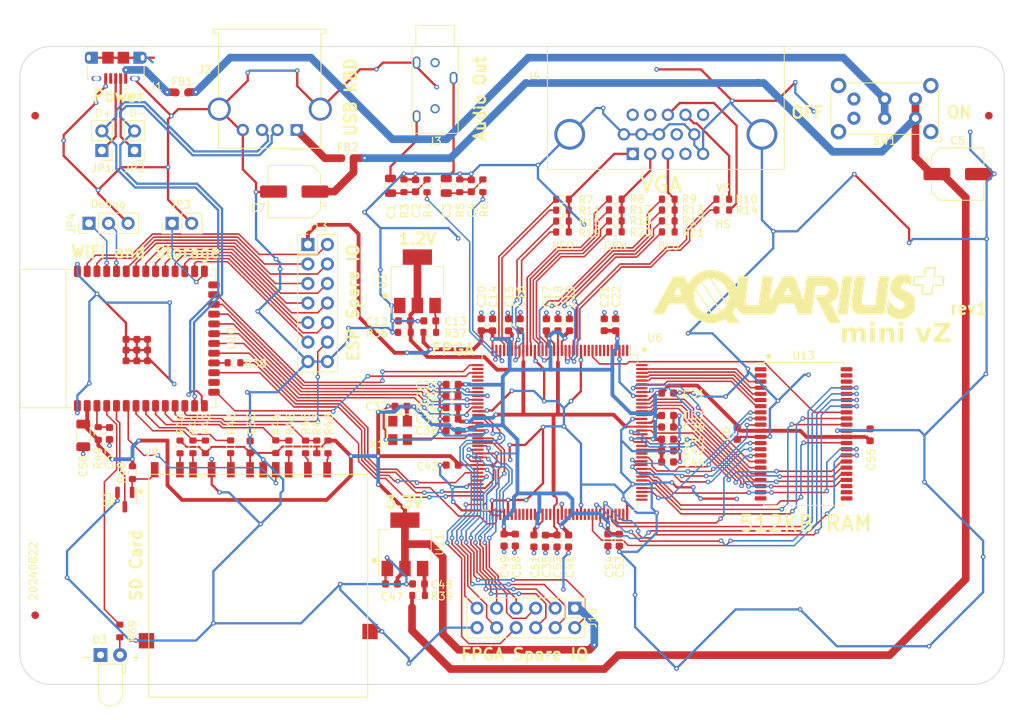
<source format=kicad_pcb>
(kicad_pcb (version 20240108) (generator "pcbnew") (generator_version "8.0")
  (title_block (title "Aquarius+ mini vZ") (date "2024-08-22") (rev "1") (company "Designed by Frank van den Hoef") (comment 1 "Drawing by Sean P. Harrington"))
  (layers (0 "F.Cu" signal) (31 "B.Cu" signal) (34 "B.Paste" user) (35 "F.Paste" user) (36 "B.SilkS" user "B.Silkscreen") (37 "F.SilkS" user "F.Silkscreen") (38 "B.Mask" user) (39 "F.Mask" user) (44 "Edge.Cuts" user))
  (net 0 "")
  (net 1 "+1V2")
  (net 2 "GND")
  (net 3 "+3V3")
  (net 4 "+5V")
  (net 5 "SD_WP#")
  (net 6 "FPGA_EXP0")
  (net 7 "FPGA_EXP1")
  (net 8 "FPGA_EXP2")
  (net 9 "FPGA_EXP3")
  (net 10 "FPGA_EXP4")
  (net 11 "FPGA_EXP5")
  (net 12 "FPGA_EXP6")
  (net 13 "ESP_EXP0")
  (net 14 "ESP_EXP1")
  (net 15 "ESP_EXP2")
  (net 16 "ESP_EXP3")
  (net 17 "ESP_EXP4")
  (net 18 "ESP_EXP5")
  (net 19 "ESP_EXP6")
  (net 20 "ESP_EXP7")
  (net 21 "ESP_USB_D-")
  (net 22 "ESP_USB_D+")
  (net 23 "CASSETTE_IN")
  (net 24 "SPI_CS#")
  (net 25 "SD_CD")
  (net 26 "FPGA_PROG#")
  (net 27 "HC1_D04")
  (net 28 "FPGA_DONE")
  (net 29 "SPI_SCLK")
  (net 30 "HC1_D03")
  (net 31 "HC1_D05")
  (net 32 "HC1_D02")
  (net 33 "SD_MISO")
  (net 34 "SD_MOSI")
  (net 35 "SD_SSEL#")
  (net 36 "SD_SCK")
  (net 37 "CASSETTE_OUT")
  (net 38 "VGA_R3")
  (net 39 "VGA_R2")
  (net 40 "VGA_R1")
  (net 41 "VGA_R0")
  (net 42 "VGA_G3")
  (net 43 "VGA_G2")
  (net 44 "VGA_G1")
  (net 45 "VGA_G0")
  (net 46 "VGA_B3")
  (net 47 "VGA_B2")
  (net 48 "VGA_B1")
  (net 49 "VGA_B0")
  (net 50 "VGA_VSYNC")
  (net 51 "VGA_HSYNC")
  (net 52 "Net-(J1-VBUS)")
  (net 53 "Net-(J2-VBUS)")
  (net 58 "SD_ACTIVITY")
  (net 59 "HC1_D06")
  (net 60 "HC1_D01")
  (net 61 "HC1_D07")
  (net 62 "HC1_D00")
  (net 63 "HC2_D04")
  (net 64 "HC2_D03")
  (net 65 "AUDIO_L")
  (net 66 "AUDIO_R")
  (net 67 "HC2_D05")
  (net 68 "HC2_D02")
  (net 69 "HC2_D06")
  (net 70 "HC2_D01")
  (net 71 "HC2_D07")
  (net 72 "HC2_D00")
  (net 75 "VBUS")
  (net 76 "ESP_CTS")
  (net 77 "ESP_RX")
  (net 78 "ESP_RTS")
  (net 79 "ESP_TX")
  (net 80 "PRINTER_IN")
  (net 81 "PRINTER_OUT")
  (net 82 "ESP_NOTIFY")
  (net 83 "SYSCLK")
  (net 84 "SPI_MISO")
  (net 85 "SPI_MOSI")
  (net 86 "FPGA_INT#")
  (net 87 "FPGA_WR#")
  (net 88 "FPGA_BUSREQ#")
  (net 89 "FPGA_RESET#")
  (net 90 "RAM_CE#")
  (net 91 "FPGA_BUSACK#")
  (net 92 "FPGA_PHI")
  (net 93 "FPGA_CART_CE#")
  (net 94 "FPGA_RD#")
  (net 95 "FPGA_IORQ#")
  (net 96 "FPGA_MREQ#")
  (net 97 "FPGA_D7")
  (net 98 "FPGA_D6")
  (net 99 "FPGA_D5")
  (net 100 "FPGA_D4")
  (net 101 "FPGA_D3")
  (net 102 "FPGA_D2")
  (net 103 "FPGA_D1")
  (net 104 "FPGA_D0")
  (net 105 "BA18")
  (net 106 "BA17")
  (net 107 "FPGA_A12")
  (net 108 "FPGA_A11")
  (net 109 "FPGA_A10")
  (net 110 "FPGA_A14")
  (net 111 "FPGA_A13")
  (net 112 "BA14")
  (net 113 "FPGA_A15")
  (net 114 "BA16")
  (net 115 "BA15")
  (net 116 "FPGA_A9")
  (net 117 "FPGA_A8")
  (net 118 "FPGA_A7")
  (net 119 "FPGA_A6")
  (net 120 "FPGA_A5")
  (net 121 "FPGA_A4")
  (net 122 "FPGA_A3")
  (net 123 "FPGA_A2")
  (net 124 "FPGA_A1")
  (net 125 "FPGA_A0")
  (net 132 "RAM_WE#")
  (net 134 "HC1_D08")
  (net 135 "HC2_D08")
  (net 136 "FPGA_EXP7")
  (net 137 "FPGA_EXP8")
  (net 138 "FPGA_EXP9")
  (net 139 "ESP_EXP8")
  (net 140 "ESP_EXP10")
  (net 141 "ESP_EXP9")
  (net 142 "Net-(C1-Pad1)")
  (net 143 "Net-(C1-Pad2)")
  (net 144 "Net-(C3-Pad1)")
  (net 145 "Net-(C3-Pad2)")
  (net 146 "Net-(U3-VI)")
  (net 147 "Net-(U11-VI)")
  (net 148 "Net-(U10-EN)")
  (net 149 "Net-(D3-A)")
  (net 150 "/USB_D+")
  (net 152 "Net-(J4-Pad1)")
  (net 153 "Net-(J4-Pad2)")
  (net 154 "Net-(J4-Pad3)")
  (net 159 "Net-(J4-Pad13)")
  (net 160 "Net-(J4-Pad14)")
  (net 162 "Net-(J9-CD{slash}DAT3)")
  (net 163 "Net-(J9-CMD)")
  (net 164 "Net-(J9-CLK)")
  (net 165 "Net-(J9-DAT0)")
  (net 166 "Net-(J9-DAT1)")
  (net 167 "Net-(J9-DAT2)")
  (net 168 "Net-(J9-WRITE_PROTECT)")
  (net 169 "Net-(JP3-A)")
  (net 170 "Net-(JP4-Pin_1)")
  (net 171 "Net-(JP4-Pin_2)")
  (net 172 "Net-(U6-B2_IO_CCLK)")
  (net 181 "/USB_D-")
  (footprint "Capacitor_SMD:C_0603_1608Metric" (layer "F.Cu") (at 140.997 79.2062 90)
    (property "Reference" "C21")
    (property "Value" "4.7uF")
  )
  (footprint "Resistor_SMD:R_0603_1608Metric" (layer "F.Cu") (at 75.2 93.35 90)
    (property "Reference" "R49")
    (property "Value" "10k")
  )
  (footprint "Capacitor_SMD:C_0603_1608Metric" (layer "F.Cu") (at 158.288499 93.357881 -90)
    (property "Reference" "C6")
    (property "Value" "100nF")
  )
  (footprint "Connector_PinHeader_2.54mm:PinHeader_1x02_P2.54mm_Vertical" (layer "F.Cu") (at 84.8042 66.007 90)
    (property "Reference" "JP3")
    (property "Value" "Bootloader")
  )
  (footprint "Resistor_SMD:R_0603_1608Metric" (layer "F.Cu") (at 103.6117 95.0982 -90)
    (property "Reference" "R47")
    (property "Value" "10k")
  )
  (footprint "aquarius-plus:aqplus_logo" (layer "F.Cu") (at 166.228155 75.364156)
    (property "Reference" "#G1" (hide yes))
    (property "Value" "LOGO" (hide yes))
  )
  (footprint "Resistor_SMD:R_0603_1608Metric" (layer "F.Cu") (at 142.4345 67.1201)
    (property "Reference" "R20")
    (property "Value" "4300")
  )
  (footprint "Resistor_SMD:R_0603_1608Metric" (layer "F.Cu") (at 149.3193 64.282)
    (property "Reference" "R13")
    (property "Value" "1070")
  )
  (footprint "Capacitor_SMD:C_0603_1608Metric" (layer "F.Cu") (at 136.35 107.3375 -90)
    (property "Reference" "C46")
    (property "Value" "100nF")
  )
  (footprint "Capacitor_SMD:C_0603_1608Metric" (layer "F.Cu") (at 123.6994 61.1238 90)
    (property "Reference" "C4")
    (property "Value" "100nF")
  )
  (footprint "Package_TO_SOT_SMD:SOT-223-3_TabPin2" (layer "F.Cu") (at 116.693327 73.5507 90)
    (property "Reference" "U3")
    (property "Value" "LD1117S12")
  )
  (footprint "Capacitor_SMD:C_0603_1608Metric" (layer "F.Cu") (at 134.85 107.3375 -90)
    (property "Reference" "C52")
    (property "Value" "100nF")
  )
  (footprint "Resistor_SMD:R_0603_1608Metric" (layer "F.Cu") (at 102.1503 95.0975 -90)
    (property "Reference" "R46")
    (property "Value" "100")
  )
  (footprint "Package_QFP:TQFP-144_20x20mm_P0.5mm" (layer "F.Cu") (at 135.22 93.2125 -90)
    (property "Reference" "U6")
    (property "Value" "XC6SLX9-2TQG144C")
  )
  (footprint "MountingHole:MountingHole_3.2mm_M3" (layer "F.Cu") (at 189 122)
    (property "Reference" "H4" (hide yes))
    (property "Value" "MountingHole")
  )
  (footprint "Resistor_SMD:R_0603_1608Metric" (layer "F.Cu") (at 135.5636 65.7167)
    (property "Reference" "R15")
    (property "Value" "2150")
  )
  (footprint "MountingHole:MountingHole_3.2mm_M3" (layer "F.Cu") (at 69 122)
    (property "Reference" "H3" (hide yes))
    (property "Value" "MountingHole")
  )
  (footprint "Connector_PinHeader_2.54mm:PinHeader_1x02_P2.54mm_Vertical" (layer "F.Cu") (at 75.6746 56.5254 180)
    (property "Reference" "JP1")
    (property "Value" "USB")
  )
  (footprint "Capacitor_SMD:C_0603_1608Metric" (layer "F.Cu") (at 113.325 112.9256 180)
    (property "Reference" "C47")
    (property "Value" "4.7uF")
  )
  (footprint "Capacitor_SMD:C_0603_1608Metric" (layer "F.Cu") (at 133.35 107.35 -90)
    (property "Reference" "C35")
    (property "Value" "4.7uF")
  )
  (footprint "Capacitor_SMD:C_0603_1608Metric" (layer "F.Cu") (at 175.556113 93.522633 90)
    (property "Reference" "C55")
    (property "Value" "100nF")
  )
  (footprint "Capacitor_SMD:C_0603_1608Metric" (layer "F.Cu") (at 125 79.2088 90)
    (property "Reference" "C20")
    (property "Value" "4.7uF")
  )
  (footprint "Capacitor_SMD:C_0805_2012Metric" (layer "F.Cu") (at 120.4494 61.1238 90)
    (property "Reference" "C3")
    (property "Value" "10uF")
  )
  (footprint "Capacitor_SMD:C_0603_1608Metric" (layer "F.Cu") (at 136.47 79.2125 90)
    (property "Reference" "C19")
    (property "Value" "100nF")
  )
  (footprint "Resistor_SMD:R_0603_1608Metric" (layer "F.Cu") (at 117.9457 61.1323 90)
    (property "Reference" "R4")
    (property "Value" "330")
  )
  (footprint "Connector_PinHeader_2.54mm:PinHeader_2x06_P2.54mm_Vertical" (layer "F.Cu") (at 137.16 116.08 -90)
    (property "Reference" "J10")
    (property "Value" "FPGA spare")
  )
  (footprint "Capacitor_SMD:C_0603_1608Metric" (layer "F.Cu") (at 94.9549 95.0964 90)
    (property "Reference" "C56")
    (property "Value" "4.7uF")
  )
  (footprint "Capacitor_SMD:C_0603_1608Metric" (layer "F.Cu") (at 116.85 112.9256 180)
    (property "Reference" "C48")
    (property "Value" "4.7uF")
  )
  (footprint "Fiducial:Fiducial_1mm_Mask2mm" (layer "F.Cu") (at 67 52)
    (property "Reference" "FID1" (hide yes))
    (property "Value" "Fiducial")
  )
  (footprint "Inductor_SMD:L_0603_1608Metric" (layer "F.Cu") (at 86.069189 48.992919)
    (property "Reference" "FB1")
    (property "Value" "FerriteBead")
  )
  (footprint "Button_Switch_THT:SW_E-Switch_EG2219_DPDT_Angled" (layer "F.Cu") (at 181.4575 52.3325 180)
    (property "Reference" "SW1")
    (property "Value" "SW_DPDT_x2")
  )
  (footprint "Resistor_SMD:R_0603_1608Metric" (layer "F.Cu") (at 156.4063 64.2791)
    (property "Reference" "R14")
    (property "Value" "820")
  )
  (footprint "Resistor_SMD:R_0603_1608Metric" (layer "F.Cu") (at 116.85 114.4256)
    (property "Reference" "R39")
    (property "Value" "1")
  )
  (footprint "Package_SO:TSOP-II-44_10.16x18.41mm_P0.8mm" (layer "F.Cu") (at 166.9125 93.4)
    (property "Reference" "U13")
    (property "Value" "IS61C5128AL-10TLI")
  )
  (footprint "Resistor_SMD:R_0603_1608Metric" (layer "F.Cu") (at 149.3193 62.8649)
    (property "Reference" "R9")
    (property "Value" "536")
  )
  (footprint "Resistor_SMD:R_0603_1608Metric" (layer "F.Cu") (at 98.2829 95.079 -90)
    (property "Reference" "R44")
    (property "Value" "10k")
  )
  (footprint "Capacitor_SMD:C_0603_1608Metric" (layer "F.Cu") (at 121.22 86.9625 180)
    (property "Reference" "C30")
    (property "Value" "100nF")
  )
  (footprint "Resistor_SMD:R_0603_1608Metric" (layer "F.Cu") (at 114.9494 61.1238 -90)
    (property "Reference" "R3")
    (property "Value" "150")
  )
  (footprint "Capacitor_SMD:C_0603_1608Metric" (layer "F.Cu") (at 128.55 79.2125 90)
    (property "Reference" "C15")
    (property "Value" "100nF")
  )
  (footprint "Resistor_SMD:R_0603_1608Metric" (layer "F.Cu") (at 135.5636 64.2983)
    (property "Reference" "R11")
    (property "Value" "1070")
  )
  (footprint "Connector_PinHeader_2.54mm:PinHeader_1x03_P2.54mm_Vertical" (layer "F.Cu") (at 74 66 90)
    (property "Reference" "JP4")
    (property "Value" "DBG")
  )
  (footprint "Capacitor_SMD:C_0603_1608Metric" (layer "F.Cu") (at 149.22 94.100002)
    (property "Reference" "C40")
    (property "Value" "100nF")
  )
  (footprint "aquarius-plus:AMPHENOL_10118194-0001LF" (layer "F.Cu") (at 77.467152 44.459469 180)
    (property "Reference" "J1")
    (property "Value" "Power in")
  )
  (footprint "Resistor_SMD:R_0603_1608Metric" (layer "F.Cu") (at 85.8358 95.0966 90)
    (property "Reference" "R40")
    (property "Value" "10k")
  )
  (footprint "Package_TO_SOT_SMD:SOT-223-3_TabPin2" (layer "F.Cu") (at 115.0775 107.7756 90)
    (property "Reference" "U11")
    (property "Value" "LDL1117S33R")
  )
  (footprint "Capacitor_SMD:C_0603_1608Metric" (layer "F.Cu") (at 121.208 88.4764 180)
    (property "Reference" "C33")
    (property "Value" "4.7uF")
  )
  (footprint "Resistor_SMD:R_0603_1608Metric" (layer "F.Cu") (at 142.4334 65.697)
    (property "Reference" "R16")
    (property "Value" "2150")
  )
  (footprint "Connector_PinHeader_2.54mm:PinHeader_2x07_P2.54mm_Vertical" (layer "F.Cu") (at 102.46 68.76)
    (property "Reference" "J13")
    (property "Value" "ESP32 spare")
  )
  (footprint "Connector_PinHeader_2.54mm:PinHeader_1x02_P2.54mm_Vertical" (layer "F.Cu") (at 79.9146 56.5254 180)
    (property "Reference" "JP2")
    (property "Value" "USB")
  )
  (footprint "Capacitor_SMD:C_0603_1608Metric" (layer "F.Cu") (at 149.225 95.6)
    (property "Reference" "C42")
    (property "Value" "100nF")
  )
  (footprint "Resistor_SMD:R_0603_1608Metric" (layer "F.Cu") (at 149.3155 65.693)
    (property "Reference" "R17")
    (property "Value" "2150")
  )
  (footprint "Capacitor_SMD:C_0603_1608Metric" (layer "F.Cu") (at 127.97 107.2125 -90)
    (property "Reference" "C49")
    (property "Value" "100nF")
  )
  (footprint "Resistor_SMD:R_0603_1608Metric" (layer "F.Cu") (at 149.3193 67.1281)
    (property "Reference" "R21")
    (property "Value" "4300")
  )
  (footprint "Fiducial:Fiducial_1mm_Mask2mm" (layer "F.Cu") (at 67 117)
    (property "Reference" "FID3" (hide yes))
    (property "Value" "Fiducial")
  )
  (footprint "Resistor_SMD:R_0603_1608Metric" (layer "F.Cu") (at 115.006627 80.2)
    (property "Reference" "R36")
    (property "Value" "100")
  )
  (footprint "Capacitor_SMD:C_0603_1608Metric" (layer "F.Cu") (at 76.6597 93.3504 -90)
    (property "Reference" "C57")
    (property "Value" "100nF")
  )
  (footprint "Resistor_SMD:R_0603_1608Metric" (layer "F.Cu") (at 79.65 98.45 90)
    (property "Reference" "R68")
    (property "Value" "10k" (hide yes))
  )
  (footprint "Resistor_SMD:R_0603_1608Metric" (layer "F.Cu") (at 78 119.05 -90)
    (property "Reference" "R69")
    (property "Value" "220")
  )
  (footprint "aquarius-plus:TF-03A" (layer "F.Cu") (at 96 98.67)
    (property "Reference" "J9")
    (property "Value" "TF-03A")
  )
  (footprint "Resistor_SMD:R_0603_1608Metric" (layer "F.Cu") (at 92.411 95.0826 -90)
    (property "Reference" "R43")
    (property "Value" "100")
  )
  (footprint "aquarius-plus:ICD15S13E4GV00LF" (layer "F.Cu") (at 149 43 180)
    (property "Reference" "J4")
    (property "Value" "VGA")
  )
  (footprint "Capacitor_SMD:C_0603_1608Metric" (layer "F.Cu") (at 149.22 91.0125)
    (property "Reference" "C37")
    (property "Value" "100nF")
  )
  (footprint "Capacitor_SMD:C_0603_1608Metric" (layer "F.Cu") (at 149.22 92.5125)
    (property "Reference" "C39")
    (property "Value" "100nF")
  )
  (footprint "Resistor_SMD:R_0603_1608Metric" (layer "F.Cu") (at 125.2066 61.1184 90)
    (property "Reference" "R6")
    (property "Value" "330")
  )
  (footprint "Connector_USB:USB_A_Molex_67643_Horizontal" (layer "F.Cu") (at 101 53.86 180)
    (property "Reference" "J2")
    (property "Value" "ESP USB Host")
  )
  (footprint "MountingHole:MountingHole_3.2mm_M3" (layer "F.Cu") (at 69 47)
    (property "Reference" "H1" (hide yes))
    (property "Value" "MountingHole")
  )
  (footprint "Resistor_SMD:R_0603_1608Metric" (layer "F.Cu") (at 99.9811 95.0926 -90)
    (property "Reference" "R45")
    (property "Value" "100")
  )
  (footprint "Capacitor_SMD:C_0603_1608Metric" (layer "F.Cu") (at 126.47 79.2125 90)
    (property "Reference" "C14")
    (property "Value" "100nF")
  )
  (footprint "Capacitor_SMD:C_0603_1608Metric" (layer "F.Cu") (at 121.22 97.4625 180)
    (property "Reference" "C43")
    (property "Value" "100nF")
  )
  (footprint "Capacitor_SMD:C_0603_1608Metric" (layer "F.Cu") (at 131.85 107.3375 -90)
    (property "Reference" "C51")
    (property "Value" "100nF")
  )
  (footprint "LED_THT:LED_D3.0mm_Horizontal_O1.27mm_Z2.0mm" (layer "F.Cu") (at 75.5 122.175)
    (property "Reference" "D3")
    (property "Value" "SD act.")
  )
  (footprint "Resistor_SMD:R_0603_1608Metric" (layer "F.Cu") (at 142.4345 64.2739)
    (property "Reference" "R12")
    (property "Value" "1070")
  )
  (footprint "Resistor_SMD:R_0603_1608Metric" (layer "F.Cu") (at 135.5636 67.135)
    (property "Reference" "R19")
    (property "Value" "4300")
  )
  (footprint "Resistor_SMD:R_0603_1608Metric" (layer "F.Cu") (at 122.1994 61.1238 -90)
    (property "Reference" "R5")
    (property "Value" "150")
  )
  (footprint "MountingHole:MountingHole_3.2mm_M3" (layer "F.Cu") (at 189 47)
    (property "Reference" "H2" (hide yes))
    (property "Value" "MountingHole")
  )
  (footprint "Capacitor_SMD:C_0603_1608Metric" (layer "F.Cu") (at 121.22 91.4625 180)
    (property "Reference" "C36")
    (property "Value" "100nF")
  )
  (footprint "Capacitor_SMD:CP_Elec_6.3x7.7" (layer "F.Cu") (at 100.68 61.88 180)
    (property "Reference" "C7")
    (property "Value" "100uF")
  )
  (footprint "Capacitor_SMD:C_0603_1608Metric" (layer "F.Cu") (at 116.4494 61.1238 90)
    (property "Reference" "C2")
    (property "Value" "100nF")
  )
  (footprint "Oscillator:Oscillator_SMD_SeikoEpson_SG8002CE-4Pin_3.2x2.5mm" (layer "F.Cu") (at 114.45 92.95 -90)
    (property "Reference" "X1")
    (property "Value" "SX3M14.31818M20F30TNN")
  )
  (footprint "Capacitor_SMD:C_0603_1608Metric" (layer "F.Cu") (at 149.2212 88.0906)
    (property "Reference" "C31")
    (property "Value" "100nF")
  )
  (footprint "Capacitor_SMD:C_0603_1608Metric" (layer "F.Cu") (at 142.95 107.218 -90)
    (property "Reference" "C53")
    (property "Value" "4.7uF")
  )
  (footprint "Capacitor_SMD:C_0603_1608Metric" (layer "F.Cu") (at 130.05 79.2125 90)
    (property "Reference" "C16")
    (property "Value" "100nF")
  )
  (footprint "Capacitor_SMD:C_0603_1608Metric" (layer "F.Cu") (at 121.2201 92.9912 180)
    (property "Reference" "C38")
    (property "Value" "100nF")
  )
  (footprint "Capacitor_SMD:C_1206_3216Metric" (layer "F.Cu") (at 73.25 93.6 -90)
    (property "Reference" "C58")
    (property "Value" "22uF")
  )
  (footprint "aquarius-plus:C2939180" (layer "F.Cu") (at 119 48)
    (property "Reference" "J3")
    (property "Value" "Audio out")
  )
  (footprint "Inductor_SMD:L_0603_1608Metric" (layer "F.Cu") (at 107.606973 57.53095)
    (property "Reference" "FB2")
    (property "Value" "FerriteBead")
  )
  (footprint "Resistor_SMD:R_0603_1608Metric" (layer "F.Cu") (at 89.1307 95.0917 -90)
    (property "Reference" "R42")
    (property "Value" "10k")
  )
  (footprint "Capacitor_SMD:C_0603_1608Metric" (layer "F.Cu") (at 114.55 89.82 180)
    (property "Reference" "C32")
    (property "Value" "100nF")
  )
  (footprint "Capacitor_SMD:C_0603_1608Metric" (layer "F.Cu") (at 118.306627 78.7 180)
    (property "Reference" "C13")
    (property "Value" "4.7uF")
  )
  (footprint "Capacitor_SMD:C_0603_1608Metric" (layer "F.Cu") (at 129.4261 107.2103 -90)
    (property "Reference" "C50")
    (property "Value" "4.7uF")
  )
  (footprint "Resistor_SMD:R_0603_1608Metric" (layer "F.Cu") (at 118.306627 80.2)
    (property "Reference" "R37")
    (property "Value" "1")
  )
  (footprint "Resistor_SMD:R_0603_1608Metric" (layer "F.Cu") (at 135.5636 62.88)
    (property "Reference" "R7")
    (property "Value" "536")
  )
  (footprint "Resistor_SMD:R_0603_1608Metric" (layer "F.Cu") (at 156.4045 62.866)
    (property "Reference" "R10")
    (property "Value" "820")
  )
  (footprint "aquarius-plus:ESP32-S2-SOLO-N4R2" (layer "F.Cu") (at 65 81 90)
    (property "Reference" "U10")
    (property "Value" "ESP32-S3-WROOM-1-N4R2")
  )
  (footprint "Capacitor_SMD:C_0603_1608Metric" (layer "F.Cu") (at 115.006627 78.7 180)
    (property "Reference" "C12")
    (property "Value" "4.7uF")
  )
  (footprint "Capacitor_SMD:C_0603_1608Metric" (layer "F.Cu") (at 141.47 107.2125 -90)
    (property "Reference" "C54")
    (property "Value" "100nF")
  )
  (footprint "Capacitor_SMD:C_0603_1608Metric" (layer "F.Cu") (at 142.47 79.2125 90)
    (property "Reference" "C22")
    (property "Value" "100nF")
  )
  (footprint "Package_TO_SOT_SMD:SOT-23" (layer "F.Cu") (at 78.65 101.95 -90)
    (property "Reference" "Q3")
    (property "Value" "2N7002")
  )
  (footprint "Capacitor_SMD:C_0805_2012Metric" (layer "F.Cu") (at 113.1994 61.1238 90)
    (property "Reference" "C1")
    (property "Value" "10uF")
  )
  (footprint "Resistor_SMD:R_0603_1608Metric" (layer "F.Cu") (at 105.0683 95.0975 90)
    (property "Reference" "R48")
    (property "Value" "10k")
  )
  (footprint "Capacitor_SMD:C_0603_1608Metric" (layer "F.Cu") (at 149.2238 97.0583)
    (property "Reference" "C44")
    (property "Value" "4.7uF")
  )
  (footprint "Capacitor_SMD:C_0603_1608Metric" (layer "F.Cu") (at 121.2041 89.9832 180)
    (property "Reference" "C34")
    (property "Value" "4.7uF")
  )
  (footprint "Resistor_SMD:R_0603_1608Metric" (layer "F.Cu") (at 87.5053 95.0941 -90)
    (property "Reference" "R41")
    (property "Value" "100")
  )
  (footprint "Capacitor_SMD:CP_Elec_6.3x7.7" (layer "F.Cu") (at 186.95 59.6)
    (property "Reference" "C5")
    (property "Value" "100uF")
  )
  (footprint "Resistor_SMD:R_0603_1608Metric" (layer "F.Cu") (at 142.4345 62.8629)
    (property "Reference" "R8")
    (property "Value" "536")
  )
  (footprint "Fiducial:Fiducial_1mm_Mask2mm" (layer "F.Cu") (at 191 52)
    (property "Reference" "FID2" (hide yes))
    (property "Value" "Fiducial")
  )
  (footprint "Capacitor_SMD:C_0603_1608Metric" (layer "F.Cu") (at 133.47 79.2125 90)
    (property "Reference" "C17")
    (property "Value" "100nF")
  )
  (footprint "Resistor_SMD:R_0603_1608Metric" (layer "F.Cu") (at 92.85 84.15)
    (property "Reference" "R38")
    (property "Value" "220")
  )
  (footprint "Capacitor_SMD:C_0603_1608Metric" (layer "F.Cu") (at 134.97 79.2125 90)
    (property "Reference" "C18")
    (property "Value" "100nF")
  )
  (gr_circle (center 111.142223 109.879875) (end 111.442223 109.879875) (stroke (width 0.15)) (fill solid) (layer "F.SilkS"))
  (gr_circle (center 80.718128 100.890806) (end 81.018128 100.890806) (stroke (width 0.15)) (fill solid) (layer "F.SilkS"))
  (gr_circle (center 162.335983 83.363522) (end 162.635983 83.363522) (stroke (width 0.15)) (fill solid) (layer "F.SilkS"))
  (gr_circle (center 112.51359 75.433483) (end 112.81359 75.433483) (stroke (width 0.15)) (fill solid) (layer "F.SilkS"))
  (gr_circle (center 146.204452 82.448383) (end 146.504452 82.448383) (stroke (width 0.15)) (fill solid) (layer "F.SilkS"))
  (gr_line (start 69 126) (end 189 126) (stroke (width 0.1)) (layer "Edge.Cuts"))
  (gr_arc (start 65 47) (mid 66.171573 44.171573) (end 69 43) (stroke (width 0.1)) (layer "Edge.Cuts"))
  (gr_arc (start 69 126) (mid 66.171573 124.828427) (end 65 122) (stroke (width 0.1)) (layer "Edge.Cuts"))
  (gr_line (start 69 43) (end 189 43) (stroke (width 0.1)) (layer "Edge.Cuts"))
  (gr_arc (start 189 43) (mid 191.828427 44.171573) (end 193 47) (stroke (width 0.1)) (layer "Edge.Cuts"))
  (gr_line (start 65 47) (end 65 122) (stroke (width 0.1)) (layer "Edge.Cuts"))
  (gr_arc (start 193 122) (mid 191.828427 124.828427) (end 189 126) (stroke (width 0.1)) (layer "Edge.Cuts"))
  (gr_line (start 193 47) (end 193 122) (stroke (width 0.1)) (layer "Edge.Cuts"))
  (gr_text "VS" (at 156.427459 61.40568 0) (layer "F.SilkS") (effects (font (size 1 1))))
  (gr_text "RED" (at 135.59603 68.948934 0) (layer "F.SilkS") (effects (font (size 1 1))))
  (gr_text "SD Card" (at 80.1 115.3 90) (layer "F.SilkS") (effects (font (size 1.5 1.5) (thickness 0.3)) (justify left)))
  (gr_text "Debug" (at 76.5 63.5 0) (layer "F.SilkS") (effects (font (size 1 1))))
  (gr_text "FPGA Spare IO" (at 130.65 122.1 0) (layer "F.SilkS") (effects (font (size 1.5 1.5) (thickness 0.3))))
  (gr_text "-" (at 72.868129 122.427412 0) (layer "F.SilkS") (effects (font (size 1 1)) (justify left)))
  (gr_text "WiFi and Storage" (at 71.5 69.75 0) (layer "F.SilkS") (effects (font (size 1.5 1.5) (thickness 0.3)) (justify left)))
  (gr_text "ON" (at 187.152084 51.58135 0) (layer "F.SilkS") (effects (font (size 1.5 1.5) (thickness 0.3))))
  (gr_text "1.2V" (at 116.693295 68.050713 0) (layer "F.SilkS") (effects (font (size 1.5 1.5) (thickness 0.3))))
  (gr_text "rev1" (at 185.786388 77.102362 0) (layer "F.SilkS") (effects (font (size 1.5 1.5) (thickness 0.3)) (justify left)))
  (gr_text "D+" (at 74.693073 51.670351 0) (layer "F.SilkS") (effects (font (size 1 1) (thickness 0.125)) (justify left)))
  (gr_text "3.3V" (at 114.95 102.3 0) (layer "F.SilkS") (effects (font (size 1.5 1.5) (thickness 0.3))))
  (gr_text "Audio Out" (at 124.81 55.5 90) (layer "F.SilkS") (effects (font (size 1.5 1.5) (thickness 0.3)) (justify left)))
  (gr_text "HS" (at 156.427459 66.113606 0) (layer "F.SilkS") (effects (font (size 1 1))))
  (gr_text "FPGA" (at 121.294148 82.401391 0) (layer "F.SilkS") (effects (font (size 1.5 1.5) (thickness 0.3))))
  (gr_text "GRN" (at 142.475818 68.948934 0) (layer "F.SilkS") (effects (font (size 1 1))))
  (gr_text "D-" (at 79.15 51.65 0) (layer "F.SilkS") (effects (font (size 1 1) (thickness 0.125)) (justify left)))
  (gr_text "BLU" (at 149.376593 68.948934 0) (layer "F.SilkS") (effects (font (size 1 1))))
  (gr_text "OFF" (at 167.416444 51.58135 0) (layer "F.SilkS") (effects (font (size 1.5 1.5) (thickness 0.3))))
  (gr_text "mini vZ" (at 178.905277 80.464722 0) (layer "F.SilkS") (effects (font (size 2.5 2.5) (thickness 0.3) (bold yes))))
  (gr_text "512KB RAM" (at 167.141758 105.061017 0) (layer "F.SilkS") (effects (font (size 2 2) (thickness 0.3))))
  (gr_text "+" (at 79.395539 122.419623 0) (layer "F.SilkS") (effects (font (size 1 1)) (justify left)))
  (gr_text "Power" (at 74.3 49.45 0) (layer "F.SilkS") (effects (font (size 1.5 1.5) (thickness 0.3)) (justify left)))
  (gr_text "ESP Spare IO" (at 108.335 76.335 90) (layer "F.SilkS") (effects (font (size 1.5 1.5) (thickness 0.3))))
  (gr_text "20240822" (at 66.75 111.25 90) (layer "F.SilkS") (effects (font (size 1 1))))
  (gr_text "VGA" (at 148.4 61 0) (layer "F.SilkS") (effects (font (size 2 2) (thickness 0.3))))
  (gr_text "USB KBD" (at 108.015856 54.849901 90) (layer "F.SilkS") (effects (font (size 1.5 1.5) (thickness 0.3)) (justify left)))
  (segment (start 125.4 83.4) (end 127.05 85.05) (width 0.5) (layer "F.Cu") (net 1))
  (segment (start 134.8245 101.7545) (end 134.47 101.4) (width 0.25) (layer "F.Cu") (net 1))
  (segment (start 130.47 90.9) (end 142.1875 90.9) (width 0.5) (layer "F.Cu") (net 1))
  (segment (start 134.47 101.4) (end 134.47 100.02) (width 0.25) (layer "F.Cu") (net 1))
  (segment (start 130.47 82.55) (end 130.47 80.4075) (width 0.25) (layer "F.Cu") (net 1))
  (segment (start 123.2625 91.9625) (end 123.1 91.8) (width 0.25) (layer "F.Cu") (net 1))
  (segment (start 126.9 90.9) (end 130.27 90.9) (width 0.5) (layer "F.Cu") (net 1))
  (segment (start 130.47 80.4075) (end 130.05 79.9875) (width 0.25) (layer "F.Cu") (net 1))
  (segment (start 116.7 70.407373) (end 116.7 76.694027) (width 1) (layer "F.Cu") (net 1))
  (segment (start 134.97 82.55) (end 134.97 84.1) (width 0.25) (layer "F.Cu") (net 1))
  (segment (start 115.831627 81.231627) (end 115.831627 80.2) (width 0.5) (layer "F.Cu") (net 1))
  (segment (start 134.97 82.55) (end 134.97 79.9875) (width 0.25) (layer "F.Cu") (net 1))
  (segment (start 127.05 85.05) (end 130.47 85.05) (width 0.5) (layer "F.Cu") (net 1))
  (segment (start 145.888672 92.468672) (end 148.133428 92.468672) (width 0.25) (layer "F.Cu") (net 1))
  (segment (start 121.995 91.4625) (end 122.3325 91.8) (width 0.5) (layer "F.Cu") (net 1))
  (segment (start 130.47 85.05) (end 130.47 90.9) (width 0.5) (layer "F.Cu") (net 1))
  (segment (start 116.693327 77.006272) (end 115.781627 77.917972) (width 0.5) (layer "F.Cu") (net 1))
  (segment (start 115.781627 77.917972) (end 115.781627 78.7) (width 0.5) (layer "F.Cu") (net 1))
  (segment (start 133.35 106.575) (end 134.8375 106.575) (width 0.5) (layer "F.Cu") (net 1))
  (segment (start 134.47 103.875) (end 134.47 102.813177) (width 0.25) (layer "F.Cu") (net 1))
  (segment (start 115.831627 81.231627) (end 118 83.4) (width 0.5) (layer "F.Cu") (net 1))
  (segment (start 130.47 84.05) (end 130.47 85.05) (width 0.5) (layer "F.Cu") (net 1))
  (segment (start 121.9791 89.9832) (end 121.9791 91.4466) (width 0.5) (layer "F.Cu") (net 1))
  (segment (start 115.781627 78.7) (end 115.781627 80.15) (width 0.5) (layer "F.Cu") (net 1))
  (segment (start 134.47 102.813177) (end 134.8245 102.458677) (width 0.25) (layer "F.Cu") (net 1))
  (segment (start 134.4 101.33) (end 134.47 101.4) (width 0.5) (layer "F.Cu") (net 1))
  (segment (start 122.3325 91.8) (end 123.1 91.8) (width 0.5) (layer "F.Cu") (net 1))
  (segment (start 134.47 100.02) (end 134.4 99.95) (width 0.25) (layer "F.Cu") (net 1))
  (segment (start 134.4 99.6) (end 134.4 90.95) (width 0.5) (layer "F.Cu") (net 1))
  (segment (start 145.8825 92.4625) (end 143.75 92.4625) (width 0.25) (layer "F.Cu") (net 1))
  (segment (start 134.4 99.6) (end 134.4 101.33) (width 0.5) (layer "F.Cu") (net 1))
  (segment (start 134.8245 102.458677) (end 134.8245 101.7545) (width 0.25) (layer "F.Cu") (net 1))
  (segment (start 142.1875 90.9) (end 143.75 92.4625) (width 0.5) (layer "F.Cu") (net 1))
  (segment (start 134.47 105.45) (end 134.47 103.875) (width 0.25) (layer "F.Cu") (net 1))
  (segment (start 118 83.4) (end 125.4 83.4) (width 0.5) (layer "F.Cu") (net 1))
  (segment (start 134.4 99.95) (end 134.4 99.6) (width 0.5) (layer "F.Cu") (net 1))
  (segment (start 130.47 82.55) (end 130.47 84.05) (width 0.25) (layer "F.Cu") (net 1))
  (segment (start 134.85 105.83) (end 134.47 105.45) (width 0.25) (layer "F.Cu") (net 1))
  (segment (start 134.85 106.5625) (end 134.85 105.83) (width 0.25) (layer "F.Cu") (net 1))
  (segment (start 134.97 84.1) (end 134.97 90.88) (width 0.5) (layer "F.Cu") (net 1))
  (segment (start 124.5575 91.9625) (end 123.2625 91.9625) (width 0.25) (layer "F.Cu") (net 1))
  (via (at 126.9 90.9) (size 0.6) (drill 0.3) (layers "F.Cu" "B.Cu") (net 1))
  (via (at 123.1 91.8) (size 0.6) (drill 0.3) (layers "F.Cu" "B.Cu") (net 1))
  (segment (start 124.025651 91.325) (end 126.475 91.325) (width 0.5) (layer "B.Cu") (net 1))
  (segment (start 123.1 91.8) (end 123.550651 91.8) (width 0.5) (layer "B.Cu") (net 1))
  (segment (start 123.550651 91.8) (end 124.025651 91.325) (width 0.5) (layer "B.Cu") (net 1))
  (segment (start 126.475 91.325) (end 126.9 90.9) (width 0.5) (layer "B.Cu") (net 1))
  (segment (start 76.167152 47.159469) (end 76.167152 48.174486) (width 0.3) (layer "F.Cu") (net 2))
  (segment (start 119.687939 86.9625) (end 119.576539 86.8511) (width 0.3) (layer "F.Cu") (net 2))
  (segment (start 119.6 90.2) (end 119.6 88.55748) (width 0.3) (layer "F.Cu") (net 2))
  (segment (start 112.55 112.9256) (end 112.55 111.1531) (width 0.3) (layer "F.Cu") (net 2))
  (segment (start 150.825788 97.001744) (end 150.842944 97.0189) (width 0.3) (layer "F.Cu") (net 2))
  (segment (start 89.94 96.706994) (end 89.950644 96.69635) (width 0.3) (layer "F.Cu") (net 2))
  (segment (start 120.445 91.4625) (end 119.659083 91.4625) (width 0.3) (layer "F.Cu") (net 2))
  (segment (start 143.487 101.933542) (end 143.97 102.416542) (width 0.3) (layer "F.Cu") (net 2))
  (segment (start 133.47 77.63476) (end 133.475735 77.629025) (width 0.3) (layer "F.Cu") (net 2))
  (segment (start 101.068206 48.148206) (end 104.07 51.15) (width 0.3) (layer "F.Cu") (net 2))
  (segment (start 119.659083 90.259083) (end 119.6 90.2) (width 0.3) (layer "F.Cu") (net 2))
  (segment (start 80.087723 120.295433) (end 81.440433 120.295433) (width 0.3) (layer "F.Cu") (net 2))
  (segment (start 123.6994 59.578023) (end 123.696749 59.575372) (width 0.3) (layer "F.Cu") (net 2))
  (segment (start 84.701536 52.040289) (end 85.591825 51.15) (width 0.3) (layer "F.Cu") (net 2))
  (segment (start 81.61 83.9) (end 82.056489 83.9) (width 0.3) (layer "F.Cu") (net 2))
  (segment (start 132.068085 83.909094) (end 133.177773 85.018782) (width 0.3) (layer "F.Cu") (net 2))
  (segment (start 80.21 82.5) (end 80.21 81.1) (width 0.3) (layer "F.Cu") (net 2))
  (segment (start 119.659083 91.4625) (end 119.659083 90.259083) (width 0.3) (layer "F.Cu") (net 2))
  (segment (start 110.535 119.12) (end 112.081757 119.12) (width 0.3) (layer "F.Cu") (net 2))
  (segment (start 109.256225 45.963775) (end 111.358361 45.963775) (width 0.3) (layer "F.Cu") (net 2))
  (segment (start 125 78.4338) (end 125 77.65) (width 0.3) (layer "F.Cu") (net 2))
  (segment (start 84.701536 52.040289) (end 79.967152 47.305905) (width 0.3) (layer "F.Cu") (net 2))
  (segment (start 76.467152 44.459469) (end 73.967152 44.459469) (width 0.3) (layer "F.Cu") (net 2))
  (segment (start 130.696095 94.85) (end 133.029926 92.516169) (width 0.3) (layer "F.Cu") (net 2))
  (segment (start 76.6597 94.91965) (end 76.659698 94.91965) (width 0.3) (layer "F.Cu") (net 2))
  (segment (start 171.309183 93) (end 171.294897 92.985714) (width 0.3) (layer "F.Cu") (net 2))
  (segment (start 144.7125 99.9625) (end 144.7 99.95) (width 0.3) (layer "F.Cu") (net 2))
  (segment (start 113.331833 76.7007) (end 114.393327 76.7007) (width 0.3) (layer "F.Cu") (net 2))
  (segment (start 158.62138 93.8) (end 158.288499 94.132881) (width 0.3) (layer "F.Cu") (net 2))
  (segment (start 75.173709 62.093709) (end 79.08 66) (width 0.3) (layer "F.Cu") (net 2))
  (segment (start 119.8168 89.9832) (end 119.6 90.2) (width 0.3) (layer "F.Cu") (net 2))
  (segment (start 81.61 82.5) (end 81.61 83.9) (width 0.3) (layer "F.Cu") (net 2))
  (segment (start 114.9494 60.2988) (end 114.9494 59.579067) (width 0.3) (layer "F.Cu") (net 2))
  (segment (start 119.6625 97.4625) (end 119.65 97.45) (width 0.3) (layer "F.Cu") (net 2))
  (segment (start 131.97 82.55) (end 131.97 83.811009) (width 0.3) (layer "F.Cu") (net 2))
  (segment (start 90.968375 101.016437) (end 89.950644 99.998706) (width 0.3) (layer "F.Cu") (net 2))
  (segment (start 120.4451 92.9912) (end 119.649028 92.9912) (width 0.3) (layer "F.Cu") (net 2))
  (segment (start 78.467152 44.459469) (end 76.467152 44.459469) (width 0.3) (layer "F.Cu") (net 2))
  (segment (start 128.55 78.4375) (end 128.55 77.761049) (width 0.3) (layer "F.Cu") (net 2))
  (segment (start 81.61 82.5) (end 80.21 82.5) (width 0.3) (layer "F.Cu") (net 2))
  (segment (start 128.55 77.761049) (end 128.450999 77.662048) (width 0.3) (layer "F.Cu") (net 2))
  (segment (start 75.173709 61.688203) (end 78.157451 58.704461) (width 0.3) (layer "F.Cu") (net 2))
  (segment (start 189.65 59.6) (end 191.676224 59.6) (width 0.3) (layer "F.Cu") (net 2))
  (segment (start 85.591825 51.15) (end 90.93 51.15) (width 0.3) (layer "F.Cu") (net 2))
  (segment (start 76.6597 94.1254) (end 76.6597 94.91965) (width 0.3) (layer "F.Cu") (net 2))
  (segment (start 149.995 92.5125) (end 150.773176 92.5125) (width 0.3) (layer "F.Cu") (net 2))
  (segment (start 129.3205 108.845593) (end 129.4261 108.739993) (width 0.3) (layer "F.Cu") (net 2))
  (segment (start 126.400499 102.063357) (end 128.43063 102.063357) (width 0.3) (layer "F.Cu") (net 2))
  (segment (start 141.47 108.793377) (end 141.470514 108.793891) (width 0.3) (layer "F.Cu") (net 2))
  (segment (start 150 95.6) (end 150.770931 95.6) (width 0.3) (layer "F.Cu") (net 2))
  (segment (start 94 59) (end 94 53.86) (width 0.3) (layer "F.Cu") (net 2))
  (segment (start 128.7 94.85) (end 130.696095 94.85) (width 0.3) (layer "F.Cu") (net 2))
  (segment (start 137.97 82.55) (end 137.97 83.78) (width 0.3) (layer "F.Cu") (net 2))
  (segment (start 70.699436 54.519519) (end 74.907584 50.311371) (width 0.3) (layer "F.Cu") (net 2))
  (segment (start 112.7775 109.5275) (end 112.75 109.5) (width 0.3) (layer "F.Cu") (net 2))
  (segment (start 80.967152 44.459469) (end 82.399469 44.459469) (width 0.3) (layer "F.Cu") (net 2))
  (segment (start 96.65 98.07) (end 96.65 96.751017) (width 0.3) (layer "F.Cu") (net 2))
  (segment (start 115.2969 112.9256) (end 115.2725 112.95) (width 0.3) (layer "F.Cu") (net 2))
  (segment (start 158.223065 101.862872) (end 158.193496 101.833303) (width 0.3) (layer "F.Cu") (net 2))
  (segment (start 119.659083 91.4625) (end 119.646016 91.4625) (width 0.3) (layer "F.Cu") (net 2))
  (segment (start 134.85 108.1125) (end 134.85 108.9) (width 0.3) (layer "F.Cu") (net 2))
  (segment (start 137.97 83.78) (end 137.95 83.8) (width 0.3) (layer "F.Cu") (net 2))
  (segment (start 76.167152 48.174486) (end 76.164671 48.176967) (width 0.3) (layer "F.Cu") (net 2))
  (segment (start 78.81 78.963386) (end 75.040646 75.194032) (width 0.3) (layer "F.Cu") (net 2))
  (segment (start 142.47 77.653371) (end 142.478399 77.644972) (width 0.3) (layer "F.Cu") (net 2))
  (segment (start 80.21 82.5) (end 80.21 83.9) (width 0.3) (layer "F.Cu") (net 2))
  (segment (start 136.35 108.1125) (end 136.35 108.9) (width 0.3) (layer "F.Cu") (net 2))
  (segment (start 119.659083 92.981145) (end 119.649028 92.9912) (width 0.3) (layer "F.Cu") (net 2))
  (segment (start 95.715197 61.925245) (end 95.715197 60.715197) (width 0.3) (layer "F.Cu") (net 2))
  (segment (start 119.649028 92.9912) (end 119.644461 92.995767) (width 0.3) (layer "F.Cu") (net 2))
  (segment (start 124.5575 92.9625) (end 125.602325 92.9625) (width 0.3) (layer "F.Cu") (net 2))
  (segment (start 144.672502 91.4625) (end 144.672501 91.462501) (width 0.3) (layer "F.Cu") (net 2))
  (segment (start 136.47 77.689512) (end 136.476693 77.682819) (width 0.3) (layer "F.Cu") (net 2))
  (segment (start 119.659083 91.4625) (end 119.659083 92.981145) (width 0.3) (layer "F.Cu") (net 2))
  (segment (start 126.47 77.654653) (end 126.47 78.4375) (width 0.3) (layer "F.Cu") (net 2))
  (segment (start 133.029926 99.825013) (end 133.029926 92.516169) (width 0.3) (layer "F.Cu") (net 2))
  (segment (start 140.997 78.4312) (end 140.997 77.603) (width 0.3) (layer "F.Cu") (net 2))
  (segment (start 89.950644 99.998706) (end 89.950644 96.69635) (width 0.3) (layer "F.Cu") (net 2))
  (segment (start 150.842944 97.0189) (end 150.0382 97.0189) (width 0.3) (layer "F.Cu") (net 2))
  (segment (start 121.35 102.25) (end 122.461635 103.361635) (width 0.3) (layer "F.Cu") (net 2))
  (segment (start 125.956635 103.361635) (end 126.400499 103.805499) (width 0.3) (layer "F.Cu") (net 2))
  (segment (start 112.92 89.82) (end 112.9 89.8) (width 0.3) (layer "F.Cu") (net 2))
  (segment (start 84.271796 62.934596) (end 87.3442 66.007) (width 0.3) (layer "F.Cu") (net 2))
  (segment (start 130.05 78.4375) (end 130.05 77.637062) (width 0.3) (layer "F.Cu") (net 2))
  (segment (start 126.419472 90.363) (end 128.973378 87.809094) (width 0.3) (layer "F.Cu") (net 2))
  (segment (start 142.47 78.4375) (end 142.47 77.653371) (width 0.3) (layer "F.Cu") (net 2))
  (segment (start 72.49 72.25) (end 72.49 71.31898) (width 0.3) (layer "F.Cu") (net 2))
  (segment (start 147.809094 45.981329) (end 153.54556 45.981329) (width 0.3) (layer "F.Cu") (net 2))
  (segment (start 72.49 71.31898) (end 72.499327 71.309653) (width 0.3) (layer "F.Cu") (net 2))
  (segment (start 112.9 89.8) (end 112.319039 90.380961) (width 0.3) (layer "F.Cu") (net 2))
  (segment (start 114.231627 78.7) (end 113.472652 78.7) (width 0.3) (layer "F.Cu") (net 2))
  (segment (start 124.5575 90.4625) (end 125.630183 90.4625) (width 0.3) (layer "F.Cu") (net 2))
  (segment (start 78.81 81.1) (end 78.81 78.963386) (width 0.3) (layer "F.Cu") (net 2))
  (segment (start 80.967152 44.459469) (end 78.467152 44.459469) (width 0.3) (layer "F.Cu") (net 2))
  (segment (start 122.1994 59.57125) (end 122.204323 59.566327) (width 0.3) (layer "F.Cu") (net 2))
  (segment (start 89.94 98.07) (end 89.94 96.706994) (width 0.3) (layer "F.Cu") (net 2))
  (segment (start 119.644461 92.995767) (end 119.644461 92.9995) (width 0.3) (layer "F.Cu") (net 2))
  (segment (start 125.630183 90.4625) (end 125.729683 90.363) (width 0.3) (layer "F.Cu") (net 2))
  (segment (start 142.95 107.993) (end 142.95 108.75) (width 0.3) (layer "F.Cu") (net 2))
  (segment (start 134.97 77.657191) (end 134.97 78.4375) (width 0.3) (layer "F.Cu") (net 2))
  (segment (start 162.483335 93.8) (end 162.531987 93.751348) (width 0.3) (layer "F.Cu") (net 2))
  (segment (start 123.6994 60.3488) (end 123.6994 59.578023) (width 0.3) (layer "F.Cu") (net 2))
  (segment (start 142.97 82.55) (end 142.97 83.7) (width 0.3) (layer "F.Cu") (net 2))
  (segment (start 120.445 86.9625) (end 119.687939 86.9625) (width 0.3) (layer "F.Cu") (net 2))
  (segment (start 84.271796 52.470029) (end 84.701536 52.040289) (width 0.3) (layer "F.Cu") (net 2))
  (segment (start 131.85 108.1125) (end 131.85 108.9) (width 0.3) (layer "F.Cu") (net 2))
  (segment (start 84.271796 58.704461) (end 84.271796 52.470029) (width 0.3) (layer "F.Cu") (net 2))
  (segment (start 150.825788 95.654857) (end 150.825788 95.6995) (width 0.3) (layer "F.Cu") (net 2))
  (segment (start 112.319039 90.380961) (end 112.319039 92.672198) (width 0.3) (layer "F.Cu") (net 2))
  (segment (start 127.97 108.74229) (end 127.97 107.9875) (width 0.3) (layer "F.Cu") (net 2))
  (segment (start 94.9549 93.569144) (end 94.927659 93.541903) (width 0.3) (layer "F.Cu") (net 2))
  (segment (start 150.704548 95.57826) (end 150.825788 95.6995) (width 0.3) (layer "F.Cu") (net 2))
  (segment (start 119.646016 91.4625) (end 119.634016 91.4505) (width 0.3) (layer "F.Cu") (net 2))
  (segment (start 165.83442 47.661247) (end 163.433759 50.061908) (width 0.3) (layer "F.Cu") (net 2))
  (segment (start 122.1994 60.2988) (end 122.1994 59.57125) (width 0.3) (layer "F.Cu") (net 2))
  (segment (start 75.173709 61.688203) (end 75.173709 62.093709) (width 0.3) (layer "F.Cu") (net 2))
  (segment (start 119.59202 88.5495) (end 119.59202 86.866581) (width 0.3) (layer "F.Cu") (net 2))
  (segment (start 90.93 51.15) (end 94.636859 47.443141) (width 0.3) (layer "F.Cu") (net 2))
  (segment (start 150.789434 88.0906) (end 150.805594 88.07444) (width 0.3) (layer "F.Cu") (net 2))
  (segment (start 126.400499 103.805499) (end 126.400499 102.063357) (width 0.3) (layer "F.Cu") (net 2))
  (segment (start 115.980617 112.9256) (end 115.2969 112.9256) (width 0.3) (layer "F.Cu") (net 2))
  (segment (start 73.25 96.004798) (end 73.24527 96.009528) (width 0.3) (layer "F.Cu") (net 2))
  (segment (start 74.907584 50.311371) (end 74.907584 49.434054) (width 0.3) (layer "F.Cu") (net 2))
  (segment (start 128.5 101.993987) (end 130.825496 101.993987) (width 0.3) (layer "F.Cu") (net 2))
  (segment (start 175.303746 93) (end 175.556113 92.747633) (width 0.3) (layer "F.Cu") (net 2))
  (segment (start 140.997 77.603) (end 141 77.6) (width 0.3) (layer "F.Cu") (net 2))
  (segment (start 116.4494 59.582192) (end 116.451698 59.579894) (width 0.3) (layer "F.Cu") (net 2))
  (segment (start 123.4375 99.9625) (end 123.1 100.3) (width 0.3) (layer "F.Cu") (net 2))
  (segment (start 116.6 45.661149) (end 119.20904 48.270189) (width 0.3) (layer "F.Cu") (net 2))
  (segment (start 130.05 77.637062) (end 130.0995 77.587562) (width 0.3) (layer "F.Cu") (net 2))
  (segment (start 82.056489 83.9) (end 85.07017 86.913681) (width 0.3) (layer "F.Cu") (net 2))
  (segment (start 96.65 96.751017) (end 96.649603 96.75062) (width 0.3) (layer "F.Cu") (net 2))
  (segment (start 77.7 101.0125) (end 77.7 102.1) (width 0.3) (layer "F.Cu") (net 2))
  (segment (start 135.47 103.875) (end 135.47 102.55) (width 0.3) (layer "F.Cu") (net 2))
  (segment (start 150.41674 100.354832) (end 152.575308 100.354832) (width 0.3) (layer "F.Cu") (net 2))
  (segment (start 113.775 89.82) (end 112.92 89.82) (width 0.3) (layer "F.Cu") (net 2))
  (segment (start 133.177773 85.018782) (end 133.177773 89.145256) (width 0.3) (layer "F.Cu") (net 2))
  (segment (start 112.081757 119.12) (end 112.093481 119.108276) (width 0.3) (layer "F.Cu") (net 2))
  (segment (start 80.21 81.1) (end 81.61 81.1) (width 0.3) (layer "F.Cu") (net 2))
  (segment (start 70.699436 55.24484) (end 70.699436 54.519519) (width 0.3) (layer "F.Cu") (net 2))
  (segment (start 131.97 83.811009) (end 132.068085 83.909094) (width 0.3) (layer "F.Cu") (net 2))
  (segment (start 73.25 95.075) (end 73.25 96.004798) (width 0.3) (layer "F.Cu") (net 2))
  (segment (start 152.502652 88.050999) (end 152.569679 88.118026) (width 0.3) (layer "F.Cu") (net 2))
  (segment (start 78.81 81.1) (end 80.21 81.1) (width 0.3) (layer "F.Cu") (net 2))
  (segment (start 120.445 97.4625) (end 119.6625 97.4625) (width 0.3) (layer "F.Cu") (net 2))
  (segment (start 95.715197 60.715197) (end 94 59) (width 0.3) (layer "F.Cu") (net 2))
  (segment (start 120.433 88.4764) (end 119.66512 88.4764) (width 0.3) (layer "F.Cu") (net 2))
  (segment (start 128.7 96.709509) (end 128.764655 96.774164) (width 0.3) (layer "F.Cu") (net 2))
  (segment (start 163.433759 50.061908) (end 157.626139 50.061908) (width 0.3) (layer "F.Cu") (net 2))
  (segment (start 161.325 93.8) (end 162.483335 93.8) (width 0.3) (layer "F.Cu") (net 2))
  (segment (start 124.5575 99.9625) (end 123.4375 99.9625) (width 0.3) (layer "F.Cu") (net 2))
  (segment (start 80.21 83.9) (end 78.81 83.9) (width 0.3) (layer "F.Cu") (net 2))
  (segment (start 112.6 94.15) (end 113.5 94.15) (width 0.3) (layer "F.Cu") (net 2))
  (segment (start 80.21 82.5) (end 78.81 82.5) (width 0.3) (layer "F.Cu") (net 2))
  (segment (start 125.729683 90.363) (end 126.419472 90.363) (width 0.3) (layer "F.Cu") (net 2))
  (segment (start 128.7 94.85) (end 128.7 96.709509) (width 0.3) (layer "F.Cu") (net 2))
  (segment (start 112.575 94.125) (end 112.6 94.15) (width 0.3) (layer "F.Cu") (net 2))
  (segment (start 119.66512 88.4764) (end 119.59202 88.5495) (width 0.3) (layer "F.Cu") (net 2))
  (segment (start 130.825496 101.993987) (end 130.843224 102.011715) (width 0.3) (layer "F.Cu") (net 2))
  (segment (start 112.575 92.928159) (end 112.575 94.125) (width 0.3) (layer "F.Cu") (net 2))
  (segment (start 149.795783 99.733875) (end 150.41674 100.354832) (width 0.3) (layer "F.Cu") (net 2))
  (segment (start 173.500267 59.612828) (end 180.629265 66.741826) (width 0.3) (layer "F.Cu") (net 2))
  (segment (start 90.93 51.15) (end 93.64 53.86) (width 0.3) (layer "F.Cu") (net 2))
  (segment (start 191.676224 59.6) (end 191.704219 59.572005) (width 0.3) (layer "F.Cu") (net 2))
  (segment (start 94.636859 47.443141) (end 94.636859 46.407316) (width 0.3) (layer "F.Cu") (net 2))
  (segment (start 113.472652 78.7) (end 113.466001 78.706651) (width 0.3) (layer "F.Cu") (net 2))
  (segment (start 116.747077 78.724574) (end 117.507053 78.724574) (width 0.3) (layer "F.Cu") (net 2))
  (segment (start 149.995 94.100002) (end 150.704549 94.100002) (width 0.3) (layer "F.Cu") (net 2))
  (segment (start 137.95 83.8) (end 137.95 87.86222) (width 0.3) (layer "F.Cu") (net 2))
  (segment (start 104.07 51.15) (end 109.256225 45.963775) (width 0.3) (layer "F.Cu") (net 2))
  (segment (start 150.704549 94.100002) (end 150.704548 94.100003) (width 0.3) (layer "F.Cu") (net 2))
  (segment (start 74.907584 49.434054) (end 76.164671 48.176967) (width 0.3) (layer "F.Cu") (net 2))
  (segment (start 149.995 91.0125) (end 150.759964 91.0125) (width 0.3) (layer "F.Cu") (net 2))
  (segment (start 141.47 107.9875) (end 141.47 108.793377) (width 0.3) (layer "F.Cu") (net 2))
  (segment (start 114.9494 59.579067) (end 114.932137 59.561804) (width 0.3) (layer "F.Cu") (net 2))
  (segment (start 82.399469 44.459469) (end 82.41 44.47) (width 0.3) (layer "F.Cu") (net 2))
  (segment (start 119.6 88.55748) (end 119.59202 88.5495) (width 0.3) (layer "F.Cu") (net 2))
  (segment (start 78.81 83.9) (end 78.81 82.5) (width 0.3) (layer "F.Cu") (net 2))
  (segment (start 149.995 91.0125) (end 149.995 92.5125) (width 0.3) (layer "F.Cu") (net 2))
  (segment (start 114.9494 60.2988) (end 116.3994 60.2988) (width 0.3) (layer "F.Cu") (net 2))
  (segment (start 150.805594 88.07444) (end 150.805594 88.050999) (width 0.3) (layer "F.Cu") (net 2))
  (segment (start 172.5 93) (end 175.303746 93) (width 0.3) (layer "F.Cu") (net 2))
  (segment (start 78.157451 58.704461) (end 84.271796 58.704461) (width 0.3) (layer "F.Cu") (net 2))
  (segment (start 150.759964 91.0125) (end 150.736805 91.035659) (width 0.3) (layer "F.Cu") (net 2))
  (segment (start 150.704548 94.100003) (end 150.704548 95.57826) (width 0.3) (layer "F.Cu") (net 2))
  (segment (start 128.47 102.023987) (end 128.47 103.875) (width 0.3) (layer "F.Cu") (net 2))
  (segment (start 84.271796 58.704461) (end 84.271796 62.934596) (width 0.3) (layer "F.Cu") (net 2))
  (segment (start 126.47 77.654653) (end 126.470001 77.654654) (width 0.3) (layer "F.Cu") (net 2))
  (segment (start 113.484509 80.189865) (end 114.171492 80.189865) (width 0.3) (layer "F.Cu") (net 2))
  (segment (start 70.699436 55.24484) (end 70.699436 57.21393) (width 0.3) (layer "F.Cu") (net 2))
  (segment (start 94.9549 94.3214) (end 94.9549 93.569144) (width 0.3) (layer "F.Cu") (net 2))
  (segment (start 111.358361 45.963775) (end 112.222136 45.1) (width 0.3) (layer "F.Cu") (net 2))
  (segment (start 129.4261 108.739993) (end 129.4261 107.9853) (width 0.3) (layer "F.Cu") (net 2))
  (segment (start 81.61 83.9) (end 80.21 83.9) (width 0.3) (layer "F.Cu") (net 2))
  (segment (start 119.59202 86.866581) (end 119.576539 86.8511) (width 0.3) (layer "F.Cu") (net 2))
  (segment (start 172.5 93) (end 171.309183 93) (width 0.3) (layer "F.Cu") (net 2))
  (segment (start 143.97 102.416542) (end 143.97 103.875) (width 0.3) (layer "F.Cu") (net 2))
  (segment (start 158.193496 101.833303) (end 153.521529 101.833303) (width 0.3) (layer "F.Cu") (net 2))
  (segment (start 128.5 101.993987) (end 128.47 102.023987) (width 0.3) (layer "F.Cu") (net 2))
  (segment (start 150.770931 95.6) (end 150.825788 95.654857) (width 0.3) (layer "F.Cu") (net 2))
  (segment (start 144.763444 88.4625) (end 145.8825 88.4625) (width 0.3) (layer "F.Cu") (net 2))
  (segment (start 95.715197 61.925245) (end 97.134258 61.925245) (width 0.3) (layer "F.Cu") (net 2))
  (segment (start 126.400499 102.063357) (end 126.47 102.132858) (width 0.3) (layer "F.Cu") (net 2))
  (segment (start 112.222136 45.1) (end 116.6 45.1) (width 0.3) (layer "F.Cu") (net 2))
  (segment (start 81.61 81.1) (end 81.61 82.5) (width 0.3) (layer "F.Cu") (net 2))
  (segment (start 112.7775 110.9256) (end 112.7775 109.5275) (width 0.3) (layer "F.Cu") (net 2))
  (segment (start 145.8375 91.4625) (end 144.672502 91.4625) (width 0.3) (layer "F.Cu") (net 2))
  (segment (start 150.825788 95.6995) (end 150.825788 97.001744) (width 0.3) (layer "F.Cu") (net 2))
  (segment (start 180.629265 66.741826) (end 180.629265 68.543695) (width 0.3) (layer "F.Cu") (net 2))
  (segment (start 112.319039 92.672198) (end 112.575 92.928159) (width 0.3) (layer "F.Cu") (net 2))
  (segment (start 150.773176 92.5125) (end 150.774628 92.511048) (width 0.3) (layer "F.Cu") (net 2))
  (segment (start 161.325 93.8) (end 158.62138 93.8) (width 0.3) (layer "F.Cu") (net 2))
  (segment (start 72.49 89.75) (end 72.49 90.690119) (width 0.3) (layer "F.Cu") (net 2))
  (segment (start 122.1994 60.2988) (end 123.6494 60.2988) (width 0.3) (layer "F.Cu") (net 2))
  (segment (start 149.9962 88.0906) (end 150.789434 88.0906) (width 0.3) (layer "F.Cu") (net 2))
  (segment (start 137.95 87.86222) (end 136.666964 89.145256) (width 0.3) (layer "F.Cu") (net 2))
  (segment (start 153.54556 45.981329) (end 157.626139 50.061908) (width 0.3) (layer "F.Cu") (net 2))
  (segment (start 130.843224 102.011715) (end 133.029926 99.825013) (width 0.3) (layer "F.Cu") (net 2))
  (segment (start 120.4291 89.9832) (end 119.8168 89.9832) (width 0.3) (layer "F.Cu") (net 2))
  (segment (start 145.8825 99.9625) (end 144.7125 99.9625) (width 0.3) (layer "F.Cu") (net 2))
  (segment (start 128.43063 102.063357) (end 128.5 101.993987) (width 0.3) (layer "F.Cu") (net 2))
  (segment (start 116.4494 60.3488) (end 116.4494 59.582192) (width 0.3) (layer "F.Cu") (net 2))
  (segment (start 136.47 78.4375) (end 136.47 77.689512) (width 0.3) (layer "F.Cu") (net 2))
  (segment (start 78.81 82.5) (end 78.81 81.1) (width 0.3) (layer "F.Cu") (net 2))
  (segment (start 125.602325 92.9625) (end 125.688825 93.049) (width 0.3) (layer "F.Cu") (net 2))
  (segment (start 70.699436 57.21393) (end 75.173709 61.688203) (width 0.3) (layer "F.Cu") (net 2))
  (segment (start 150.805594 88.050999) (end 152.502652 88.050999) (width 0.3) (layer "F.Cu") (net 2))
  (segment (start 150.736805 91.035659) (end 150.736805 91.049608) (width 0.3) (layer "F.Cu") (net 2))
  (segment (start 133.35 108.125) (end 133.35 108.9) (width 0.3) (layer "F.Cu") (net 2))
  (segment (start 72.49 90.690119) (end 72.485508 90.694611) (width 0.3) (layer "F.Cu") (net 2))
  (segment (start 122.461635 103.361635) (end 125.956635 103.361635) (width 0.3) (layer "F.Cu") (net 2))
  (segment (start 137.97 102.672198) (end 137.97 103.875) (width 0.3) (layer "F.Cu") (net 2))
  (segment (start 101.068206 46.141191) (end 101.068206 48.148206) (width 0.3) (layer "F.Cu") (net 2))
  (segment (start 133.47 78.4375) (end 133.47 77.63476) (width 0.3) (layer "F.Cu") (net 2))
  (via (at 76.164671 48.176967) (size 0.6) (drill 0.3) (layers "F.Cu" "B.Cu") (net 2))
  (via (at 72.485508 90.694611) (size 0.6) (drill 0.3) (layers "F.Cu" "B.Cu") (net 2))
  (via (at 144.7 99.95) (size 0.6) (drill 0.3) (layers "F.Cu" "B.Cu") (net 2))
  (via (at 150.842944 97.0189) (size 0.6) (drill 0.3) (layers "F.Cu" "B.Cu") (net 2))
  (via (at 183.223981 121.036794) (size 0.6) (drill 0.3) (layers "F.Cu" "B.Cu") (net 2))
  (via (at 112.6 94.15) (size 0.6) (drill 0.3) (layers "F.Cu" "B.Cu") (net 2))
  (via (at 122.204323 59.566327) (size 0.6) (drill 0.3) (layers "F.Cu" "B.Cu") (net 2))
  (via (at 134.85 108.9) (size 0.6) (drill 0.3) (layers "F.Cu" "B.Cu") (net 2))
  (via (at 142.95 108.75) (size 0.6) (drill 0.3) (layers "F.Cu" "B.Cu") (net 2))
  (via (at 147.809094 45.981329) (size 0.6) (drill 0.3) (layers "F.Cu" "B.Cu") (net 2))
  (via (at 190.708739 68.044711) (size 0.6) (drill 0.3) (layers "F.Cu" "B.Cu") (net 2))
  (via (at 84.701536 52.040289) (size 0.6) (drill 0.3) (layers "F.Cu" "B.Cu") (net 2))
  (via (at 80.087723 120.295433) (size 0.6) (drill 0.3) (layers "F.Cu" "B.Cu") (net 2))
  (via (at 133.35 108.9) (size 0.6) (drill 0.3) (layers "F.Cu" "B.Cu") (net 2))
  (via (at 125 77.65) (size 0.6) (drill 0.3) (layers "F.Cu" "B.Cu") (net 2))
  (via (at 163.575129 89.115686) (size 0.6) (drill 0.3) (layers "F.Cu" "B.Cu") (net 2))
  (via (at 150.390845 123.9309) (size 0.6) (drill 0.3) (layers "F.Cu" "B.Cu") (net 2))
  (via (at 111.890611 72.043996) (size 0.6) (drill 0.3) (layers "F.Cu" "B.Cu") (net 2))
  (via (at 141 77.6) (size 0.6) (drill 0.3) (layers "F.Cu" "B.Cu") (net 2))
  (via (at 145.001819 114.350411) (size 0.6) (drill 0.3) (layers "F.Cu" "B.Cu") (net 2))
  (via (at 95.715197 61.925245) (size 0.6) (drill 0.3) (layers "F.Cu" "B.Cu") (net 2))
  (via (at 190.608942 85.608942) (size 0.6) (drill 0.3) (layers "F.Cu" "B.Cu") (net 2))
  (via (at 119.644461 92.9995) (size 0.6) (drill 0.3) (layers "F.Cu" "B.Cu") (net 2))
  (via (at 137.97 102.672198) (size 0.6) (drill 0.3) (layers "F.Cu" "B.Cu") (net 2))
  (via (at 113.466001 78.706651) (size 0.6) (drill 0.3) (layers "F.Cu" "B.Cu") (net 2))
  (via (at 130.0995 77.587562) (size 0.6) (drill 0.3) (layers "F.Cu" "B.Cu") (net 2))
  (via (at 75.173709 61.688203) (size 0.6) (drill 0.3) (layers "F.Cu" "B.Cu") (net 2))
  (via (at 125.688825 93.049) (size 0.6) (drill 0.3) (layers "F.Cu" "B.Cu") (net 2))
  (via (at 153.521529 101.833303) (size 0.6) (drill 0.3) (layers "F.Cu" "B.Cu") (net 2))
  (via (at 131.85 108.9) (size 0.6) (drill 0.3) (layers "F.Cu" "B.Cu") (net 2))
  (via (at 116.747077 78.724574) (size 0.6) (drill 0.3) (layers "F.Cu" "B.Cu") (net 2))
  (via (at 112.75 109.5) (size 0.6) (drill 0.3) (layers "F.Cu" "B.Cu") (net 2))
  (via (at 98.843507 71.951065) (size 0.6) (drill 0.3) (layers "F.Cu" "B.Cu") (net 2))
  (via (at 144.763444 88.4625) (size 0.6) (drill 0.3) (layers "F.Cu" "B.Cu") (net 2))
  (via (at 113.331833 76.7007) (size 0.6) (drill 0.3) (layers "F.Cu" "B.Cu") (net 2))
  (via (at 119.634016 91.4505) (size 0.6) (drill 0.3) (layers "F.Cu" "B.Cu") (net 2))
  (via (at 123.1 100.3) (size 0.6) (drill 0.3) (layers "F.Cu" "B.Cu") (net 2))
  (via (at 98.33097 70.663152) (size 0.6) (drill 0.3) (layers "F.Cu" "B.Cu") (net 2))
  (via (at 94.636859 46.407316) (size 0.6) (drill 0.3) (layers "F.Cu" "B.Cu") (net 2))
  (via (at 159.658309 84.93429) (size 0.6) (drill 0.3) (layers "F.Cu" "B.Cu") (net 2))
  (via (at 142.478399 77.644972) (size 0.6) (drill 0.3) (layers "F.Cu" "B.Cu") (net 2))
  (via (at 151.887796 80.319713) (size 0.6) (drill 0.3) (layers "F.Cu" "B.Cu") (net 2))
  (via (at 84.488073 76.325062) (size 0.6) (drill 0.3) (layers "F.Cu" "B.Cu") (net 2))
  (via (at 165.83442 47.661247) (size 0.6) (drill 0.3) (layers "F.Cu" "B.Cu") (net 2))
  (via (at 72.499327 71.309653) (size 0.6) (drill 0.3) (layers "F.Cu" "B.Cu") (net 2))
  (via (at 135.47 102.55) (size 0.6) (drill 0.3) (layers "F.Cu" "B.Cu") (net 2))
  (via (at 150.774628 92.511048) (size 0.6) (drill 0.3) (layers "F.Cu" "B.Cu") (net 2))
  (via (at 138.35 66.15) (size 0.6) (drill 0.3) (layers "F.Cu" "B.Cu") (net 2))
  (via (at 128.7 94.85) (size 0.6) (drill 0.3) (layers "F.Cu" "B.Cu") (net 2))
  (via (at 126.400499 102.063357) (size 0.6) (drill 0.3) (layers "F.Cu" "B.Cu") (net 2))
  (via (at 119.59202 88.5495) (size 0.6) (drill 0.3) (layers "F.Cu" "B.Cu") (net 2))
  (via (at 74.907584 50.311371) (size 0.6) (drill 0.3) (layers "F.Cu" "B.Cu") (net 2))
  (via (at 128.764655 96.774164) (size 0.6) (drill 0.3) (layers "F.Cu" "B.Cu") (net 2))
  (via (at 141.470514 108.793891) (size 0.6) (drill 0.3) (layers "F.Cu" "B.Cu") (net 2))
  (via (at 191.704219 59.572005) (size 0.6) (drill 0.3) (layers "F.Cu" "B.Cu") (net 2))
  (via (at 133.475735 77.629025) (size 0.6) (drill 0.3) (layers "F.Cu" "B.Cu") (net 2))
  (via (at 180.629265 68.543695) (size 0.6) (drill 0.3) (layers "F.Cu" "B.Cu") (net 2))
  (via (at 136.35 108.9) (size 0.6) (drill 0.3) (layers "F.Cu" "B.Cu") (net 2))
  (via (at 95.931436 77.456092) (size 0.6) (drill 0.3) (layers "F.Cu" "B.Cu") (net 2))
  (via (at 125.729683 90.363) (size 0.6) (drill 0.3) (layers "F.Cu" "B.Cu") (net 2))
  (via (at 71.142084 112.104966) (size 0.6) (drill 0.3) (layers "F.Cu" "B.Cu") (net 2))
  (via (at 85.07017 86.913681) (size 0.6) (drill 0.3) (layers "F.Cu" "B.Cu") (net 2))
  (via (at 128.5 101.993987) (size 0.6) (drill 0.3) (layers "F.Cu" "B.Cu") (net 2))
  (via (at 137.95 83.8) (size 0.6) (drill 0.3) (layers "F.Cu" "B.Cu") (net 2))
  (via (at 113.484509 80.189865) (size 0.6) (drill 0.3) (layers "F.Cu" "B.Cu") (net 2))
  (via (at 119.20904 48.270189) (size 0.6) (drill 0.3) (layers "F.Cu" "B.Cu") (net 2))
  (via (at 119.576539 86.8511) (size 0.6) (drill 0.3) (layers "F.Cu" "B.Cu") (net 2))
  (via (at 134.97 77.657191) (size 0.6) (drill 0.3) (layers "F.Cu" "B.Cu") (net 2))
  (via (at 132.068085 83.909094) (size 0.6) (drill 0.3) (layers "F.Cu" "B.Cu") (net 2))
  (via (at 156.774164 88.553868) (size 0.6) (drill 0.3) (layers "F.Cu" "B.Cu") (net 2))
  (via (at 167.555889 85.708739) (size 0.6) (drill 0.3) (layers "F.Cu" "B.Cu") (net 2))
  (via (at 112.093481 119.108276) (size 0.6) (drill 0.3) (layers "F.Cu" "B.Cu") (net 2))
  (via (at 136.476693 77.682819) (size 0.6) (drill 0.3) (layers "F.Cu" "B.Cu") (net 2))
  (via (at 114.932137 59.561804) (size 0.6) (drill 0.3) (layers "F.Cu" "B.Cu") (net 2))
  (via (at 116.451698 59.579894) (size 0.6) (drill 0.3) (layers "F.Cu" "B.Cu") (net 2))
  (via (at 182.6252 99.680286) (size 0.6) (drill 0.3) (layers "F.Cu" "B.Cu") (net 2))
  (via (at 152.575308 100.354832) (size 0.6) (drill 0.3) (layers "F.Cu" "B.Cu") (net 2))
  (via (at 96.313939 105.143224) (size 0.6) (drill 0.3) (layers "F.Cu" "B.Cu") (net 2))
  (via (at 152.569679 88.118026) (size 0.6) (drill 0.3) (layers "F.Cu" "B.Cu") (net 2))
  (via (at 158.223065 101.862872) (size 0.6) (drill 0.3) (layers "F.Cu" "B.Cu") (net 2))
  (via (at 122.00335 67.963418) (size 0.6) (drill 0.3) (layers "F.Cu" "B.Cu") (net 2))
  (via (at 74.042678 86.836988) (size 0.6) (drill 0.3) (layers "F.Cu" "B.Cu") (net 2))
  (via (at 188.580668 54.112917) (size 0.6) (drill 0.3) (layers "F.Cu" "B.Cu") (net 2))
  (via (at 119.65 97.45) (size 0.6) (drill 0.3) (layers "F.Cu" "B.Cu") (net 2))
  (via (at 150.736805 91.049608) (size 0.6) (drill 0.3) (layers "F.Cu" "B.Cu") (net 2))
  (via (at 171.294897 92.985714) (size 0.6) (drill 0.3) (layers "F.Cu" "B.Cu") (net 2))
  (via (at 96.649603 96.75062) (size 0.6) (drill 0.3) (layers "F.Cu" "B.Cu") (net 2))
  (via (at 157.626139 50.061908) (size 0.6) (drill 0.3) (layers "F.Cu" "B.Cu") (net 2))
  (via (at 121.35 102.25) (size 0.6) (drill 0.3) (layers "F.Cu" "B.Cu") (net 2))
  (via (at 109.819769 64.559205) (size 0.6) (drill 0.3) (layers "F.Cu" "B.Cu") (net 2))
  (via (at 94.578613 87.989279) (size 0.6) (drill 0.3) (layers "F.Cu" "B.Cu") (net 2))
  (via (at 89.950644 96.69635) (size 0.6) (drill 0.3) (layers "F.Cu" "B.Cu") (net 2))
  (via (at 70.699436 55.24484) (size 0.6) (drill 0.3) (layers "F.Cu" "B.Cu") (net 2))
  (via (at 168.235103 51.437801) (size 0.6) (drill 0.3) (layers "F.Cu" "B.Cu") (net 2))
  (via (at 123.696749 59.575372) (size 0.6) (drill 0.3) (layers "F.Cu" "B.Cu") (net 2))
  (via (at 90.170001 118.048418) (size 0.6) (drill 0.3) (layers "F.Cu" "B.Cu") (net 2))
  (via (at 143.487 101.933542) (size 0.6) (drill 0.3) (layers "F.Cu" "B.Cu") (net 2))
  (via (at 162.965237 67.046743) (size 0.6) (drill 0.3) (layers "F.Cu" "B.Cu") (net 2))
  (via (at 101.068206 46.141191) (size 0.6) (drill 0.3) (layers "F.Cu" "B.Cu") (net 2))
  (via (at 140.860282 51.008129) (size 0.6) (drill 0.3) (layers "F.Cu" "B.Cu") (net 2))
  (via (at 129.3205 108.845593) (size 0.6) (drill 0.3) (layers "F.Cu" "B.Cu") (net 2))
  (via (at 75.040646 75.194032) (size 0.6) (drill 0.3) (layers "F.Cu" "B.Cu") (net 2))
  (via (at 133.029926 92.516169) (size 0.6) (drill 0.3) (layers "F.Cu" "B.Cu") (net 2))
  (via (at 121.25 100.35) (size 0.6) (drill 0.3) (layers "F.Cu" "B.Cu") (net 2))
  (via (at 149.795783 99.733875) (size 0.6) (drill 0.3) (layers "F.Cu" "B.Cu") (net 2))
  (via (at 132.374799 58.423575) (size 0.6) (drill 0.3) (layers "F.Cu" "B.Cu") (net 2))
  (via (at 190.255963 109.401219) (size 0.6) (drill 0.3) (layers "F.Cu" "B.Cu") (net 2))
  (via (at 106.669733 112.947695) (size 0.6) (drill 0.3) (layers "F.Cu" "B.Cu") (net 2))
  (via (at 119.6 90.2) (size 0.6) (drill 0.3) (layers "F.Cu" "B.Cu") (net 2))
  (via (at 144.672501 91.462501) (size 0.6) (drill 0.3) (layers "F.Cu" "B.Cu") (net 2))
  (via (at 107.721324 79.628551) (size 0.6) (drill 0.3) (layers "F.Cu" "B.Cu") (net 2))
  (via (at 127.97 108.74229) (size 0.6) (drill 0.3) (layers "F.Cu" "B.Cu") (net 2))
  (via (at 173.500267 59.612828) (size 0.6) (drill 0.3) (layers "F.Cu" "B.Cu") (net 2))
  (via (at 84.271796 58.704461) (size 0.6) (drill 0.3) (layers "F.Cu" "B.Cu") (net 2))
  (via (at 130.843224 102.011715) (size 0.6) (drill 0.3) (layers "F.Cu" "B.Cu") (net 2))
  (via (at 73.24527 96.009528) (size 0.6) (drill 0.3) (layers "F.Cu" "B.Cu") (net 2))
  (via (at 150.805594 88.050999) (size 0.6) (drill 0.3) (layers "F.Cu" "B.Cu") (net 2))
  (via (at 76.659698 94.91965) (size 0.6) (drill 0.3) (layers "F.Cu" "B.Cu") (net 2))
  (via (at 94.927659 93.541903) (size 0.6) (drill 0.3) (layers "F.Cu" "B.Cu") (net 2))
  (via (at 142.97 83.7) (size 0.6) (drill 0.3) (layers "F.Cu" "B.Cu") (net 2))
  (via (at 128.973378 87.809094) (size 0.6) (drill 0.3) (layers "F.Cu" "B.Cu") (net 2))
  (via (at 112.9 89.8) (size 0.6) (drill 0.3) (layers "F.Cu" "B.Cu") (net 2))
  (via (at 128.450999 77.662048) (size 0.6) (drill 0.3) (layers "F.Cu" "B.Cu") (net 2))
  (via (at 135.689952 113.639807) (size 0.6) (drill 0.3) (layers "F.Cu" "B.Cu") (net 2))
  (via (at 150.704548 94.100003) (size 0.6) (drill 0.3) (layers "F.Cu" "B.Cu") (net 2))
  (via (at 90.968375 101.016437) (size 0.6) (drill 0.3) (layers "F.Cu" "B.Cu") (net 2))
  (via (at 162.531987 93.751348) (size 0.6) (drill 0.3) (layers "F.Cu" "B.Cu") (net 2))
  (via (at 150.825788 95.6995) (size 0.6) (drill 0.3) (layers "F.Cu" "B.Cu") (net 2))
  (via (at 77.7 102.1) (size 0.6) (drill 0.3) (layers "F.Cu" "B.Cu") (net 2))
  (via (at 133.177773 89.145256) (size 0.6) (drill 0.3) (layers "F.Cu" "B.Cu") (net 2))
  (via (at 126.470001 77.654654) (size 0.6) (drill 0.3) (layers "F.Cu" "B.Cu") (net 2))
  (via (at 111.358361 45.963775) (size 0.6) (drill 0.3) (layers "F.Cu" "B.Cu") (net 2))
  (via (at 147.809071 103.679538) (size 0.6) (drill 0.3) (layers "F.Cu" "B.Cu") (net 2))
  (via (at 115.2725 112.95) (size 0.6) (drill 0.3) (layers "F.Cu" "B.Cu") (net 2))
  (via (at 136.666964 89.145256) (size 0.6) (drill 0.3) (layers "F.Cu" "B.Cu") (net 2))
  (via (at 166.458124 116.246549) (size 0.6) (drill 0.3) (layers "F.Cu" "B.Cu") (net 2))
  (via (at 115.584911 123.282204) (size 0.6) (drill 0.3) (layers "F.Cu" "B.Cu") (net 2))
  (via (at 135.750312 92.427461) (size 0.6) (drill 0.3) (layers "F.Cu" "B.Cu") (net 2))
  (segment (start 171.358168 92.922443) (end 181.954959 92.922443) (width 0.3) (layer "B.Cu") (net 2))
  (segment (start 142.97 86.669056) (end 144.763444 88.4625) (width 0.3) (layer "B.Cu") (net 2))
  (segment (start 150.390845 123.9309) (end 158.075196 116.246549) (width 0.3) (layer "B.Cu") (net 2))
  (segment (start 162.965237 67.046743) (end 162.965237 69.242272) (width 0.3) (layer "B.Cu") (net 2))
  (segment (start 137.97 100) (end 142.324 100) (width 0.3) (layer "B.Cu") (net 2))
  (segment (start 107.721324 79.628551) (end 112.923195 79.628551) (width 0.3) (layer "B.Cu") (net 2))
  (segment (start 72.485508 88.394158) (end 72.485508 90.694611) (width 0.3) (layer "B.Cu") (net 2))
  (segment (start 144.12971 99.37971) (end 144.7 99.95) (width 0.3) (layer "B.Cu") (net 2))
  (segment (start 95.931436 77.456092) (end 98.843507 74.544021) (width 0.3) (layer "B.Cu") (net 2))
  (segment (start 121.25 100.35) (end 119.65 98.75) (width 0.3) (layer "B.Cu") (net 2))
  (segment (start 159.658309 84.93429) (end 159.658309 85.669723) (width 0.3) (layer "B.Cu") (net 2))
  (segment (start 150.774628 94.029923) (end 150.704548 94.100003) (width 0.3) (layer "B.Cu") (net 2))
  (segment (start 122.204323 59.566327) (end 123.687704 59.566327) (width 0.3) (layer "B.Cu") (net 2))
  (segment (start 96.313939 105.143224) (end 92.187152 101.016437) (width 0.3) (layer "B.Cu") (net 2))
  (segment (start 95.715197 68.047379) (end 95.715197 61.925245) (width 0.3) (layer "B.Cu") (net 2))
  (segment (start 150.774628 92.511048) (end 150.774628 94.029923) (width 0.3) (layer "B.Cu") (net 2))
  (segment (start 165.83442 47.661247) (end 165.83442 49.037118) (width 0.3) (layer "B.Cu") (net 2))
  (segment (start 115.584911 123.282204) (end 120.247115 118.62) (width 0.3) (layer "B.Cu") (net 2))
  (segment (start 98.33097 70.663152) (end 95.715197 68.047379) (width 0.3) (layer "B.Cu") (net 2))
  (segment (start 181.954959 92.922443) (end 182.6252 93.592684) (width 0.3) (layer "B.Cu") (net 2))
  (segment (start 152.705 55.83) (end 153.845 56.97) (width 0.3) (layer "B.Cu") (net 2))
  (segment (start 121.25 102.15) (end 121.35 102.25) (width 0.3) (layer "B.Cu") (net 2))
  (segment (start 171.294897 92.985714) (end 171.358168 92.922443) (width 0.3) (layer "B.Cu") (net 2))
  (segment (start 107.721324 81.278676) (end 105 84) (width 0.3) (layer "B.Cu") (net 2))
  (segment (start 143.201011 98.440272) (end 144.12971 99.368971) (width 0.3) (layer "B.Cu") (net 2))
  (segment (start 143.487 101.163) (end 144.7 99.95) (width 0.3) (layer "B.Cu") (net 2))
  (segment (start 94.636859 46.407316) (end 94.902984 46.141191) (width 0.3) (layer "B.Cu") (net 2))
  (segment (start 114.81717 59.561804) (end 114.932137 59.561804) (width 0.3) (layer "B.Cu") (net 2))
  (segment (start 158.075196 116.246549) (end 166.458124 116.246549) (width 0.3) (layer "B.Cu") (net 2))
  (segment (start 113.466001 78.706651) (end 113.331833 78.572483) (width 0.3) (layer "B.Cu") (net 2))
  (segment (start 163.575129 89.115686) (end 166.982076 85.708739) (width 0.3) (layer "B.Cu") (net 2))
  (segment (start 74.042678 76.192) (end 74.042678 86.836988) (width 0.3) (layer "B.Cu") (net 2))
  (segment (start 142.95 108.75) (end 145.001819 110.801819) (width 0.3) (layer "B.Cu") (net 2))
  (segment (start 118.493961 94.15) (end 112.6 94.15) (width 0.3) (layer "B.Cu") (net 2))
  (segment (start 159.658309 84.93429) (end 155.043732 80.319713) (width 0.3) (layer "B.Cu") (net 2))
  (segment (start 71.142084 112.104966) (end 71.142084 108.657916) (width 0.3) (layer "B.Cu") (net 2))
  (segment (start 147.164847 99.95) (end 147.164847 103.035314) (width 0.3) (layer "B.Cu") (net 2))
  (segment (start 102.46 84) (end 105 84) (width 0.3) (layer "B.Cu") (net 2))
  (segment (start 166.066352 67.046743) (end 173.500267 59.612828) (width 0.3) (layer "B.Cu") (net 2))
  (segment (start 84.488073 76.325062) (end 76.171676 76.325062) (width 0.3) (layer "B.Cu") (net 2))
  (segment (start 119.65 98.75) (end 119.65 97.45) (width 0.3) (layer "B.Cu") (net 2))
  (segment (start 163.575129 89.115686) (end 162.531987 90.158828) (width 0.3) (layer "B.Cu") (net 2))
  (segment (start 116.433608 59.561804) (end 116.451698 59.579894) (width 0.3) (layer "B.Cu") (net 2))
  (segment (start 114.932137 59.561804) (end 116.433608 59.561804) (width 0.3) (layer "B.Cu") (net 2))
  (segment (start 112.093481 119.108276) (end 106.669733 113.684528) (width 0.3) (layer "B.Cu") (net 2))
  (segment (start 94.927659 88.338325) (end 94.578613 87.989279) (width 0.3) (layer "B.Cu") (net 2))
  (segment (start 147.380972 99.733875) (end 149.795783 99.733875) (width 0.3) (layer "B.Cu") (net 2))
  (segment (start 123.1 100.3) (end 121.3 100.3) (width 0.3) (layer "B.Cu") (net 2))
  (segment (start 161.495 65.576506) (end 162.965237 67.046743) (width 0.3) (layer "B.Cu") (net 2))
  (segment (start 137.97 102.672198) (end 137.97 100) (width 0.3) (layer "B.Cu") (net 2))
  (segment (start 144.7 99.95) (end 147.164847 99.95) (width 0.3) (layer "B.Cu") (net 2))
  (segment (start 140.860282 51.008129) (end 139.926871 51.008129) (width 0.3) (layer "B.Cu") (net 2))
  (segment (start 190.255963 114.004812) (end 190.255963 109.401219) (width 0.3) (layer "B.Cu") (net 2))
  (segment (start 190.708739 60.567485) (end 190.708739 68.044711) (width 0.3) (layer "B.Cu") (net 2))
  (segment (start 136.666964 89.145256) (end 135.750312 90.061908) (width 0.3) (layer "B.Cu") (net 2))
  (segment (start 98.843507 71.951065) (end 98.843507 71.175689) (width 0.3) (layer "B.Cu") (net 2))
  (segment (start 142.324 100) (end 143.487 101.163) (width 0.3) (layer "B.Cu") (net 2))
  (segment (start 112.75 109.5) (end 115.2725 112.0225) (width 0.3) (layer "B.Cu") (net 2))
  (segment (start 152.569679 88.118026) (end 153.005521 88.553868) (width 0.3) (layer "B.Cu") (net 2))
  (segment (start 74.042678 86.836988) (end 72.485508 88.394158) (width 0.3) (layer "B.Cu") (net 2))
  (segment (start 84.488073 86.331584) (end 85.07017 86.913681) (width 0.3) (layer "B.Cu") (net 2))
  (segment (start 162.531987 90.158828) (end 162.531987 93.751348) (width 0.3) (layer "B.Cu") (net 2))
  (segment (start 145.001819 118.541874) (end 150.390845 123.9309) (width 0.3) (layer "B.Cu") (net 2))
  (segment (start 75.040646 75.194032) (end 74.042678 76.192) (width 0.3) (layer "B.Cu") (net 2))
  (segment (start 87.922986 120.295433) (end 90.170001 118.048418) (width 0.3) (layer "B.Cu") (net 2))
  (segment (start 94.578613 87.989279) (end 98.470721 87.989279) (width 0.3) (layer "B.Cu") (net 2))
  (segment (start 150.825788 95.6995) (end 150.786306 95.660018) (width 0.3) (layer "B.Cu") (net 2))
  (segment (start 190.708739 85.509145) (end 190.608942 85.608942) (width 0.3) (layer "B.Cu") (net 2))
  (segment (start 80.087723 120.295433) (end 79.332551 120.295433) (width 0.3) (layer "B.Cu") (net 2))
  (segment (start 137.97 94.647149) (end 135.750312 92.427461) (width 0.3) (layer "B.Cu") (net 2))
  (segment (start 72.499327 72.652713) (end 75.040646 75.194032) (width 0.3) (layer "B.Cu") (net 2))
  (segment (start 134.83366 89.145256) (end 135.750312 90.061908) (width 0.3) (layer "B.Cu") (net 2))
  (segment (start 148.125 54.43) (end 149.439653 53.115347) (width 0.3) (layer "B.Cu") (net 2))
  (segment (start 143.545 54.43) (end 145.835 54.43) (width 0.3) (layer "B.Cu") (net 2))
  (segment (start 143.201011 94.234845) (end 143.201011 98.440272) (width 0.3) (layer "B.Cu") (net 2))
  (segment (start 109.819769 64.559205) (end 114.81717 59.561804) (width 0.3) (layer "B.Cu") (net 2))
  (segment (start 143.545 54.43) (end 140.860282 51.745282) (width 0.3) (layer "B.Cu") (net 2))
  (segment (start 153.005521 88.553868) (end 156.774164 88.553868) (width 0.3) (layer "B.Cu") (net 2))
  (segment (start 150.736805 91.049608) (end 150.736805 92.473225) (width 0.3) (layer "B.Cu") (net 2))
  (segment (start 81.659469 44.459469) (end 82.27 45.07) (width 0.3) (layer "B.Cu") (net 2))
  (segment (start 125.688825 93.049) (end 125.118264 93.619561) (width 0.3) (layer "B.Cu") (net 2))
  (segment (start 137.97 100) (end 137.97 94.647149) (width 0.3) (layer "B.Cu") (net 2))
  (segment (start 151.390347 53.115347) (end 152.705 54.43) (width 0.3) (layer "B.Cu") (net 2))
  (segment (start 135.750312 92.427461) (end 133.118634 92.427461) (width 0.3) (layer "B.Cu") (net 2))
  (segment (start 111.890611 66.630047) (end 120.753917 66.630047) (width 0.3) (layer "B.Cu") (net 2))
  (segment (start 122.00335 67.87948) (end 122.00335 67.963418) (width 0.3) (layer "B.Cu") (net 2))
  (segment (start 95.931436 77.456092) (end 95.931436 77.471436) (width 0.3) (layer "B.Cu") (net 2))
  (segment (start 166.458124 116.246549) (end 171.248369 121.036794) (width 0.3) (layer "B.Cu") (net 2))
  (segment (start 94.927659 93.541903) (end 94.927659 95.028676) (width 0.3) (layer "B.Cu") (net 2))
  (segment (start 157.626139 50.561139) (end 161.495 54.43) (width 0.3) (layer "B.Cu") (net 2))
  (segment (start 147.809071 103.679538) (end 145.232996 103.679538) (width 0.3) (layer "B.Cu") (net 2))
  (segment (start 142.95 108.75) (end 145.316944 108.75) (width 0.3) (layer "B.Cu") (net 2))
  (segment (start 132.374799 58.423575) (end 132.511425 58.423575) (width 0.3) (layer "B.Cu") (net 2))
  (segment (start 140.860282 51.745282) (end 140.860282 51.008129) (width 0.3) (layer "B.Cu") (net 2))
  (segment (start 120.247115 118.62) (end 124.46 118.62) (width 0.3) (layer "B.Cu") (net 2))
  (segment (start 123.696749 59.575372) (end 124.848546 58.423575) (width 0.3) (layer "B.Cu") (net 2))
  (segment (start 125.118264 93.619561) (end 120.264522 93.619561) (width 0.3) (layer "B.Cu") (net 2))
  (segment (start 113.331833 76.7007) (end 111.890611 75.259478) (width 0.3) (layer "B.Cu") (net 2))
  (segment (start 153.845 53.843047) (end 153.845 56.97) (width 0.3) (layer "B.Cu") (net 2))
  (segment (start 111.890611 66.630047) (end 109.819769 64.559205) (width 0.3) (layer "B.Cu") (net 2))
  (segment (start 80.087723 120.295433) (end 87.922986 120.295433) (width 0.3) (layer "B.Cu") (net 2))
  (segment (start 149.439653 53.115347) (end 151.390347 53.115347) (width 0.3) (layer "B.Cu") (net 2))
  (segment (start 136.35 108.9) (end 135.689952 109.560048) (width 0.3) (layer "B.Cu") (net 2))
  (segment (start 107.721324 79.628551) (end 107.721324 81.278676) (width 0.3) (layer "B.Cu") (net 2))
  (segment (start 143.487 101.933542) (end 143.487 101.163) (width 0.3) (layer "B.Cu") (net 2))
  (segment (start 95.931436 77.471436) (end 102.46 84) (width 0.3) (layer "B.Cu") (net 2))
  (segment (start 98.843507 74.544021) (end 98.843507 71.951065) (width 0.3) (layer "B.Cu") (net 2))
  (segment (start 162.965237 69.242272) (end 151.887796 80.319713) (width 0.3) (layer "B.Cu") (net 2))
  (segment (start 98.843507 71.175689) (end 98.33097 70.663152) (width 0.3) (layer "B.Cu") (net 2))
  (segment (start 142.97 83.7) (end 142.97 86.669056) (width 0.3) (layer "B.Cu") (net 2))
  (segment (start 116.465265 59.566327) (end 122.204323 59.566327) (width 0.3) (layer "B.Cu") (net 2))
  (segment (start 133.177773 89.145256) (end 134.83366 89.145256) (width 0.3) (layer "B.Cu") (net 2))
  (segment (start 182.6252 99.680286) (end 182.6252 93.592684) (width 0.3) (layer "B.Cu") (net 2))
  (segment (start 96.313939 105.143224) (end 98.9 102.557163) (width 0.3) (layer "B.Cu") (net 2))
  (segment (start 165.83442 49.037118) (end 168.235103 51.437801) (width 0.3) (layer "B.Cu") (net 2))
  (segment (start 143.201011 94.234845) (end 143.201011 92.933991) (width 0.3) (layer "B.Cu") (net 2))
  (segment (start 150.736805 92.473225) (end 150.774628 92.511048) (width 0.3) (layer "B.Cu") (net 2))
  (segment (start 113.484509 78.725159) (end 116.746492 78.725159) (width 0.3) (layer "B.Cu") (net 2))
  (segment (start 152.575308 100.354832) (end 152.575308 100.887082) (width 0.3) (layer "B.Cu") (net 2))
  (segment (start 120.753917 66.630047) (end 122.00335 67.87948) (width 0.3) (layer "B.Cu") (net 2))
  (segment (start 98.470721 87.989279) (end 102.46 84) (width 0.3) (layer "B.Cu") (net 2))
  (segment (start 152.575308 100.887082) (end 153.521529 101.833303) (width 0.3) (layer "B.Cu") (net 2))
  (segment (start 106.669733 113.684528) (end 106.669733 112.947695) (width 0.3) (layer "B.Cu") (net 2))
  (segment (start 163.575129 89.115686) (end 159.658309 85.198866) (width 0.3) (layer "B.Cu") (net 2))
  (segment (start 72.499327 71.309653) (end 72.499327 72.652713) (width 0.3) (layer "B.Cu") (net 2))
  (segment (start 159.658309 85.669723) (end 156.774164 88.553868) (width 0.3) (layer "B.Cu") (net 2))
  (segment (start 181.128249 68.044711) (end 190.708739 68.044711) (width 0.3) (layer "B.Cu") (net 2))
  (segment (start 113.331833 78.572483) (end 113.331833 76.7007) (width 0.3) (layer "B.Cu") (net 2))
  (segment (start 115.584911 122.599706) (end 115.584911 123.282204) (width 0.3) (layer "B.Cu") (net 2))
  (segment (start 133.118634 92.427461) (end 133.029926 92.516169) (width 0.3) (layer "B.Cu") (net 2))
  (segment (start 112.093481 119.108276) (end 115.584911 122.599706) (width 0.3) (layer "B.Cu") (net 2))
  (segment (start 190.708739 68.044711) (end 190.708739 85.509145) (width 0.3) (layer "B.Cu") (net 2))
  (segment (start 98.9 102.557163) (end 98.9 101.113141) (width 0.3) (layer "B.Cu") (net 2))
  (segment (start 166.982076 85.708739) (end 167.555889 85.708739) (width 0.3) (layer "B.Cu") (net 2))
  (segment (start 135.689952 109.560048) (end 135.689952 113.639807) (width 0.3) (layer "B.Cu") (net 2))
  (segment (start 76.171676 76.325062) (end 75.040646 75.194032) (width 0.3) (layer "B.Cu") (net 2))
  (segment (start 94.902984 46.141191) (end 101.068206 46.141191) (width 0.3) (layer "B.Cu") (net 2))
  (segment (start 144.12971 99.368971) (end 144.12971 99.37971) (width 0.3) (layer "B.Cu") (net 2))
  (segment (start 145.232996 103.679538) (end 143.487 101.933542) (width 0.3) (layer "B.Cu") (net 2))
  (segment (start 131.841611 87.809094) (end 133.177773 89.145256) (width 0.3) (layer "B.Cu") (net 2))
  (segment (start 99.237766 100.775375) (end 99.237766 99.338783) (width 0.3) (layer "B.Cu") (net 2))
  (segment (start 121.25 100.35) (end 121.25 102.15) (width 0.3) (layer "B.Cu") (net 2))
  (segment (start 150.786306 95.660018) (end 144.626184 95.660018) (width 0.3) (layer "B.Cu") (net 2))
  (segment (start 132.511425 58.423575) (end 136.505 54.43) (width 0.3) (layer "B.Cu") (net 2))
  (segment (start 161.495 54.43) (end 161.495 65.576506) (width 0.3) (layer "B.Cu") (net 2))
  (segment (start 157.626139 50.061908) (end 157.626139 50.561139) (width 0.3) (layer "B.Cu") (net 2))
  (segment (start 113.466001 78.706651) (end 113.484509 78.725159) (width 0.3) (layer "B.Cu") (net 2))
  (segment (start 71.142084 108.657916) (end 77.7 102.1) (width 0.3) (layer "B.Cu") (net 2))
  (segment (start 92.187152 101.016437) (end 90.968375 101.016437) (width 0.3) (layer "B.Cu") (net 2))
  (segment (start 106.672038 112.95) (end 115.2725 112.95) (width 0.3) (layer "B.Cu") (net 2))
  (segment (start 94.927659 93.541903) (end 94.927659 88.338325) (width 0.3) (layer "B.Cu") (net 2))
  (segment (start 180.629265 68.543695) (end 181.128249 68.044711) (width 0.3) (layer "B.Cu") (net 2))
  (segment (start 145.001819 110.801819) (end 145.001819 114.350411) (width 0.3) (layer "B.Cu") (net 2))
  (segment (start 113.484509 80.189865) (end 113.484509 78.725159) (width 0.3) (layer "B.Cu") (net 2))
  (segment (start 119.644461 92.9995) (end 118.493961 94.15) (width 0.3) (layer "B.Cu") (net 2))
  (segment (start 120.264522 93.619561) (end 119.644461 92.9995) (width 0.3) (layer "B.Cu") (net 2))
  (segment (start 112.923195 79.628551) (end 113.484509 80.189865) (width 0.3) (layer "B.Cu") (net 2))
  (segment (start 190.255963 107.311049) (end 182.6252 99.680286) (width 0.3) (layer "B.Cu") (net 2))
  (segment (start 98.9 101.113141) (end 99.237766 100.775375) (width 0.3) (layer "B.Cu") (net 2))
  (segment (start 116.746492 78.725159) (end 116.747077 78.724574) (width 0.3) (layer "B.Cu") (net 2))
  (segment (start 84.488073 76.325062) (end 84.488073 86.331584) (width 0.3) (layer "B.Cu") (net 2))
  (segment (start 132.374799 60.174799) (end 138.35 66.15) (width 0.3) (layer "B.Cu") (net 2))
  (segment (start 147.164847 103.035314) (end 147.809071 103.679538) (width 0.3) (layer "B.Cu") (net 2))
  (segment (start 171.248369 121.036794) (end 183.223981 121.036794) (width 0.3) (layer "B.Cu") (net 2))
  (segment (start 145.001819 114.350411) (end 145.001819 118.541874) (width 0.3) (layer "B.Cu") (net 2))
  (segment (start 145.835 54.43) (end 148.125 54.43) (width 0.3) (layer "B.Cu") (net 2))
  (segment (start 190.255963 109.401219) (end 190.255963 107.311049) (width 0.3) (layer "B.Cu") (net 2))
  (segment (start 188.580668 56.448454) (end 188.580668 54.112917) (width 0.3) (layer "B.Cu") (net 2))
  (segment (start 106.669733 112.947695) (end 101.56901 118.048418) (width 0.3) (layer "B.Cu") (net 2))
  (segment (start 128.973378 87.809094) (end 131.841611 87.809094) (width 0.3) (layer "B.Cu") (net 2))
  (segment (start 162.965237 67.046743) (end 166.066352 67.046743) (width 0.3) (layer "B.Cu") (net 2))
  (segment (start 115.2725 112.0225) (end 115.2725 112.95) (width 0.3) (layer "B.Cu") (net 2))
  (segment (start 99.237766 99.338783) (end 96.649603 96.75062) (width 0.3) (layer "B.Cu") (net 2))
  (segment (start 147.164847 99.95) (end 147.380972 99.733875) (width 0.3) (layer "B.Cu") (net 2))
  (segment (start 191.704219 59.572005) (end 188.580668 56.448454) (width 0.3) (layer "B.Cu") (net 2))
  (segment (start 144.626184 95.660018) (end 143.201011 94.234845) (width 0.3) (layer "B.Cu") (net 2))
  (segment (start 80.967152 44.459469) (end 81.659469 44.459469) (width 0.3) (layer "B.Cu") (net 2))
  (segment (start 121.3 100.3) (end 121.25 100.35) (width 0.3) (layer "B.Cu") (net 2))
  (segment (start 182.6252 93.592684) (end 190.608942 85.608942) (width 0.3) (layer "B.Cu") (net 2))
  (segment (start 90.170001 111.287162) (end 90.170001 118.048418) (width 0.3) (layer "B.Cu") (net 2))
  (segment (start 147.809071 106.257873) (end 147.809071 103.679538) (width 0.3) (layer "B.Cu") (net 2))
  (segment (start 135.750312 90.061908) (end 135.750312 92.427461) (width 0.3) (layer "B.Cu") (net 2))
  (segment (start 106.669733 112.947695) (end 106.672038 112.95) (width 0.3) (layer "B.Cu") (net 2))
  (segment (start 79.332551 120.295433) (end 71.142084 112.104966) (width 0.3) (layer "B.Cu") (net 2))
  (segment (start 159.658309 85.198866) (end 159.658309 84.93429) (width 0.3) (layer "B.Cu") (net 2))
  (segment (start 155.043732 80.319713) (end 151.887796 80.319713) (width 0.3) (layer "B.Cu") (net 2))
  (segment (start 183.223981 121.036794) (end 190.255963 114.004812) (width 0.3) (layer "B.Cu") (net 2))
  (segment (start 191.704219 59.572005) (end 190.708739 60.567485) (width 0.3) (layer "B.Cu") (net 2))
  (segment (start 132.374799 58.423575) (end 132.374799 60.174799) (width 0.3) (layer "B.Cu") (net 2))
  (segment (start 145.316944 108.75) (end 147.809071 106.257873) (width 0.3) (layer "B.Cu") (net 2))
  (segment (start 157.626139 50.061908) (end 153.845 53.843047) (width 0.3) (layer "B.Cu") (net 2))
  (segment (start 152.705 54.43) (end 152.705 55.83) (width 0.3) (layer "B.Cu") (net 2))
  (segment (start 101.56901 118.048418) (end 90.170001 118.048418) (width 0.3) (layer "B.Cu") (net 2))
  (segment (start 123.687704 59.566327) (end 123.696749 59.575372) (width 0.3) (layer "B.Cu") (net 2))
  (segment (start 124.848546 58.423575) (end 132.374799 58.423575) (width 0.3) (layer "B.Cu") (net 2))
  (segment (start 111.890611 75.259478) (end 111.890611 72.043996) (width 0.3) (layer "B.Cu") (net 2))
  (segment (start 111.890611 72.043996) (end 111.890611 66.630047) (width 0.3) (layer "B.Cu") (net 2))
  (segment (start 96.313939 105.143224) (end 90.170001 111.287162) (width 0.3) (layer "B.Cu") (net 2))
  (segment (start 143.201011 92.933991) (end 144.672501 91.462501) (width 0.3) (layer "B.Cu") (net 2))
  (segment (start 116.451698 59.579894) (end 116.465265 59.566327) (width 0.3) (layer "B.Cu") (net 2))
  (segment (start 139.926871 51.008129) (end 136.505 54.43) (width 0.3) (layer "B.Cu") (net 2))
  (segment (start 94.927659 95.028676) (end 96.649603 96.75062) (width 0.3) (layer "B.Cu") (net 2))
  (segment (start 94.1812 95.0977) (end 94.9549 95.8714) (width 0.25) (layer "F.Cu") (net 3))
  (segment (start 122.973382 86.9625) (end 122.972383 86.961501) (width 0.25) (layer "F.Cu") (net 3))
  (segment (start 148.45 95.6) (end 148.45 97.0571) (width 0.5) (layer "F.Cu") (net 3))
  (segment (start 158.705618 93) (end 158.288499 92.582881) (width 0.5) (layer "F.Cu") (net 3))
  (segment (start 125 81.4) (end 124 82.4) (width 0.5) (layer "F.Cu") (net 3))
  (segment (start 108.05 98.85) (end 108.05 96.3) (width 0.5) (layer "F.Cu") (net 3))
  (segment (start 94.96806 95.88456) (end 98.26346 95.88456) (width 0.25) (layer "F.Cu") (net 3))
  (segment (start 121.983 88.4764) (end 121.983 86.9745) (width 0.5) (layer "F.Cu") (net 3))
  (segment (start 127.9722 105.4722) (end 127.95 105.45) (width 0.25) (layer "F.Cu") (net 3))
  (segment (start 134.47 81.67) (end 134.47 82.55) (width 0.25) (layer "F.Cu") (net 3))
  (segment (start 142.47 79.9875) (end 142.7 80.2175) (width 0.5) (layer "F.Cu") (net 3))
  (segment (start 94.94 98.07) (end 94.94 95.8863) (width 0.25) (layer "F.Cu") (net 3))
  (segment (start 115.0775 107.75) (end 115.0775 104.6256) (width 1) (layer "F.Cu") (net 3))
  (segment (start 142.47 81.746815) (end 142.47 82.55) (width 0.25) (layer "F.Cu") (net 3))
  (segment (start 88.314 95.1) (end 86.6642 95.1) (width 0.25) (layer "F.Cu") (net 3))
  (segment (start 79.65 97.625) (end 79.65 96.7) (width 0.5) (layer "F.Cu") (net 3))
  (segment (start 128.97 82.55) (end 128.97 81.07) (width 0.25) (layer "F.Cu") (net 3))
  (segment (start 124.5575 97.4625) (end 126.5875 97.4625) (width 0.25) (layer "F.Cu") (net 3))
  (segment (start 153.089453 87.113389) (end 158.288499 92.312435) (width 0.5) (layer "F.Cu") (net 3))
  (segment (start 124.5575 100.4625) (end 125.5 100.4625) (width 0.25) (layer "F.Cu") (net 3))
  (segment (start 77 96.7) (end 75.2 94.9) (width 0.5) (layer "F.Cu") (net 3))
  (segment (start 133.47 80.67) (end 133.8 81) (width 0.5) (layer "F.Cu") (net 3))
  (segment (start 115.325 89.82) (end 115.325 91.675) (width 0.5) (layer "F.Cu") (net 3))
  (segment (start 80.4784 94.2716) (end 84.2 94.2716) (width 0.5) (layer "F.Cu") (net 3))
  (segment (start 128.97 81.07) (end 128.95 81.05) (width 0.25) (layer "F.Cu") (net 3))
  (segment (start 148.0375 91.0125) (end 147.6 91.45) (width 0.5) (layer "F.Cu") (net 3))
  (segment (start 128.97 81.03) (end 128.97 80.4075) (width 0.5) (layer "F.Cu") (net 3))
  (segment (start 117.481627 81.481627) (end 117.481627 80.2) (width 0.5) (layer "F.Cu") (net 3))
  (segment (start 136.17 106.4375) (end 136.17 106.17) (width 0.5) (layer "F.Cu") (net 3))
  (segment (start 113.75 82.85) (end 115.35 82.85) (width 0.5) (layer "F.Cu") (net 3))
  (segment (start 136.47 79.9875) (end 135.9 80.5575) (width 0.5) (layer "F.Cu") (net 3))
  (segment (start 127 95.95) (end 127 97.05) (width 0.25) (layer "F.Cu") (net 3))
  (segment (start 134.97 104.97) (end 134.97 103.875) (width 0.25) (layer "F.Cu") (net 3))
  (segment (start 107.85 66.2) (end 109.05 67.4) (width 0.5) (layer "F.Cu") (net 3))
  (segment (start 89.9497 95.0977) (end 94.1812 95.0977) (width 0.25) (layer "F.Cu") (net 3))
  (segment (start 135.5 105.5) (end 134.97 104.97) (width 0.25) (layer "F.Cu") (net 3))
  (segment (start 148.445 91.0125) (end 148.0375 91.0125) (width 0.5) (layer "F.Cu") (net 3))
  (segment (start 123.4875 92.4625) (end 123.1 92.85) (width 0.25) (layer "F.Cu") (net 3))
  (segment (start 86.6642 95.1) (end 85.8358 94.2716) (width 0.25) (layer "F.Cu") (net 3))
  (segment (start 132.97 103.875) (end 132.97 104.76) (width 0.25) (layer "F.Cu") (net 3))
  (segment (start 147.6 91.45) (end 147.0875 91.9625) (width 0.3) (layer "F.Cu") (net 3))
  (segment (start 128.95 81.05) (end 128.97 81.03) (width 0.5) (layer "F.Cu") (net 3))
  (segment (start 99.1369 95.05) (end 104.2908 95.05) (width 0.25) (layer "F.Cu") (net 3))
  (segment (start 140.997 79.9825) (end 142.465 79.9825) (width 0.5) (layer "F.Cu") (net 3))
  (segment (start 124.57 95.95) (end 127 95.95) (width 0.25) (layer "F.Cu") (net 3))
  (segment (start 147.199796 93.9625) (end 147.3373 94.100004) (width 0.25) (layer "F.Cu") (net 3))
  (segment (start 89.1307 95.9167) (end 88.314 95.1) (width 0.25) (layer "F.Cu") (net 3))
  (segment (start 127.9722 106.4353) (end 127.9722 105.4722) (width 0.5) (layer "F.Cu") (net 3))
  (segment (start 172.5 93.8) (end 175.05848 93.8) (width 0.5) (layer "F.Cu") (net 3))
  (segment (start 124 82.4) (end 118.4 82.4) (width 0.5) (layer "F.Cu") (net 3))
  (segment (start 122.05 121.5) (end 139.05 121.5) (width 1) (layer "F.Cu") (net 3))
  (segment (start 142.7 81) (end 142.7 81.516815) (width 0.25) (layer "F.Cu") (net 3))
  (segment (start 121.995 97.295) (end 121 96.3) (width 0.5) (layer "F.Cu") (net 3))
  (segment (start 126.47 79.9875) (end 126.47 81.03) (width 0.5) (layer "F.Cu") (net 3))
  (segment (start 147.873465 88.0906) (end 147.6594 88.0906) (width 0.25) (layer "F.Cu") (net 3))
  (segment (start 98.2829 95.904) (end 99.1369 95.05) (width 0.25) (layer "F.Cu") (net 3))
  (segment (start 142.7 81.516815) (end 142.47 81.746815) (width 0.25) (layer "F.Cu") (net 3))
  (segment (start 109.05 67.4) (end 109.05 78.15) (width 0.5) (layer "F.Cu") (net 3))
  (segment (start 115.0775 107.75) (end 118.3 107.75) (width 1) (layer "F.Cu") (net 3))
  (segment (start 135.47 81.38) (end 135.47 82.55) (width 0.25) (layer "F.Cu") (net 3))
  (segment (start 116.25 89.85) (end 115.355 89.85) (width 0.5) (layer "F.Cu") (net 3))
  (segment (start 125 79.9838) (end 125 81.4) (width 0.5) (layer "F.Cu") (net 3))
  (segment (start 115.0775 103.3) (end 115.0775 104.6256) (width 0.5) (layer "F.Cu") (net 3))
  (segment (start 141.47 106.4375) (end 142.9445 106.4375) (width 0.5) (layer "F.Cu") (net 3))
  (segment (start 111.6 100) (end 111.7775 100) (width 0.5) (layer "F.Cu") (net 3))
  (segment (start 147.6594 88.0906) (end 146.7875 88.9625) (width 0.25) (layer "F.Cu") (net 3))
  (segment (start 111.6 90.55) (end 111.6 96.3) (width 0.5) (layer "F.Cu") (net 3))
  (segment (start 126.5875 97.4625) (end 126.6 97.45) (width 0.25) (layer "F.Cu") (net 3))
  (segment (start 121.995 97.4625) (end 124.5575 97.4625) (width 0.25) (layer "F.Cu") (net 3))
  (segment (start 158.288499 92.312435) (end 158.288499 92.582881) (width 0.5) (layer "F.Cu") (net 3))
  (segment (start 105.0683 94.2725) (end 106.0225 94.2725) (width 0.5) (layer "F.Cu") (net 3))
  (segment (start 141.47 105.299456) (end 141.460272 105.289728) (width 0.5) (layer "F.Cu") (net 3))
  (segment (start 126.47 81.07) (end 126.47 82.55) (width 0.25) (layer "F.Cu") (net 3))
  (segment (start 149.423411 87.113389) (end 153.089453 87.113389) (width 0.5) (layer "F.Cu") (net 3))
  (segment (start 121.995 86.9625) (end 122.971384 86.9625) (width 0.5) (layer "F.Cu") (net 3))
  (segment (start 125.5 100.4625) (end 126.6 99.3625) (width 0.25) (layer "F.Cu") (net 3))
  (segment (start 136.17 106.17) (end 135.5 105.5) (width 0.5) (layer "F.Cu") (net 3))
  (segment (start 131.95 105.78) (end 132.28 105.45) (width 0.5) (layer "F.Cu") (net 3))
  (segment (start 161.325 93) (end 158.705618 93) (width 0.5) (layer "F.Cu") (net 3))
  (segment (start 135.9 80.95) (end 135.47 81.38) (width 0.25) (layer "F.Cu") (net 3))
  (segment (start 122.9588 92.9912) (end 123.1 92.85) (width 0.5) (layer "F.Cu") (net 3))
  (segment (start 114.1 112.15) (end 114.1 112.9256) (width 0.5) (layer "F.Cu") (net 3))
  (segment (start 175.05848 93.8) (end 175.556113 94.297633) (width 0.5) (layer "F.Cu") (net 3))
  (segment (start 118.3 107.75) (end 120 109.45) (width 1) (layer "F.Cu") (net 3))
  (segment (start 73.76 89.75) (end 73.76 92.09) (width 0.5) (layer "F.Cu") (net 3))
  (segment (start 121.9951 92.9912) (end 122.9588 92.9912) (width 0.5) (layer "F.Cu") (net 3))
  (segment (start 102.46 67.34) (end 103.6 66.2) (width 0.5) (layer "F.Cu") (net 3))
  (segment (start 84.2 100.1) (end 86.1 102) (width 0.5) (layer "F.Cu") (net 3))
  (segment (start 128.97 80.4075) (end 128.55 79.9875) (width 0.5) (layer "F.Cu") (net 3))
  (segment (start 120 109.45) (end 120 119.45) (width 1) (layer "F.Cu") (net 3))
  (segment (start 148.1326 95.4625) (end 145.8825 95.4625) (width 0.25) (layer "F.Cu") (net 3))
  (segment (start 141.47 103.875) (end 141.47 105.28) (width 0.25) (layer "F.Cu") (net 3))
  (segment (start 111.7775 100) (end 115.0775 103.3) (width 0.5) (layer "F.Cu") (net 3))
  (segment (start 120 119.45) (end 122.05 121.5) (width 1) (layer "F.Cu") (net 3))
  (segment (start 102.46 68.76) (end 102.46 67.34) (width 0.5) (layer "F.Cu") (net 3))
  (segment (start 125 79.9838) (end 126.4663 79.9838) (width 0.5) (layer "F.Cu") (net 3))
  (segment (start 127 97.05) (end 126.6 97.45) (width 0.25) (layer "F.Cu") (net 3))
  (segment (start 133.8 81) (end 134.47 81.67) (width 0.25) (layer "F.Cu") (net 3))
  (segment (start 145.8825 93.9625) (end 147.199796 93.9625) (width 0.25) (layer "F.Cu") (net 3))
  (segment (start 135.9 80.5575) (end 135.9 80.95) (width 0.5) (layer "F.Cu") (net 3))
  (segment (start 103.6117 95.9232) (end 103.6117 95.151955) (width 0.25) (layer "F.Cu") (net 3))
  (segment (start 147.0875 91.9625) (end 145.8825 91.9625) (width 0.3) (layer "F.Cu") (net 3))
  (segment (start 80.4784 94.2716) (end 80.45 94.3) (width 0.5) (layer "F.Cu") (net 3))
  (segment (start 133.47 79.9875) (end 133.47 80.67) (width 0.5) (layer "F.Cu") (net 3))
  (segment (start 127.95 105.45) (end 127.9722 105.4278) (width 0.25) (layer "F.Cu") (net 3))
  (segment (start 89.1307 95.9167) (end 89.9497 95.0977) (width 0.25) (layer "F.Cu") (net 3))
  (segment (start 118.4 82.4) (end 117.481627 81.481627) (width 0.5) (layer "F.Cu") (net 3))
  (segment (start 139.05 121.5) (end 139.7 120.85) (width 1) (layer "F.Cu") (net 3))
  (segment (start 167.285818 93.8) (end 172.5 93.8) (width 0.5) (layer "F.Cu") (net 3))
  (segment (start 147.873465 88.0906) (end 148.4462 88.0906) (width 0.5) (layer "F.Cu") (net 3))
  (segment (start 132.97 104.76) (end 132.28 105.45) (width 0.25) (layer "F.Cu") (net 3))
  (segment (start 94.1812 95.0977) (end 94.96806 95.88456) (width 0.25) (layer "F.Cu") (net 3))
  (segment (start 126.47 81.03) (end 126.45 81.05) (width 0.5) (layer "F.Cu") (net 3))
  (segment (start 148.445 94.100002) (end 148.445 95.595) (width 0.5) (layer "F.Cu") (net 3))
  (segment (start 115.0775 111.1725) (end 114.1 112.15) (width 0.5) (layer "F.Cu") (net 3))
  (segment (start 75.2 94.9) (end 75.2 94.175) (width 0.5) (layer "F.Cu") (net 3))
  (segment (start 104.2908 95.05) (end 105.0683 94.2725) (width 0.25) (layer "F.Cu") (net 3))
  (segment (start 115.0775 110.9256) (end 115.0775 107.75) (width 1) (layer "F.Cu") (net 3))
  (segment (start 141.47 105.28) (end 141.460272 105.289728) (width 0.25) (layer "F.Cu") (net 3))
  (segment (start 73.25 92.225) (end 75.2 94.175) (width 0.5) (layer "F.Cu") (net 3))
  (segment (start 122.971384 86.9625) (end 122.972383 86.961501) (width 0.5) (layer "F.Cu") (net 3))
  (segment (start 148.4462 88.0906) (end 149.423411 87.113389) (width 0.5) (layer "F.Cu") (net 3))
  (segment (start 124.5575 92.4625) (end 123.4875 92.4625) (width 0.25) (layer "F.Cu") (net 3))
  (segment (start 106.0225 94.2725) (end 108.05 96.3) (width 0.5) (layer "F.Cu") (net 3))
  (segment (start 126.6 99.3625) (end 126.6 97.45) (width 0.25) (layer "F.Cu") (net 3))
  (segment (start 126.45 81.05) (end 126.47 81.07) (width 0.25) (layer "F.Cu") (net 3))
  (segment (start 127.9722 106.4353) (end 129.4261 106.4353) (width 0.5) (layer "F.Cu") (net 3))
  (segment (start 124.5575 86.9625) (end 122.973382 86.9625) (width 0.25) (layer "F.Cu") (net 3))
  (segment (start 121 96.3) (end 111.6 96.3) (width 0.5) (layer "F.Cu") (net 3))
  (segment (start 141.47 106.4375) (end 141.47 105.299456) (width 0.5) (layer "F.Cu") (net 3))
  (segment (start 147.3373 94.100002) (end 148.445 94.100002) (width 0.5) (layer "F.Cu") (net 3))
  (segment (start 161.325 93) (end 166.485818 93) (width 0.5) (layer "F.Cu") (net 3))
  (segment (start 104.9 102) (end 108.05 98.85) (width 0.5) (layer "F.Cu") (net 3))
  (segment (start 86.1 102) (end 104.9 102) (width 0.5) (layer "F.Cu") (net 3))
  (segment (start 84.2 94.2716) (end 84.2 100.1) (width 0.5) (layer "F.Cu") (net 3))
  (segment (start 103.6 66.2) (end 107.85 66.2) (width 0.5) (layer "F.Cu") (net 3))
  (segment (start 127.9722 105.4278) (end 127.9722 103.8772) (width 0.25) (layer "F.Cu") (net 3))
  (segment (start 146.7875 88.9625) (end 145.8825 88.9625) (width 0.25) (layer "F.Cu") (net 3))
  (segment (start 131.95 106.4375) (end 131.95 105.78) (width 0.5) (layer "F.Cu") (net 3))
  (segment (start 166.485818 93) (end 167.285818 93.8) (width 0.5) (layer "F.Cu") (net 3))
  (segment (start 109.05 78.15) (end 113.75 82.85) (width 0.5) (layer "F.Cu") (net 3))
  (segment (start 142.7 80.2175) (end 142.7 81) (width 0.5) (layer "F.Cu") (net 3))
  (via (at 111.6 90.55) (size 0.6) (drill 0.3) (layers "F.Cu" "B.Cu") (net 3))
  (via (at 111.6 100) (size 0.6) (drill 0.3) (layers "F.Cu" "B.Cu") (net 3))
  (via (at 128.95 81.05) (size 0.6) (drill 0.3) (layers "F.Cu" "B.Cu") (net 3))
  (via (at 115.35 82.85) (size 0.6) (drill 0.3) (layers "F.Cu" "B.Cu") (net 3))
  (via (at 80.45 94.3) (size 0.6) (drill 0.3) (layers "F.Cu" "B.Cu") (net 3))
  (via (at 147.3373 94.100004) (size 0.6) (drill 0.3) (layers "F.Cu" "B.Cu") (net 3))
  (via (at 142.7 81) (size 0.6) (drill 0.3) (layers "F.Cu" "B.Cu") (net 3))
  (via (at 147.873465 88.0906) (size 0.6) (drill 0.3) (layers "F.Cu" "B.Cu") (net 3))
  (via (at 135.9 80.95) (size 0.6) (drill 0.3) (layers "F.Cu" "B.Cu") (net 3))
  (via (at 127.95 105.45) (size 0.6) (drill 0.3) (layers "F.Cu" "B.Cu") (net 3))
  (via (at 135.5 105.5) (size 0.6) (drill 0.3) (layers "F.Cu" "B.Cu") (net 3))
  (via (at 147.6 91.45) (size 0.6) (drill 0.3) (layers "F.Cu" "B.Cu") (net 3))
  (via (at 77 96.7) (size 0.6) (drill 0.3) (layers "F.Cu" "B.Cu") (net 3))
  (via (at 133.8 81) (size 0.6) (drill 0.3) (layers "F.Cu" "B.Cu") (net 3))
  (via (at 123.1 92.85) (size 0.6) (drill 0.3) (layers "F.Cu" "B.Cu") (net 3))
  (via (at 122.972383 86.961501) (size 0.6) (drill 0.3) (layers "F.Cu" "B.Cu") (net 3))
  (via (at 79.65 96.7) (size 0.6) (drill 0.3) (layers "F.Cu" "B.Cu") (net 3))
  (via (at 127 95.95) (size 0.6) (drill 0.3) (layers "F.Cu" "B.Cu") (net 3))
  (via (at 126.45 81.05) (size 0.6) (drill 0.3) (layers "F.Cu" "B.Cu") (net 3))
  (via (at 132.28 105.45) (size 0.6) (drill 0.3) (layers "F.Cu" "B.Cu") (net 3))
  (via (at 111.6 96.3) (size 0.6) (drill 0.3) (layers "F.Cu" "B.Cu") (net 3))
  (via (at 139.7 120.85) (size 0.6) (drill 0.3) (layers "F.Cu" "B.Cu") (net 3))
  (via (at 116.25 89.85) (size 0.6) (drill 0.3) (layers "F.Cu" "B.Cu") (net 3))
  (via (at 141.460272 105.289728) (size 0.6) (drill 0.3) (layers "F.Cu" "B.Cu") (net 3))
  (via (at 118.4 82.4) (size 0.6) (drill 0.3) (layers "F.Cu" "B.Cu") (net 3))
  (via (at 108.05 96.3) (size 0.6) (drill 0.3) (layers "F.Cu" "B.Cu") (net 3))
  (segment (start 142 85.05) (end 134 85.05) (width 0.5) (layer "B.Cu") (net 3))
  (segment (start 133.8 81.95) (end 134 82.15) (width 0.5) (layer "B.Cu") (net 3))
  (segment (start 142.7 82.2) (end 142.05 82.85) (width 0.5) (layer "B.Cu") (net 3))
  (segment (start 123.478719 86.9515) (end 122.982384 86.9515) (width 0.5) (layer "B.Cu") (net 3))
  (segment (start 127.8 85.95) (end 128.7 85.05) (width 0.5) (layer "B.Cu") (net 3))
  (segment (start 127.8495 92.2995) (end 127.8 92.2995) (width 0.5) (layer "B.Cu") (net 3))
  (segment (start 142.05 88.332879) (end 142.05 85) (width 0.5) (layer "B.Cu") (net 3))
  (segment (start 111.6 96.3) (end 111.6 100) (width 0.5) (layer "B.Cu") (net 3))
  (segment (start 147.6 88.364065) (end 147.6 91.45) (width 0.5) (layer "B.Cu") (net 3))
  (segment (start 79.65 95.1) (end 80.45 94.3) (width 0.5) (layer "B.Cu") (net 3))
  (segment (start 132.55 103.55) (end 132.28 103.82) (width 0.5) (layer "B.Cu") (net 3))
  (segment (start 122.982384 86.9515) (end 122.972383 86.961501) (width 0.5) (layer "B.Cu") (net 3))
  (segment (start 127.641896 87.008104) (end 127.8 86.85) (width 0.5) (layer "B.Cu") (net 3))
  (segment (start 133.8 81) (end 133.8 81.95) (width 0.5) (layer "B.Cu") (net 3))
  (segment (start 121.4 92.85) (end 120.8 92.25) (width 0.5) (layer "B.Cu") (net 3))
  (segment (start 147.6 90.744778) (end 147.567723 90.712501) (width 0.5) (layer "B.Cu") (net 3))
  (segment (start 127.8 92.2995) (end 127.8 86.85) (width 0.5) (layer "B.Cu") (net 3))
  (segment (start 123.95 92.85) (end 124.35 92.45) (width 0.5) (layer "B.Cu") (net 3))
  (segment (start 128.65 81.05) (end 128.95 81.05) (width 0.5) (layer "B.Cu") (net 3))
  (segment (start 124.35 92.45) (end 124.5005 92.2995) (width 0.5) (layer "B.Cu") (net 3))
  (segment (start 123.1 92.85) (end 121.4 92.85) (width 0.5) (layer "B.Cu") (net 3))
  (segment (start 113.7 90.55) (end 111.6 90.55) (width 0.5) (layer "B.Cu") (net 3))
  (segment (start 128.7 81.1) (end 128.65 81.05) (width 0.5) (layer "B.Cu") (net 3))
  (segment (start 108.05 96.3) (end 111.6 96.3) (width 0.5) (layer "B.Cu") (net 3))
  (segment (start 120.8 92.25) (end 118.8 92.25) (width 0.5) (layer "B.Cu") (net 3))
  (segment (start 129.7 94.1995) (end 129.7 95.95) (width 0.5) (layer "B.Cu") (net 3))
  (segment (start 129.726838 101.15) (end 136.1 101.15) (width 0.5) (layer "B.Cu") (net 3))
  (segment (start 115.35 82.85) (end 117.95 82.85) (width 0.5) (layer "B.Cu") (net 3))
  (segment (start 129.7 95.05) (end 129.7 94.1995) (width 0.5) (layer "B.Cu") (net 3))
  (segment (start 147.873465 88.0906) (end 147.6 88.364065) (width 0.5) (layer "B.Cu") (net 3))
  (segment (start 79.65 96.7) (end 77 96.7) (width 0.5) (layer "B.Cu") (net 3))
  (segment (start 129.7 94.1995) (end 129.7 94.15) (width 0.5) (layer "B.Cu") (net 3))
  (segment (start 123.535323 87.008104) (end 123.478719 86.9515) (width 0.5) (layer "B.Cu") (net 3))
  (segment (start 144.429622 90.712501) (end 142.05 88.332879) (width 0.5) (layer "B.Cu") (net 3))
  (segment (start 114.4 89.85) (end 113.7 90.55) (width 0.5) (layer "B.Cu") (net 3))
  (segment (start 147.6 93.837304) (end 147.3373 94.100004) (width 0.5) (layer "B.Cu") (net 3))
  (segment (start 141.460272 104.860272) (end 141.460272 105.289728) (width 0.5) (layer "B.Cu") (net 3))
  (segment (start 127.95 105.45) (end 127.95 104.6) (width 0.5) (layer "B.Cu") (net 3))
  (segment (start 117.95 82.85) (end 118.4 82.4) (width 0.5) (layer "B.Cu") (net 3))
  (segment (start 126.45 81.05) (end 128.65 81.05) (width 0.5) (layer "B.Cu") (net 3))
  (segment (start 129.7 101.123162) (end 129.726838 101.15) (width 0.5) (layer "B.Cu") (net 3))
  (segment (start 136.9 103.75) (end 140.35 103.75) (width 0.5) (layer "B.Cu") (net 3))
  (segment (start 140.35 103.75) (end 141.460272 104.860272) (width 0.5) (layer "B.Cu") (net 3))
  (segment (start 142.7 81) (end 142.7 82.2) (width 0.5) (layer "B.Cu") (net 3))
  (segment (start 134 82.15) (end 134 85.05) (width 0.5) (layer "B.Cu") (net 3))
  (segment (start 132.55 101.15) (end 132.55 103.55) (width 0.5) (layer "B.Cu") (net 3))
  (segment (start 127.95 104.6) (end 129.25 103.3) (width 0.5) (layer "B.Cu") (net 3))
  (segment (start 118.65 92.25) (end 116.25 89.85) (width 0.5) (layer "B.Cu") (net 3))
  (segment (start 79.65 96.7) (end 79.65 95.1) (width 0.5) (layer "B.Cu") (net 3))
  (segment (start 142.05 85) (end 142 85.05) (width 0.5) (layer "B.Cu") (net 3))
  (segment (start 142.05 82.85) (end 142.05 85) (width 0.5) (layer "B.Cu") (net 3))
  (segment (start 137.68 116.08) (end 139.7 118.1) (width 1) (layer "B.Cu") (net 3))
  (segment (start 147.6 91.45) (end 147.6 90.744778) (width 0.5) (layer "B.Cu") (net 3))
  (segment (start 135.5 105.15) (end 136.9 103.75) (width 0.5) (layer "B.Cu") (net 3))
  (segment (start 129.7 94.15) (end 129.7 101.123162) (width 0.5) (layer "B.Cu") (net 3))
  (segment (start 134.35 80.2) (end 135.15 80.2) (width 0.5) (layer "B.Cu") (net 3))
  (segment (start 128.7 85.05) (end 128.7 81.1) (width 0.5) (layer "B.Cu") (net 3))
  (segment (start 133.8 80.75) (end 134.35 80.2) (width 0.5) (layer "B.Cu") (net 3))
  (segment (start 129.25 101.626838) (end 129.726838 101.15) (width 0.5) (layer "B.Cu") (net 3))
  (segment (start 129.7 95.95) (end 127 95.95) (width 0.25) (layer "B.Cu") (net 3))
  (segment (start 128.7 85.05) (end 134 85.05) (width 0.5) (layer "B.Cu") (net 3))
  (segment (start 135.5 105.5) (end 135.5 105.15) (width 0.5) (layer "B.Cu") (net 3))
  (segment (start 147.567723 90.712501) (end 144.429622 90.712501) (width 0.5) (layer "B.Cu") (net 3))
  (segment (start 147.6 91.45) (end 147.6 93.837304) (width 0.5) (layer "B.Cu") (net 3))
  (segment (start 129.7 95.7) (end 129.7 95.05) (width 0.5) (layer "B.Cu") (net 3))
  (segment (start 129.7 94.15) (end 127.8495 92.2995) (width 0.5) (layer "B.Cu") (net 3))
  (segment (start 136.85 101.9) (end 136.85 103.7) (width 0.5) (layer "B.Cu") (net 3))
  (segment (start 124.5005 92.2995) (end 127.8 92.2995) (width 0.5) (layer "B.Cu") (net 3))
  (segment (start 127.8 86.85) (end 127.8 85.95) (width 0.5) (layer "B.Cu") (net 3))
  (segment (start 129.25 103.3) (end 129.25 101.626838) (width 0.5) (layer "B.Cu") (net 3))
  (segment (start 136.85 103.7) (end 136.9 103.75) (width 0.5) (layer "B.Cu") (net 3))
  (segment (start 136.1 101.15) (end 136.85 101.9) (width 0.5) (layer "B.Cu") (net 3))
  (segment (start 116.25 89.85) (end 114.4 89.85) (width 0.5) (layer "B.Cu") (net 3))
  (segment (start 135.15 80.2) (end 135.9 80.95) (width 0.5) (layer "B.Cu") (net 3))
  (segment (start 133.8 81) (end 133.8 80.75) (width 0.5) (layer "B.Cu") (net 3))
  (segment (start 129.7 95.7) (end 129.7 95.95) (width 0.2) (layer "B.Cu") (net 3))
  (segment (start 123.535323 87.008104) (end 127.641896 87.008104) (width 0.5) (layer "B.Cu") (net 3))
  (segment (start 123.1 92.85) (end 123.95 92.85) (width 0.5) (layer "B.Cu") (net 3))
  (segment (start 139.7 118.1) (end 139.7 120.85) (width 1) (layer "B.Cu") (net 3))
  (segment (start 132.28 103.82) (end 132.28 105.45) (width 0.5) (layer "B.Cu") (net 3))
  (segment (start 118.8 92.25) (end 118.65 92.25) (width 0.5) (layer "B.Cu") (net 3))
  (segment (start 137.16 116.08) (end 137.68 116.08) (width 1) (layer "B.Cu") (net 3))
  (segment (start 181.4575 57.4575) (end 183.6 59.6) (width 1) (layer "F.Cu") (net 4))
  (segment (start 116 119) (end 121 124) (width 1) (layer "F.Cu") (net 4))
  (segment (start 108.394473 57.53095) (end 108.394473 59.385527) (width 1) (layer "F.Cu") (net 4))
  (segment (start 188 62.65) (end 184.95 59.6) (width 1) (layer "F.Cu") (net 4))
  (segment (start 181.4575 52.3325) (end 181.4575 57.4575) (width 1) (layer "F.Cu") (net 4))
  (segment (start 188 112.3) (end 188 62.65) (width 1) (layer "F.Cu") (net 4))
  (segment (start 121 124) (end 141 124) (width 1) (layer "F.Cu") (net 4))
  (segment (start 141 124) (end 142.805914 122.194086) (width 1) (layer "F.Cu") (net 4))
  (segment (start 178.105914 122.194086) (end 188 112.3) (width 1) (layer "F.Cu") (net 4))
  (segment (start 116 115.95) (end 116 114.4506) (width 0.5) (layer "F.Cu") (net 4))
  (segment (start 108.40802 57.517403) (end 108.394473 57.53095) (width 1) (layer "F.Cu") (net 4))
  (segment (start 109.831514 57.517403) (end 108.40802 57.517403) (width 1) (layer "F.Cu") (net 4))
  (segment (start 108.394473 59.385527) (end 105.9 61.88) (width 1) (layer "F.Cu") (net 4))
  (segment (start 142.805914 122.194086) (end 178.105914 122.194086) (width 1) (layer "F.Cu") (net 4))
  (segment (start 181.4575 49.8325) (end 181.4575 52.3325) (width 1) (layer "F.Cu") (net 4))
  (segment (start 103.38 61.88) (end 105.9 61.88) (width 1) (layer "F.Cu") (net 4))
  (segment (start 116 115.95) (end 116 119) (width 1) (layer "F.Cu") (net 4))
  (via (at 109.831514 57.517403) (size 0.6) (drill 0.3) (layers "F.Cu" "B.Cu") (net 4))
  (segment (start 160.983205 47.712055) (end 161.02115 47.75) (width 1) (layer "B.Cu") (net 4))
  (segment (start 161.75 47.75) (end 170.7 56.7) (width 1) (layer "B.Cu") (net 4))
  (segment (start 109.831514 57.517403) (end 109.844111 57.53) (width 1) (layer "B.Cu") (net 4))
  (segment (start 170.7 56.7) (end 177.09 56.7) (width 1) (layer "B.Cu") (net 4))
  (segment (start 160.94526 47.75) (end 160.983205 47.712055) (width 1) (layer "B.Cu") (net 4))
  (segment (start 161.02115 47.75) (end 161.75 47.75) (width 1) (layer "B.Cu") (net 4))
  (segment (start 109.844111 57.53) (end 121 57.53) (width 1) (layer "B.Cu") (net 4))
  (segment (start 130.78 47.75) (end 160.94526 47.75) (width 1) (layer "B.Cu") (net 4))
  (segment (start 121 57.53) (end 130.78 47.75) (width 1) (layer "B.Cu") (net 4))
  (segment (start 177.09 56.7) (end 181.4575 52.3325) (width 1) (layer "B.Cu") (net 4))
  (segment (start 78 98.215685) (end 78.65 98.865685) (width 0.2) (layer "F.Cu") (net 5))
  (segment (start 77.57 89.75) (end 77.57 91.57) (width 0.2) (layer "F.Cu") (net 5))
  (segment (start 78 92) (end 78 98.215685) (width 0.2) (layer "F.Cu") (net 5))
  (segment (start 78.65 98.865685) (end 78.65 102.8875) (width 0.2) (layer "F.Cu") (net 5))
  (segment (start 77.57 91.57) (end 78 92) (width 0.2) (layer "F.Cu") (net 5))
  (segment (start 136.05 112.4) (end 138.5 114.85) (width 0.2) (layer "F.Cu") (net 6))
  (segment (start 129.15 112.4) (end 136.05 112.4) (width 0.2) (layer "F.Cu") (net 6))
  (segment (start 123.030115 107.780115) (end 123.030115 107.532292) (width 0.2) (layer "F.Cu") (net 6))
  (segment (start 125.681998 98.9625) (end 125.681999 98.962501) (width 0.2) (layer "F.Cu") (net 6))
  (segment (start 124.05 111.85) (end 124.6 112.4) (width 0.2) (layer "F.Cu") (net 6))
  (segment (start 124.05 111.85) (end 124.05 108.8) (width 0.2) (layer "F.Cu") (net 6))
  (segment (start 124.05 108.8) (end 123.030115 107.780115) (width 0.2) (layer "F.Cu") (net 6))
  (segment (start 124.5575 98.9625) (end 125.681998 98.9625) (width 0.2) (layer "F.Cu") (net 6))
  (segment (start 138.5 117.28) (end 137.16 118.62) (width 0.2) (layer "F.Cu") (net 6))
  (segment (start 138.5 114.85) (end 138.5 117.28) (width 0.2) (layer "F.Cu") (net 6))
  (via (at 129.15 112.4) (size 0.6) (drill 0.3) (layers "F.Cu" "B.Cu") (net 6))
  (via (at 123.030115 107.532292) (size 0.6) (drill 0.3) (layers "F.Cu" "B.Cu") (net 6))
  (via (at 124.6 112.4) (size 0.6) (drill 0.3) (layers "F.Cu" "B.Cu") (net 6))
  (via (at 125.681999 98.962501) (size 0.6) (drill 0.3) (layers "F.Cu" "B.Cu") (net 6))
  (segment (start 124.6 112.4) (end 129.15 112.4) (width 0.2) (layer "B.Cu") (net 6))
  (segment (start 124.900499 104.151679) (end 123.030115 106.022063) (width 0.2) (layer "B.Cu") (net 6))
  (segment (start 124.900499 99.744001) (end 124.900499 104.151679) (width 0.2) (layer "B.Cu") (net 6))
  (segment (start 123.030115 106.022063) (end 123.030115 107.532292) (width 0.2) (layer "B.Cu") (net 6))
  (segment (start 125.681999 98.962501) (end 124.900499 99.744001) (width 0.2) (layer "B.Cu") (net 6))
  (segment (start 123.65 107.8) (end 123.65 106.95) (width 0.2) (layer "F.Cu") (net 7))
  (segment (start 124.45 111.4) (end 125.6 112.55) (width 0.2) (layer "F.Cu") (net 7))
  (segment (start 132.14 113.6) (end 134.62 116.08) (width 0.2) (layer "F.Cu") (net 7))
  (segment (start 124.45 111.4) (end 124.45 108.6) (width 0.2) (layer "F.Cu") (net 7))
  (segment (start 125.636946 97.9625) (end 125.761446 98.087) (width 0.2) (layer "F.Cu") (net 7))
  (segment (start 129.2 113.6) (end 132.14 113.6) (width 0.2) (layer "F.Cu") (net 7))
  (segment (start 124.5575 97.9625) (end 125.636946 97.9625) (width 0.2) (layer "F.Cu") (net 7))
  (segment (start 125.6 112.55) (end 125.6 113.6) (width 0.2) (layer "F.Cu") (net 7))
  (segment (start 124.45 108.6) (end 123.65 107.8) (width 0.2) (layer "F.Cu") (net 7))
  (via (at 125.761446 98.087) (size 0.6) (drill 0.3) (layers "F.Cu" "B.Cu") (net 7))
  (via (at 123.65 106.95) (size 0.6) (drill 0.3) (layers "F.Cu" "B.Cu") (net 7))
  (via (at 129.2 113.6) (size 0.6) (drill 0.3) (layers "F.Cu" "B.Cu") (net 7))
  (via (at 125.6 113.6) (size 0.6) (drill 0.3) (layers "F.Cu" "B.Cu") (net 7))
  (segment (start 125.3 101.18502) (end 126.45 100.03502) (width 0.2) (layer "B.Cu") (net 7))
  (segment (start 126.45 98.775554) (end 125.761446 98.087) (width 0.2) (layer "B.Cu") (net 7))
  (segment (start 123.65 106.35) (end 125.3 104.7) (width 0.2) (layer "B.Cu") (net 7))
  (segment (start 123.65 106.35) (end 123.65 106.95) (width 0.2) (layer "B.Cu") (net 7))
  (segment (start 125.3 104.7) (end 125.3 101.18502) (width 0.2) (layer "B.Cu") (net 7))
  (segment (start 126.45 100.03502) (end 126.45 98.775554) (width 0.2) (layer "B.Cu") (net 7))
  (segment (start 125.6 113.6) (end 129.2 113.6) (width 0.2) (layer "B.Cu") (net 7))
  (segment (start 135.9 117.34) (end 135.9 115.733654) (width 0.2) (layer "F.Cu") (net 8))
  (segment (start 122.430114 106.95) (end 122.430114 107.780114) (width 0.2) (layer "F.Cu") (net 8))
  (segment (start 135.9 115.733654) (end 133.166346 113) (width 0.2) (layer "F.Cu") (net 8))
  (segment (start 122.430114 107.780114) (end 123.65 109) (width 0.2) (layer "F.Cu") (net 8))
  (segment (start 134.62 118.62) (end 135.9 117.34) (width 0.2) (layer "F.Cu") (net 8))
  (segment (start 124.5575 96.9625) (end 123.6625 96.9625) (width 0.2) (layer "F.Cu") (net 8))
  (segment (start 123.65 109) (end 123.65 112.75) (width 0.2) (layer "F.Cu") (net 8))
  (segment (start 123.6625 96.9625) (end 123.3 96.6) (width 0.2) (layer "F.Cu") (net 8))
  (segment (start 123.85 112.95) (end 123.65 112.75) (width 0.2) (layer "F.Cu") (net 8))
  (segment (start 123.3 96.6) (end 123.3 96.3) (width 0.2) (layer "F.Cu") (net 8))
  (segment (start 133.166346 113) (end 128.55 113) (width 0.2) (layer "F.Cu") (net 8))
  (via (at 123.85 112.95) (size 0.6) (drill 0.3) (layers "F.Cu" "B.Cu") (net 8))
  (via (at 122.430114 106.95) (size 0.6) (drill 0.3) (layers "F.Cu" "B.Cu") (net 8))
  (via (at 123.3 96.3) (size 0.6) (drill 0.3) (layers "F.Cu" "B.Cu") (net 8))
  (via (at 128.55 113) (size 0.6) (drill 0.3) (layers "F.Cu" "B.Cu") (net 8))
  (segment (start 122.430114 105.957084) (end 122.430114 106.95) (width 0.2) (layer "B.Cu") (net 8))
  (segment (start 124.500998 96.915978) (end 124.500998 103.8862) (width 0.2) (layer "B.Cu") (net 8))
  (segment (start 124.500998 103.8862) (end 122.430114 105.957084) (width 0.2) (layer "B.Cu") (net 8))
  (segment (start 123.3 96.3) (end 123.88502 96.3) (width 0.2) (layer "B.Cu") (net 8))
  (segment (start 128.55 113) (end 123.9 113) (width 0.2) (layer "B.Cu") (net 8))
  (segment (start 123.9 113) (end 123.85 112.95) (width 0.2) (layer "B.Cu") (net 8))
  (segment (start 123.88502 96.3) (end 124.500998 96.915978) (width 0.2) (layer "B.Cu") (net 8))
  (segment (start 125.65 107.756585) (end 125.4485 107.555085) (width 0.2) (layer "F.Cu") (net 9))
  (segment (start 126.798503 112.053563) (end 125.65 110.90506) (width 0.2) (layer "F.Cu") (net 9))
  (segment (start 128.3 114.18502) (end 126.798503 112.683523) (width 0.2) (layer "F.Cu") (net 9))
  (segment (start 128.3 116.65) (end 128.3 114.18502) (width 0.2) (layer "F.Cu") (net 9))
  (segment (start 132.08 116.08) (end 130.76 117.4) (width 0.2) (layer "F.Cu") (net 9))
  (segment (start 125.6997 96.4625) (end 125.9186 96.6814) (width 0.2) (layer "F.Cu") (net 9))
  (segment (start 129.05 117.4) (end 128.3 116.65) (width 0.2) (layer "F.Cu") (net 9))
  (segment (start 126.798503 112.683523) (end 126.798503 112.053563) (width 0.2) (layer "F.Cu") (net 9))
  (segment (start 130.76 117.4) (end 129.05 117.4) (width 0.2) (layer "F.Cu") (net 9))
  (segment (start 124.5575 96.4625) (end 125.6997 96.4625) (width 0.2) (layer "F.Cu") (net 9))
  (segment (start 125.65 110.90506) (end 125.65 107.756585) (width 0.2) (layer "F.Cu") (net 9))
  (via (at 125.9186 96.6814) (size 0.6) (drill 0.3) (layers "F.Cu" "B.Cu") (net 9))
  (via (at 125.4485 107.555085) (size 0.6) (drill 0.3) (layers "F.Cu" "B.Cu") (net 9))
  (segment (start 126.9372 97.7) (end 125.9186 96.6814) (width 0.2) (layer "B.Cu") (net 9))
  (segment (start 127.4 103.28502) (end 127.4 100.83502) (width 0.2) (layer "B.Cu") (net 9))
  (segment (start 125.4485 107.555085) (end 125.4485 106.529282) (width 0.2) (layer "B.Cu") (net 9))
  (segment (start 128.598503 98.224803) (end 128.0737 97.7) (width 0.2) (layer "B.Cu") (net 9))
  (segment (start 126.500499 104.184521) (end 127.4 103.28502) (width 0.2) (layer "B.Cu") (net 9))
  (segment (start 128.0737 97.7) (end 126.9372 97.7) (width 0.2) (layer "B.Cu") (net 9))
  (segment (start 125.4485 106.529282) (end 126.500499 105.477283) (width 0.2) (layer "B.Cu") (net 9))
  (segment (start 126.500499 105.477283) (end 126.500499 104.184521) (width 0.2) (layer "B.Cu") (net 9))
  (segment (start 128.598503 99.636517) (end 128.598503 98.224803) (width 0.2) (layer "B.Cu") (net 9))
  (segment (start 127.4 100.83502) (end 128.598503 99.636517) (width 0.2) (layer "B.Cu") (net 9))
  (segment (start 133.4 117.3) (end 132.08 118.62) (width 0.2) (layer "F.Cu") (net 10))
  (segment (start 132.1 114.2) (end 133.4 115.5) (width 0.2) (layer "F.Cu") (net 10))
  (segment (start 129.9 114.2) (end 132.1 114.2) (width 0.2) (layer "F.Cu") (net 10))
  (segment (start 124.85 111.23502) (end 124.85 108.43502) (width 0.2) (layer "F.Cu") (net 10))
  (segment (start 124.85 111.23502) (end 125.999501 112.384521) (width 0.2) (layer "F.Cu") (net 10))
  (segment (start 126.25 113.28502) (end 126.25 114.2) (width 0.2) (layer "F.Cu") (net 10))
  (segment (start 133.4 115.5) (end 133.4 117.3) (width 0.2) (layer "F.Cu") (net 10))
  (segment (start 124.5575 95.4625) (end 123.4125 95.4625) (width 0.2) (layer "F.Cu") (net 10))
  (segment (start 124.2495 107.83452) (end 124.2495 107.550314) (width 0.2) (layer "F.Cu") (net 10))
  (segment (start 123.4125 95.4625) (end 123.4 95.45) (width 0.2) (layer "F.Cu") (net 10))
  (segment (start 124.85 108.43502) (end 124.2495 107.83452) (width 0.2) (layer "F.Cu") (net 10))
  (segment (start 125.999501 112.384521) (end 125.999501 113.034521) (width 0.2) (layer "F.Cu") (net 10))
  (segment (start 125.999501 113.034521) (end 126.25 113.28502) (width 0.2) (layer "F.Cu") (net 10))
  (via (at 126.25 114.2) (size 0.6) (drill 0.3) (layers "F.Cu" "B.Cu") (net 10))
  (via (at 123.4 95.45) (size 0.6) (drill 0.3) (layers "F.Cu" "B.Cu") (net 10))
  (via (at 129.9 114.2) (size 0.6) (drill 0.3) (layers "F.Cu" "B.Cu") (net 10))
  (via (at 124.2495 107.550314) (size 0.6) (drill 0.3) (layers "F.Cu" "B.Cu") (net 10))
  (segment (start 125.701497 101.348503) (end 125.701497 105.146325) (width 0.2) (layer "B.Cu") (net 10))
  (segment (start 123.4 95.45) (end 123.6 95.45) (width 0.2) (layer "B.Cu") (net 10))
  (segment (start 123.6 95.45) (end 125.6 97.45) (width 0.2) (layer "B.Cu") (net 10))
  (segment (start 126.88555 100.16445) (end 125.701497 101.348503) (width 0.2) (layer "B.Cu") (net 10))
  (segment (start 126.12222 97.45) (end 126.88555 98.21333) (width 0.2) (layer "B.Cu") (net 10))
  (segment (start 124.2495 106.598322) (end 124.2495 107.550314) (width 0.2) (layer "B.Cu") (net 10))
  (segment (start 126.88555 98.21333) (end 126.88555 100.16445) (width 0.2) (layer "B.Cu") (net 10))
  (segment (start 125.6 97.45) (end 126.12222 97.45) (width 0.2) (layer "B.Cu") (net 10))
  (segment (start 126.25 114.2) (end 129.9 114.2) (width 0.2) (layer "B.Cu") (net 10))
  (segment (start 125.701497 105.146325) (end 124.2495 106.598322) (width 0.2) (layer "B.Cu") (net 10))
  (segment (start 124.5575 94.9625) (end 125.6625 94.9625) (width 0.2) (layer "F.Cu") (net 11))
  (segment (start 126.05 110.74008) (end 126.05 106.95) (width 0.2) (layer "F.Cu") (net 11))
  (segment (start 125.6625 94.9625) (end 125.95 95.25) (width 0.2) (layer "F.Cu") (net 11))
  (segment (start 129.54 114.86004) (end 127.198004 112.518044) (width 0.2) (layer "F.Cu") (net 11))
  (segment (start 127.198004 111.888084) (end 126.05 110.74008) (width 0.2) (layer "F.Cu") (net 11))
  (segment (start 129.54 116.08) (end 129.54 114.86004) (width 0.2) (layer "F.Cu") (net 11))
  (segment (start 127.198004 112.518044) (end 127.198004 111.888084) (width 0.2) (layer "F.Cu") (net 11))
  (via (at 126.05 106.95) (size 0.6) (drill 0.3) (layers "F.Cu" "B.Cu") (net 11))
  (via (at 125.95 95.25) (size 0.6) (drill 0.3) (layers "F.Cu" "B.Cu") (net 11))
  (segment (start 126.05 106.95) (end 126.9 106.1) (width 0.2) (layer "B.Cu") (net 11))
  (segment (start 126.9 104.35) (end 127.85 103.4) (width 0.2) (layer "B.Cu") (net 11))
  (segment (start 127.501471 97.3) (end 125.95 95.748529) (width 0.2) (layer "B.Cu") (net 11))
  (segment (start 127.85 103.4) (end 127.85 100.95) (width 0.2) (layer "B.Cu") (net 11))
  (segment (start 128.998503 98.048503) (end 128.25 97.3) (width 0.2) (layer "B.Cu") (net 11))
  (segment (start 125.95 95.748529) (end 125.95 95.25) (width 0.2) (layer "B.Cu") (net 11))
  (segment (start 128.998503 99.801497) (end 128.998503 98.048503) (width 0.2) (layer "B.Cu") (net 11))
  (segment (start 127.85 100.95) (end 128.998503 99.801497) (width 0.2) (layer "B.Cu") (net 11))
  (segment (start 128.25 97.3) (end 127.501471 97.3) (width 0.2) (layer "B.Cu") (net 11))
  (segment (start 126.9 106.1) (end 126.9 104.35) (width 0.2) (layer "B.Cu") (net 11))
  (segment (start 127.2 98.045645) (end 127.6 97.645645) (width 0.2) (layer "F.Cu") (net 12))
  (segment (start 127.2 99.749503) (end 127.2 98.045645) (width 0.2) (layer "F.Cu") (net 12))
  (segment (start 123 102.6) (end 125.4 102.6) (width 0.2) (layer "F.Cu") (net 12))
  (segment (start 125.7 102.3) (end 125.7 101.249503) (width 0.2) (layer "F.Cu") (net 12))
  (segment (start 126.39752 94.4625) (end 124.5575 94.4625) (width 0.2) (layer "F.Cu") (net 12))
  (segment (start 129.54 118.62) (end 127.46 120.7) (width 0.2) (layer "F.Cu") (net 12))
  (segment (start 123.373873 120.7) (end 122.45 119.776127) (width 0.2) (layer "F.Cu") (net 12))
  (segment (start 125.4 102.6) (end 125.7 102.3) (width 0.2) (layer "F.Cu") (net 12))
  (segment (start 127.6 95.66498) (end 126.39752 94.4625) (width 0.2) (layer "F.Cu") (net 12))
  (segment (start 127.46 120.7) (end 123.373873 120.7) (width 0.2) (layer "F.Cu") (net 12))
  (segment (start 122.45 119.776127) (end 122.45 109.6) (width 0.2) (layer "F.Cu") (net 12))
  (segment (start 122.45 109.6) (end 120.602615 107.752615) (width 0.2) (layer "F.Cu") (net 12))
  (segment (start 127.6 97.645645) (end 127.6 95.66498) (width 0.2) (layer "F.Cu") (net 12))
  (segment (start 125.7 101.249503) (end 127.2 99.749503) (width 0.2) (layer "F.Cu") (net 12))
  (segment (start 120.602615 107.752615) (end 120.602615 107.574798) (width 0.2) (layer "F.Cu") (net 12))
  (via (at 120.602615 107.574798) (size 0.6) (drill 0.3) (layers "F.Cu" "B.Cu") (net 12))
  (via (at 123 102.6) (size 0.6) (drill 0.3) (layers "F.Cu" "B.Cu") (net 12))
  (segment (start 123 103.692258) (end 120.605686 106.086572) (width 0.2) (layer "B.Cu") (net 12))
  (segment (start 120.602615 107.198322) (end 120.605686 107.201393) (width 0.2) (layer "B.Cu") (net 12))
  (segment (start 123 102.6) (end 123 103.692258) (width 0.2) (layer "B.Cu") (net 12))
  (segment (start 120.602615 106.701678) (end 120.602615 107.198322) (width 0.2) (layer "B.Cu") (net 12))
  (segment (start 120.605686 107.571727) (end 120.602615 107.574798) (width 0.2) (layer "B.Cu") (net 12))
  (segment (start 120.605686 107.201393) (end 120.605686 107.571727) (width 0.2) (layer "B.Cu") (net 12))
  (segment (start 120.605686 106.086572) (end 120.605686 106.698607) (width 0.2) (layer "B.Cu") (net 12))
  (segment (start 120.605686 106.698607) (end 120.602615 106.701678) (width 0.2) (layer "B.Cu") (net 12))
  (segment (start 93.48482 67.4) (end 82.25 67.4) (width 0.2) (layer "F.Cu") (net 13))
  (segment (start 82.25 67.4) (end 79.5 70.15) (width 0.2) (layer "F.Cu") (net 13))
  (segment (start 105 68.76) (end 103.71 70.05) (width 0.2) (layer "F.Cu") (net 13))
  (segment (start 73.76 71.24) (end 73.76 72.25) (width 0.2) (layer "F.Cu") (net 13))
  (segment (start 79.5 70.15) (end 74.85 70.15) (width 0.2) (layer "F.Cu") (net 13))
  (segment (start 74.85 70.15) (end 73.76 71.24) (width 0.2) (layer "F.Cu") (net 13))
  (segment (start 96.13482 70.05) (end 93.48482 67.4) (width 0.2) (layer "F.Cu") (net 13))
  (segment (start 103.71 70.05) (end 96.13482 70.05) (width 0.2) (layer "F.Cu") (net 13))
  (segment (start 75.03 71.22) (end 75.03 72.25) (width 0.2) (layer "F.Cu") (net 14))
  (segment (start 79.665479 70.549501) (end 75.700499 70.549501) (width 0.2) (layer "F.Cu") (net 14))
  (segment (start 96.81984 71.3) (end 93.322335 67.802495) (width 0.2) (layer "F.Cu") (net 14))
  (segment (start 75.700499 70.549501) (end 75.03 71.22) (width 0.2) (layer "F.Cu") (net 14))
  (segment (start 93.322335 67.802495) (end 91.422335 67.802495) (width 0.2) (layer "F.Cu") (net 14))
  (segment (start 91.41984 67.8) (end 82.41498 67.8) (width 0.2) (layer "F.Cu") (net 14))
  (segment (start 102.46 71.3) (end 96.81984 71.3) (width 0.2) (layer "F.Cu") (net 14))
  (segment (start 82.41498 67.8) (end 79.665479 70.549501) (width 0.2) (layer "F.Cu") (net 14))
  (segment (start 91.422335 67.802495) (end 91.41984 67.8) (width 0.2) (layer "F.Cu") (net 14))
  (segment (start 103.7 72.6) (end 97.55486 72.6) (width 0.2) (layer "F.Cu") (net 15))
  (segment (start 105 71.3) (end 103.7 72.6) (width 0.2) (layer "F.Cu") (net 15))
  (segment (start 91.738353 68.203493) (end 91.736856 68.201996) (width 0.2) (layer "F.Cu") (net 15))
  (segment (start 82.57996 68.2) (end 78.84 71.93996) (width 0.2) (layer "F.Cu") (net 15))
  (segment (start 91.226856 68.201996) (end 91.22486 68.2) (width 0.2) (layer "F.Cu") (net 15))
  (segment (start 97.55486 72.6) (end 93.158353 68.203493) (width 0.2) (layer "F.Cu") (net 15))
  (segment (start 93.158353 68.203493) (end 91.738353 68.203493) (width 0.2) (layer "F.Cu") (net 15))
  (segment (start 91.22486 68.2) (end 82.57996 68.2) (width 0.2) (layer "F.Cu") (net 15))
  (segment (start 91.736856 68.201996) (end 91.226856 68.201996) (width 0.2) (layer "F.Cu") (net 15))
  (segment (start 92.992874 68.602994) (end 91.572874 68.602994) (width 0.2) (layer "F.Cu") (net 16))
  (segment (start 91.05988 68.6) (end 82.74494 68.6) (width 0.2) (layer "F.Cu") (net 16))
  (segment (start 91.572874 68.602994) (end 91.571377 68.601497) (width 0.2) (layer "F.Cu") (net 16))
  (segment (start 98.22988 73.84) (end 92.992874 68.602994) (width 0.2) (layer "F.Cu") (net 16))
  (segment (start 91.061377 68.601497) (end 91.05988 68.6) (width 0.2) (layer "F.Cu") (net 16))
  (segment (start 80.11 71.23494) (end 80.11 72.25) (width 0.2) (layer "F.Cu") (net 16))
  (segment (start 91.571377 68.601497) (end 91.061377 68.601497) (width 0.2) (layer "F.Cu") (net 16))
  (segment (start 82.74494 68.6) (end 80.11 71.23494) (width 0.2) (layer "F.Cu") (net 16))
  (segment (start 102.46 73.84) (end 98.22988 73.84) (width 0.2) (layer "F.Cu") (net 16))
  (segment (start 91.405898 69.000998) (end 90.895898 69.000998) (width 0.2) (layer "F.Cu") (net 17))
  (segment (start 83.6 69) (end 81.38 71.22) (width 0.2) (layer "F.Cu") (net 17))
  (segment (start 98.9249 75.1) (end 92.827395 69.002495) (width 0.2) (layer "F.Cu") (net 17))
  (segment (start 91.407395 69.002495) (end 91.405898 69.000998) (width 0.2) (layer "F.Cu") (net 17))
  (segment (start 90.8949 69) (end 83.6 69) (width 0.2) (layer "F.Cu") (net 17))
  (segment (start 81.38 71.22) (end 81.38 72.25) (width 0.2) (layer "F.Cu") (net 17))
  (segment (start 105 73.84) (end 103.74 75.1) (width 0.2) (layer "F.Cu") (net 17))
  (segment (start 90.895898 69.000998) (end 90.8949 69) (width 0.2) (layer "F.Cu") (net 17))
  (segment (start 103.74 75.1) (end 98.9249 75.1) (width 0.2) (layer "F.Cu") (net 17))
  (segment (start 92.827395 69.002495) (end 91.407395 69.002495) (width 0.2) (layer "F.Cu") (net 17))
  (segment (start 90.62992 69.4) (end 84.45 69.4) (width 0.2) (layer "F.Cu") (net 18))
  (segment (start 90.630419 69.400499) (end 90.62992 69.4) (width 0.2) (layer "F.Cu") (net 18))
  (segment (start 92.661916 69.401996) (end 91.241916 69.401996) (width 0.2) (layer "F.Cu") (net 18))
  (segment (start 102.46 76.38) (end 99.63992 76.38) (width 0.2) (layer "F.Cu") (net 18))
  (segment (start 91.241916 69.401996) (end 91.240419 69.400499) (width 0.2) (layer "F.Cu") (net 18))
  (segment (start 82.65 71.2) (end 82.65 72.25) (width 0.2) (layer "F.Cu") (net 18))
  (segment (start 84.45 69.4) (end 82.65 71.2) (width 0.2) (layer "F.Cu") (net 18))
  (segment (start 91.240419 69.400499) (end 90.630419 69.400499) (width 0.2) (layer "F.Cu") (net 18))
  (segment (start 99.63992 76.38) (end 92.661916 69.401996) (width 0.2) (layer "F.Cu") (net 18))
  (segment (start 90.566437 69.801497) (end 90.56494 69.8) (width 0.2) (layer "F.Cu") (net 19))
  (segment (start 85.3 69.8) (end 83.92 71.18) (width 0.2) (layer "F.Cu") (net 19))
  (segment (start 90.56494 69.8) (end 85.3 69.8) (width 0.2) (layer "F.Cu") (net 19))
  (segment (start 92.496437 69.801497) (end 90.566437 69.801497) (width 0.2) (layer "F.Cu") (net 19))
  (segment (start 83.92 71.18) (end 83.92 72.25) (width 0.2) (layer "F.Cu") (net 19))
  (segment (start 105 76.38) (end 103.73 77.65) (width 0.2) (layer "F.Cu") (net 19))
  (segment (start 103.73 77.65) (end 100.34494 77.65) (width 0.2) (layer "F.Cu") (net 19))
  (segment (start 100.34494 77.65) (end 92.496437 69.801497) (width 0.2) (layer "F.Cu") (net 19))
  (segment (start 102.46 78.92) (end 101.04996 78.92) (width 0.2) (layer "F.Cu") (net 20))
  (segment (start 90.430958 70.200998) (end 90.430459 70.200499) (width 0.2) (layer "F.Cu") (net 20))
  (segment (start 101.04996 78.92) (end 92.330958 70.200998) (width 0.2) (layer "F.Cu") (net 20))
  (segment (start 92.330958 70.200998) (end 90.430958 70.200998) (width 0.2) (layer "F.Cu") (net 20))
  (segment (start 90.200499 70.200499) (end 90.2 70.2) (width 0.2) (layer "F.Cu") (net 20))
  (segment (start 86.2 70.2) (end 85.19 71.21) (width 0.2) (layer "F.Cu") (net 20))
  (segment (start 85.19 71.21) (end 85.19 72.25) (width 0.2) (layer "F.Cu") (net 20))
  (segment (start 90.2 70.2) (end 86.2 70.2) (width 0.2) (layer "F.Cu") (net 20))
  (segment (start 90.430459 70.200499) (end 90.200499 70.200499) (width 0.2) (layer "F.Cu") (net 20))
  (segment (start 87.73 89.75) (end 87.73 88.52) (width 0.25) (layer "F.Cu") (net 21))
  (segment (start 87.735 88.525) (end 87.75 88.525) (width 0.2) (layer "F.Cu") (net 21))
  (segment (start 87.73 88.52) (end 87.735 88.525) (width 0.2) (layer "F.Cu") (net 21))
  (via (at 87.75 88.525) (size 0.6) (drill 0.3) (layers "F.Cu" "B.Cu") (net 21))
  (segment (start 80.250501 60.85) (end 78.0754 58.674899) (width 0.3) (layer "B.Cu") (net 21))
  (segment (start 96.15 57.15) (end 97.75 55.55) (width 0.3) (layer "B.Cu") (net 21))
  (segment (start 87.472401 57.15) (end 96.15 57.15) (width 0.3) (layer "B.Cu") (net 21))
  (segment (start 78.0446 52.1154) (end 78.0446 51.5554) (width 0.3) (layer "B.Cu") (net 21))
  (segment (start 91.3 75.256402) (end 91.3 64.1) (width 0.3) (layer "B.Cu") (net 21))
  (segment (start 87.75 88.525) (end 87.65 88.425) (width 0.3) (layer "B.Cu") (net 21))
  (segment (start 97.75 54.61) (end 98.5 53.86) (width 0.3) (layer "B.Cu") (net 21))
  (segment (start 78.0754 55.8246) (end 79.9146 53.9854) (width 0.3) (layer "B.Cu") (net 21))
  (segment (start 87.65 78.906402) (end 91.3 75.256402) (width 0.3) (layer "B.Cu") (net 21))
  (segment (start 78.0754 58.674899) (end 78.0754 55.8246) (width 0.3) (layer "B.Cu") (net 21))
  (segment (start 91.3 64.1) (end 88.05 60.85) (width 0.3) (layer "B.Cu") (net 21))
  (segment (start 79.9146 53.9854) (end 78.0446 52.1154) (width 0.3) (layer "B.Cu") (net 21))
  (segment (start 87.65 88.425) (end 87.65 78.906402) (width 0.3) (layer "B.Cu") (net 21))
  (segment (start 78.0446 51.5554) (end 78.85 50.75) (width 0.3) (layer "B.Cu") (net 21))
  (segment (start 97.75 55.55) (end 97.75 54.61) (width 0.3) (layer "B.Cu") (net 21))
  (segment (start 78.85 50.75) (end 81.072401 50.75) (width 0.3) (layer "B.Cu") (net 21))
  (segment (start 81.072401 50.75) (end 87.472401 57.15) (width 0.3) (layer "B.Cu") (net 21))
  (segment (start 88.05 60.85) (end 80.250501 60.85) (width 0.3) (layer "B.Cu") (net 21))
  (segment (start 88.65 89.4) (end 88.65 88.426088) (width 0.25) (layer "F.Cu") (net 22))
  (segment (start 88.65 88.426088) (end 88.073911 87.85) (width 0.25) (layer "F.Cu") (net 22))
  (segment (start 88.073911 87.85) (end 87.4 87.85) (width 0.25) (layer "F.Cu") (net 22))
  (segment (start 87.4 87.85) (end 86.95 88.3) (width 0.25) (layer "F.Cu") (net 22))
  (segment (start 89 89.75) (end 88.65 89.4) (width 0.25) (layer "F.Cu") (net 22))
  (via (at 86.95 88.3) (size 0.6) (drill 0.3) (layers "F.Cu" "B.Cu") (net 22))
  (segment (start 77.5446 52.1154) (end 77.5446 51.3054) (width 0.3) (layer "B.Cu") (net 22))
  (segment (start 81.572401 50.542893) (end 81.572401 50.542894) (width 0.3) (layer "B.Cu") (net 22))
  (segment (start 75.6746 53.9854) (end 77.5446 52.1154) (width 0.3) (layer "B.Cu") (net 22))
  (segment (start 97.25 54.61) (end 96.5 53.86) (width 0.3) (layer "B.Cu") (net 22))
  (segment (start 77.5446 55.8554) (end 75.6746 53.9854) (width 0.3) (layer "B.Cu") (net 22))
  (segment (start 81.572401 50.542894) (end 87.679507 56.65) (width 0.3) (layer "B.Cu") (net 22))
  (segment (start 79.997446 61.35) (end 77.5446 58.897154) (width 0.3) (layer "B.Cu") (net 22))
  (segment (start 97.25 55.3) (end 97.25 54.61) (width 0.3) (layer "B.Cu") (net 22))
  (segment (start 77.5446 51.3054) (end 78.6 50.25) (width 0.3) (layer "B.Cu") (net 22))
  (segment (start 90.800499 64.306901) (end 87.843598 61.35) (width 0.3) (layer "B.Cu") (net 22))
  (segment (start 86.95 88.3) (end 87.150499 88.099501) (width 0.3) (layer "B.Cu") (net 22))
  (segment (start 78.6 50.25) (end 81.279508 50.25) (width 0.3) (layer "B.Cu") (net 22))
  (segment (start 87.150499 78.699501) (end 90.800499 75.049501) (width 0.3) (layer "B.Cu") (net 22))
  (segment (start 95.9 56.65) (end 97.25 55.3) (width 0.3) (layer "B.Cu") (net 22))
  (segment (start 87.679507 56.65) (end 95.9 56.65) (width 0.3) (layer "B.Cu") (net 22))
  (segment (start 87.843598 61.35) (end 79.997446 61.35) (width 0.3) (layer "B.Cu") (net 22))
  (segment (start 87.150499 88.099501) (end 87.150499 78.699501) (width 0.3) (layer "B.Cu") (net 22))
  (segment (start 81.279508 50.25) (end 81.572401 50.542893) (width 0.3) (layer "B.Cu") (net 22))
  (segment (start 90.800499 75.049501) (end 90.800499 64.306901) (width 0.3) (layer "B.Cu") (net 22))
  (segment (start 77.5446 58.897154) (end 77.5446 55.8554) (width 0.3) (layer "B.Cu") (net 22))
  (segment (start 110.5 85.9) (end 110.25 85.9) (width 0.2) (layer "F.Cu") (net 24))
  (segment (start 92.95 90.4) (end 105.651999 90.4) (width 0.2) (layer "F.Cu") (net 24))
  (segment (start 105.651999 90.4) (end 105.750002 90.498003) (width 0.2) (layer "F.Cu") (net 24))
  (segment (start 123.4375 85.4625) (end 123 85.9) (width 0.2) (layer "F.Cu") (net 24))
  (segment (start 90.535 87.985) (end 92.95 90.4) (width 0.2) (layer "F.Cu") (net 24))
  (segment (start 123 85.9) (end 110.5 85.9) (width 0.2) (layer "F.Cu") (net 24))
  (segment (start 124.5575 85.4625) (end 123.4375 85.4625) (width 0.2) (layer "F.Cu") (net 24))
  (via (at 110.25 85.9) (size 0.6) (drill 0.3) (layers "F.Cu" "B.Cu") (net 24))
  (via (at 105.750002 90.498003) (size 0.6) (drill 0.3) (layers "F.Cu" "B.Cu") (net 24))
  (segment (start 110.25 85.9) (end 105.750002 90.399998) (width 0.2) (layer "B.Cu") (net 24))
  (segment (start 105.750002 90.399998) (end 105.750002 90.498003) (width 0.2) (layer "B.Cu") (net 24))
  (segment (start 98.28 98.07) (end 98.28 99.78) (width 0.2) (layer "F.Cu") (net 25))
  (segment (start 81.15 96.2) (end 79.1 94.15) (width 0.2) (layer "F.Cu") (net 25))
  (segment (start 82.95 96.2) (end 81.15 96.2) (width 0.2) (layer "F.Cu") (net 25))
  (segment (start 98.28 99.78) (end 98.3 99.8) (width 0.2) (layer "F.Cu") (net 25))
  (segment (start 79.1 94.15) (end 79.1 90.01) (width 0.2) (layer "F.Cu") (net 25))
  (via (at 82.95 96.2) (size 0.6) (drill 0.3) (layers "F.Cu" "B.Cu") (net 25))
  (via (at 98.3 99.8) (size 0.6) (drill 0.3) (layers "F.Cu" "B.Cu") (net 25))
  (segment (start 96.3 97.8) (end 84.55 97.8) (width 0.2) (layer "B.Cu") (net 25))
  (segment (start 98.3 99.8) (end 96.3 97.8) (width 0.2) (layer "B.Cu") (net 25))
  (segment (start 84.55 97.8) (end 82.95 96.2) (width 0.2) (layer "B.Cu") (net 25))
  (segment (start 111.95 86.7) (end 112.15 86.5) (width 0.2) (layer "F.Cu") (net 26))
  (segment (start 102.05 86.7) (end 111.95 86.7) (width 0.2) (layer "F.Cu") (net 26))
  (segment (start 122.65 85.3) (end 112.15 85.3) (width 0.2) (layer "F.Cu") (net 26))
  (segment (start 124.5575 84.4625) (end 123.4875 84.4625) (width 0.2) (layer "F.Cu") (net 26))
  (segment (start 90.635 75.285) (end 102.05 86.7) (width 0.2) (layer "F.Cu") (net 26))
  (segment (start 123.4875 84.4625) (end 122.65 85.3) (width 0.2) (layer "F.Cu") (net 26))
  (via (at 112.15 86.5) (size 0.6) (drill 0.3) (layers "F.Cu" "B.Cu") (net 26))
  (via (at 112.15 85.3) (size 0.6) (drill 0.3) (layers "F.Cu" "B.Cu") (net 26))
  (segment (start 112.15 86.5) (end 112.15 85.3) (width 0.2) (layer "B.Cu") (net 26))
  (segment (start 112.568543 99.198503) (end 115.020039 101.649999) (width 0.2) (layer "F.Cu") (net 28))
  (segment (start 86.701996 91.001996) (end 105.406173 91.001996) (width 0.2) (layer "F.Cu") (net 28))
  (segment (start 105.406173 91.001996) (end 109.051497 94.64732) (width 0.2) (layer "F.Cu") (net 28))
  (segment (start 120.46254 101.4625) (end 120.36304 101.562) (width 0.2) (layer "F.Cu") (net 28))
  (segment (start 109.051497 96.996437) (end 111.253563 99.198503) (width 0.2) (layer "F.Cu") (net 28))
  (segment (start 109.051497 94.64732) (end 109.051497 96.996437) (width 0.2) (layer "F.Cu") (net 28))
  (segment (start 86.46 89.75) (end 86.46 90.76) (width 0.2) (layer "F.Cu") (net 28))
  (segment (start 86.46 90.76) (end 86.701996 91.001996) (width 0.2) (layer "F.Cu") (net 28))
  (segment (start 115.020039 101.649999) (end 118.249999 101.649999) (width 0.2) (layer "F.Cu") (net 28))
  (segment (start 124.5575 101.4625) (end 120.46254 101.4625) (width 0.2) (layer "F.Cu") (net 28))
  (segment (start 111.253563 99.198503) (end 112.568543 99.198503) (width 0.2) (layer "F.Cu") (net 28))
  (via (at 118.249999 101.649999) (size 0.6) (drill 0.3) (layers "F.Cu" "B.Cu") (net 28))
  (via (at 120.36304 101.562) (size 0.6) (drill 0.3) (layers "F.Cu" "B.Cu") (net 28))
  (segment (start 120.36304 101.562) (end 118.337998 101.562) (width 0.2) (layer "B.Cu") (net 28))
  (segment (start 118.337998 101.562) (end 118.249999 101.649999) (width 0.2) (layer "B.Cu") (net 28))
  (segment (start 90.25 84.175) (end 92 84.175) (width 0.2) (layer "F.Cu") (net 29))
  (segment (start 87.5077 94.2667) (end 89.1307 94.2667) (width 0.2) (layer "F.Cu") (net 33))
  (segment (start 80.11 90.81) (end 80.11 90.0191) (width 0.2) (layer "F.Cu") (net 33))
  (segment (start 87.5053 94.2691) (end 86.2362 93) (width 0.2) (layer "F.Cu") (net 33))
  (segment (start 82.3 93) (end 80.11 90.81) (width 0.2) (layer "F.Cu") (net 33))
  (segment (start 86.2362 93) (end 82.3 93) (width 0.2) (layer "F.Cu") (net 33))
  (segment (start 82.65 90.0585) (end 82.65 90.85) (width 0.2) (layer "F.Cu") (net 34))
  (segment (start 91.31838 92.6) (end 96.6289 92.6) (width 0.2) (layer "F.Cu") (net 34))
  (segment (start 90.918879 92.200499) (end 91.31838 92.6) (width 0.2) (layer "F.Cu") (net 34))
  (segment (start 96.6289 92.6) (end 98.2829 94.254) (width 0.2) (layer "F.Cu") (net 34))
  (segment (start 84.000499 92.200499) (end 90.918879 92.200499) (width 0.2) (layer "F.Cu") (net 34))
  (segment (start 82.65 90.85) (end 84.000499 92.200499) (width 0.2) (layer "F.Cu") (net 34))
  (segment (start 99.9811 94.2676) (end 98.2965 94.2676) (width 0.2) (layer "F.Cu") (net 34))
  (segment (start 83.92 90.82) (end 84.900998 91.800998) (width 0.2) (layer "F.Cu") (net 35))
  (segment (start 91.48336 92.2) (end 100.0778 92.2) (width 0.2) (layer "F.Cu") (net 35))
  (segment (start 84.900998 91.800998) (end 91.084358 91.800998) (width 0.2) (layer "F.Cu") (net 35))
  (segment (start 91.084358 91.800998) (end 91.48336 92.2) (width 0.2) (layer "F.Cu") (net 35))
  (segment (start 103.611 94.2725) (end 102.1503 94.2725) (width 0.2) (layer "F.Cu") (net 35))
  (segment (start 100.0778 92.2) (end 102.1503 94.2725) (width 0.2) (layer "F.Cu") (net 35))
  (segment (start 83.92 90.0597) (end 83.92 90.82) (width 0.2) (layer "F.Cu") (net 35))
  (segment (start 89.7 93.45) (end 87.4 93.45) (width 0.2) (layer "F.Cu") (net 36))
  (segment (start 90.5076 94.2576) (end 89.7 93.45) (width 0.2) (layer "F.Cu") (net 36))
  (segment (start 87.4 93.45) (end 86.55 92.6) (width 0.2) (layer "F.Cu") (net 36))
  (segment (start 86.55 92.6) (end 83.15 92.6) (width 0.2) (layer "F.Cu") (net 36))
  (segment (start 83.15 92.6) (end 81.38 90.83) (width 0.2) (layer "F.Cu") (net 36))
  (segment (start 92.411 94.2576) (end 90.5076 94.2576) (width 0.2) (layer "F.Cu") (net 36))
  (segment (start 81.38 90.83) (end 81.38 90.0523) (width 0.2) (layer "F.Cu") (net 36))
  (segment (start 127.97 81.702843) (end 127.3 81.032843) (width 0.2) (layer "F.Cu") (net 38))
  (segment (start 127.3 70.3186) (end 134.7386 62.88) (width 0.2) (layer "F.Cu") (net 38))
  (segment (start 127.97 82.55) (end 127.97 81.702843) (width 0.2) (layer "F.Cu") (net 38))
  (segment (start 127.3 81.032843) (end 127.3 70.3186) (width 0.2) (layer "F.Cu") (net 38))
  (segment (start 127.7 70.51498) (end 133.91668 64.2983) (width 0.2) (layer "F.Cu") (net 39))
  (segment (start 133.91668 64.2983) (end 134.7386 64.2983) (width 0.2) (layer "F.Cu") (net 39))
  (segment (start 128.47 82.55) (end 128.47 81.637157) (width 0.2) (layer "F.Cu") (net 39))
  (segment (start 127.7 80.867157) (end 127.7 70.51498) (width 0.2) (layer "F.Cu") (net 39))
  (segment (start 128.47 81.637157) (end 127.7 80.867157) (width 0.2) (layer "F.Cu") (net 39))
  (segment (start 129.65 70.8053) (end 134.7386 65.7167) (width 0.2) (layer "F.Cu") (net 40))
  (segment (start 129.65 76) (end 129.65 70.8053) (width 0.2) (layer "F.Cu") (net 40))
  (segment (start 129.47 81.48) (end 129.8 81.15) (width 0.2) (layer "F.Cu") (net 40))
  (segment (start 129.47 82.55) (end 129.47 81.48) (width 0.2) (layer "F.Cu") (net 40))
  (via (at 129.8 81.15) (size 0.6) (drill 0.3) (layers "F.Cu" "B.Cu") (net 40))
  (via (at 129.65 76) (size 0.6) (drill 0.3) (layers "F.Cu" "B.Cu") (net 40))
  (segment (start 129.050499 79.415479) (end 129.050499 76.599501) (width 0.2) (layer "B.Cu") (net 40))
  (segment (start 129.8 80.16498) (end 129.050499 79.415479) (width 0.2) (layer "B.Cu") (net 40))
  (segment (start 129.8 81.15) (end 129.8 80.16498) (width 0.2) (layer "B.Cu") (net 40))
  (segment (start 129.050499 76.599501) (end 129.65 76) (width 0.2) (layer "B.Cu") (net 40))
  (segment (start 130.2495 70.8505) (end 133.965 67.135) (width 0.2) (layer "F.Cu") (net 41))
  (segment (start 133.965 67.135) (end 134.7386 67.135) (width 0.2) (layer "F.Cu") (net 41))
  (segment (start 129.48783 83.8) (end 129.45 83.8) (width 0.2) (layer "F.Cu") (net 41))
  (segment (start 129.97 82.55) (end 129.97 83.31783) (width 0.2) (layer "F.Cu") (net 41))
  (segment (start 130.2495 75.389575) (end 130.2495 70.8505) (width 0.2) (layer "F.Cu") (net 41))
  (segment (start 129.97 83.31783) (end 129.48783 83.8) (width 0.2) (layer "F.Cu") (net 41))
  (via (at 130.2495 75.389575) (size 0.6) (drill 0.3) (layers "F.Cu" "B.Cu") (net 41))
  (via (at 129.45 83.8) (size 0.6) (drill 0.3) (layers "F.Cu" "B.Cu") (net 41))
  (segment (start 129.45 82.45) (end 130.4 81.5) (width 0.2) (layer "B.Cu") (net 41))
  (segment (start 129.45 83.8) (end 129.45 82.45) (width 0.2) (layer "B.Cu") (net 41))
  (segment (start 129.5 77.1) (end 130.2495 76.3505) (width 0.2) (layer "B.Cu") (net 41))
  (segment (start 130.4 81.5) (end 130.4 80.2) (width 0.2) (layer "B.Cu") (net 41))
  (segment (start 130.4 80.2) (end 129.5 79.3) (width 0.2) (layer "B.Cu") (net 41))
  (segment (start 129.5 79.3) (end 129.5 77.1) (width 0.2) (layer "B.Cu") (net 41))
  (segment (start 130.2495 76.3505) (end 130.2495 75.389575) (width 0.2) (layer "B.Cu") (net 41))
  (segment (start 139.7 64.75) (end 139.7 67.35) (width 0.2) (layer "F.Cu") (net 42))
  (segment (start 134.9 69.15) (end 130.97 73.08) (width 0.2) (layer "F.Cu") (net 42))
  (segment (start 141.5871 62.8629) (end 139.7 64.75) (width 0.2) (layer "F.Cu") (net 42))
  (segment (start 130.97 73.08) (end 130.97 82.55) (width 0.2) (layer "F.Cu") (net 42))
  (segment (start 137.9 69.15) (end 134.9 69.15) (width 0.2) (layer "F.Cu") (net 42))
  (segment (start 139.7 67.35) (end 137.9 69.15) (width 0.2) (layer "F.Cu") (net 42))
  (segment (start 131.47 81.5) (end 131.37 81.4) (width 0.2) (layer "F.Cu") (net 43))
  (segment (start 140.099501 65.783899) (end 141.6095 64.2739) (width 0.2) (layer "F.Cu") (net 43))
  (segment (start 131.47 82.55) (end 131.47 81.5) (width 0.2) (layer "F.Cu") (net 43))
  (segment (start 140.099501 67.515479) (end 140.099501 65.783899) (width 0.2) (layer "F.Cu") (net 43))
  (segment (start 131.37 81.4) (end 131.37 73.245686) (width 0.2) (layer "F.Cu") (net 43))
  (segment (start 138.06498 69.55) (end 140.099501 67.515479) (width 0.2) (layer "F.Cu") (net 43))
  (segment (start 131.37 73.245686) (end 135.065686 69.55) (width 0.2) (layer "F.Cu") (net 43))
  (segment (start 135.065686 69.55) (end 138.06498 69.55) (width 0.2) (layer "F.Cu") (net 43))
  (segment (start 131.77 73.411372) (end 135.231372 69.95) (width 0.2) (layer "F.Cu") (net 44))
  (segment (start 132.47 81.69996) (end 131.77 80.99996) (width 0.2) (layer "F.Cu") (net 44))
  (segment (start 131.77 80.99996) (end 131.77 73.411372) (width 0.2) (layer "F.Cu") (net 44))
  (segment (start 132.47 82.55) (end 132.47 81.69996) (width 0.2) (layer "F.Cu") (net 44))
  (segment (start 138.22996 69.95) (end 140.499002 67.680958) (width 0.2) (layer "F.Cu") (net 44))
  (segment (start 140.499002 67.680958) (end 140.499002 66.806398) (width 0.2) (layer "F.Cu") (net 44))
  (segment (start 140.499002 66.806398) (end 141.6084 65.697) (width 0.2) (layer "F.Cu") (net 44))
  (segment (start 135.231372 69.95) (end 138.22996 69.95) (width 0.2) (layer "F.Cu") (net 44))
  (segment (start 140.898503 67.846437) (end 140.898503 67.831097) (width 0.2) (layer "F.Cu") (net 45))
  (segment (start 132.97 81.63498) (end 132.17 80.83498) (width 0.2) (layer "F.Cu") (net 45))
  (segment (start 140.898503 67.831097) (end 141.6095 67.1201) (width 0.2) (layer "F.Cu") (net 45))
  (segment (start 132.17 73.577058) (end 135.397058 70.35) (width 0.2) (layer "F.Cu") (net 45))
  (segment (start 132.17 80.83498) (end 132.17 73.577058) (width 0.2) (layer "F.Cu") (net 45))
  (segment (start 132.97 82.55) (end 132.97 81.63498) (width 0.2) (layer "F.Cu") (net 45))
  (segment (start 138.39494 70.35) (end 140.898503 67.846437) (width 0.2) (layer "F.Cu") (net 45))
  (segment (start 135.397058 70.35) (end 138.39494 70.35) (width 0.2) (layer "F.Cu") (net 45))
  (segment (start 135.07004 76.1) (end 133.8 76.1) (width 0.2) (layer "F.Cu") (net 46))
  (segment (start 133.47 81.57) (end 133.47 82.55) (width 0.2) (layer "F.Cu") (net 46))
  (segment (start 146.6 64.7592) (end 146.6 67.28502) (width 0.2) (layer "F.Cu") (net 46))
  (segment (start 144.684022 69.200998) (end 141.969042 69.200998) (width 0.2) (layer "F.Cu") (net 46))
  (segment (start 132.57 80.67) (end 133.47 81.57) (width 0.2) (layer "F.Cu") (net 46))
  (segment (start 148.4943 62.8649) (end 146.6 64.7592) (width 0.2) (layer "F.Cu") (net 46))
  (segment (start 133.8 76.1) (end 132.57 77.33) (width 0.2) (layer "F.Cu") (net 46))
  (segment (start 132.57 77.33) (end 132.57 80.67) (width 0.2) (layer "F.Cu") (net 46))
  (segment (start 141.969042 69.200998) (end 135.07004 76.1) (width 0.2) (layer "F.Cu") (net 46))
  (segment (start 146.6 67.28502) (end 144.684022 69.200998) (width 0.2) (layer "F.Cu") (net 46))
  (segment (start 148.4943 64.282) (end 147 65.7763) (width 0.2) (layer "F.Cu") (net 47))
  (segment (start 142.134521 69.600499) (end 134.98502 76.75) (width 0.2) (layer "F.Cu") (net 47))
  (segment (start 133.97 82.55) (end 133.97 83.31783) (width 0.2) (layer "F.Cu") (net 47))
  (segment (start 134.98502 76.75) (end 134.2 76.75) (width 0.2) (layer "F.Cu") (net 47))
  (segment (start 133.43783 83.85) (end 133.2 83.85) (width 0.2) (layer "F.Cu") (net 47))
  (segment (start 147 65.7763) (end 147 67.491028) (width 0.2) (layer "F.Cu") (net 47))
  (segment (start 144.890529 69.600499) (end 142.134521 69.600499) (width 0.2) (layer "F.Cu") (net 47))
  (segment (start 133.97 83.31783) (end 133.43783 83.85) (width 0.2) (layer "F.Cu") (net 47))
  (segment (start 147 67.491028) (end 144.890529 69.600499) (width 0.2) (layer "F.Cu") (net 47))
  (via (at 133.2 83.85) (size 0.6) (drill 0.3) (layers "F.Cu" "B.Cu") (net 47))
  (via (at 134.2 76.75) (size 0.6) (drill 0.3) (layers "F.Cu" "B.Cu") (net 47))
  (segment (start 133.15 76.75) (end 132.6 77.3) (width 0.2) (layer "B.Cu") (net 47))
  (segment (start 132.6 83.25) (end 133.2 83.85) (width 0.2) (layer "B.Cu") (net 47))
  (segment (start 134.2 76.75) (end 133.15 76.75) (width 0.2) (layer "B.Cu") (net 47))
  (segment (start 132.6 77.3) (end 132.6 83.25) (width 0.2) (layer "B.Cu") (net 47))
  (segment (start 147.4 66.7835) (end 147.4 67.656714) (width 0.2) (layer "F.Cu") (net 48))
  (segment (start 135.97 83.77) (end 136.2 84) (width 0.2) (layer "F.Cu") (net 48))
  (segment (start 147.4 67.656714) (end 145.056215 70.000499) (width 0.2) (layer "F.Cu") (net 48))
  (segment (start 145.056215 70.000499) (end 142.334521 70.000499) (width 0.2) (layer "F.Cu") (net 48))
  (segment (start 135.97 82.55) (end 135.97 83.77) (width 0.2) (layer "F.Cu") (net 48))
  (segment (start 148.4905 65.693) (end 147.4 66.7835) (width 0.2) (layer "F.Cu") (net 48))
  (segment (start 142.334521 70.000499) (end 135.816421 76.518599) (width 0.2) (layer "F.Cu") (net 48))
  (segment (start 135.816421 76.518599) (end 135.816421 76.766421) (width 0.2) (layer "F.Cu") (net 48))
  (via (at 136.2 84) (size 0.6) (drill 0.3) (layers "F.Cu" "B.Cu") (net 48))
  (via (at 135.816421 76.766421) (size 0.6) (drill 0.3) (layers "F.Cu" "B.Cu") (net 48))
  (segment (start 137.15 83.05) (end 137.15 77.3) (width 0.2) (layer "B.Cu") (net 48))
  (segment (start 136.616421 76.766421) (end 135.816421 76.766421) (width 0.2) (layer "B.Cu") (net 48))
  (segment (start 136.2 84) (end 137.15 83.05) (width 0.2) (layer "B.Cu") (net 48))
  (segment (start 137.15 77.3) (end 136.616421 76.766421) (width 0.2) (layer "B.Cu") (net 48))
  (segment (start 136.47 82.55) (end 136.47 83.39276) (width 0.2) (layer "F.Cu") (net 49))
  (segment (start 145.2224 70.4) (end 142.5 70.4) (width 0.2) (layer "F.Cu") (net 49))
  (segment (start 136.47 83.39276) (end 137.062531 83.985291) (width 0.2) (layer "F.Cu") (net 49))
  (segment (start 142.5 70.4) (end 137.144909 75.755091) (width 0.2) (layer "F.Cu") (net 49))
  (segment (start 148.4943 67.1281) (end 145.2224 70.4) (width 0.2) (layer "F.Cu") (net 49))
  (segment (start 137.144909 75.755091) (end 137.144909 76.157269) (width 0.2) (layer "F.Cu") (net 49))
  (via (at 137.144909 76.157269) (size 0.6) (drill 0.3) (layers "F.Cu" "B.Cu") (net 49))
  (via (at 137.062531 83.985291) (size 0.6) (drill 0.3) (layers "F.Cu" "B.Cu") (net 49))
  (segment (start 137.549501 83.215479) (end 137.549501 76.561861) (width 0.2) (layer "B.Cu") (net 49))
  (segment (start 137.062531 83.702449) (end 137.549501 83.215479) (width 0.2) (layer "B.Cu") (net 49))
  (segment (start 137.549501 76.561861) (end 137.144909 76.157269) (width 0.2) (layer "B.Cu") (net 49))
  (segment (start 137.062531 83.985291) (end 137.062531 83.702449) (width 0.2) (layer "B.Cu") (net 49))
  (segment (start 149.084521 69.100499) (end 150.699501 69.100499) (width 0.2) (layer "F.Cu") (net 50))
  (segment (start 150.699501 69.100499) (end 151.700499 68.099501) (width 0.2) (layer "F.Cu") (net 50))
  (segment (start 136.97 81.28) (end 137.35 80.9) (width 0.2) (layer "F.Cu") (net 50))
  (segment (start 143.05 71.3) (end 146.9 71.3) (width 0.2) (layer "F.Cu") (net 50))
  (segment (start 137.35 80.9) (end 137.35 77) (width 0.2) (layer "F.Cu") (net 50))
  (segment (start 151.700499 68.099501) (end 151.700499 66.745001) (width 0.2) (layer "F.Cu") (net 50))
  (segment (start 146.9 71.3) (end 149.084521 69.115479) (width 0.2) (layer "F.Cu") (net 50))
  (segment (start 136.97 82.55) (end 136.97 81.28) (width 0.2) (layer "F.Cu") (net 50))
  (segment (start 149.084521 69.115479) (end 149.084521 69.100499) (width 0.2) (layer "F.Cu") (net 50))
  (segment (start 137.35 77) (end 143.05 71.3) (width 0.2) (layer "F.Cu") (net 50))
  (segment (start 151.700499 66.745001) (end 155.5795 62.866) (width 0.2) (layer "F.Cu") (net 50))
  (segment (start 147.065479 71.699501) (end 149.26498 69.5) (width 0.2) (layer "F.Cu") (net 51))
  (segment (start 137.8158 77.1342) (end 143.250499 71.699501) (width 0.2) (layer "F.Cu") (net 51))
  (segment (start 137.47 82.55) (end 137.47 81.43) (width 0.2) (layer "F.Cu") (net 51))
  (segment (start 137.8158 81.0842) (end 137.8158 77.1342) (width 0.2) (layer "F.Cu") (net 51))
  (segment (start 154.7709 64.2791) (end 155.5813 64.2791) (width 0.2) (layer "F.Cu") (net 51))
  (segment (start 143.250499 71.699501) (end 147.065479 71.699501) (width 0.2) (layer "F.Cu") (net 51))
  (segment (start 152.1 66.95) (end 154.7709 64.2791) (width 0.2) (layer "F.Cu") (net 51))
  (segment (start 150.9 69.5) (end 152.1 68.3) (width 0.2) (layer "F.Cu") (net 51))
  (segment (start 137.47 81.43) (end 137.8158 81.0842) (width 0.2) (layer "F.Cu") (net 51))
  (segment (start 149.26498 69.5) (end 150.9 69.5) (width 0.2) (layer "F.Cu") (net 51))
  (segment (start 152.1 68.3) (end 152.1 66.95) (width 0.2) (layer "F.Cu") (net 51))
  (segment (start 85.235845 48.947075) (end 85.281689 48.992919) (width 1) (layer "F.Cu") (net 52))
  (segment (start 84.151882 48.947075) (end 85.235845 48.947075) (width 1) (layer "F.Cu") (net 52))
  (segment (start 78.767152 47.159469) (end 78.767152 46.082848) (width 0.3) (layer "F.Cu") (net 52))
  (segment (start 78.767152 46.082848) (end 78.8 46.05) (width 0.3) (layer "F.Cu") (net 52))
  (via (at 84.151882 48.947075) (size 0.6) (drill 0.3) (layers "F.Cu" "B.Cu") (net 52))
  (via (at 78.8 46.05) (size 0.6) (drill 0.3) (layers "F.Cu" "B.Cu") (net 52))
  (segment (start 78.8 46.05) (end 81.254807 46.05) (width 1) (layer "B.Cu") (net 52))
  (segment (start 81.254807 46.05) (end 84.151882 48.947075) (width 1) (layer "B.Cu") (net 52))
  (segment (start 106.819473 57.53095) (end 104.67095 57.53095) (width 1) (layer "F.Cu") (net 53))
  (segment (start 104.67095 57.53095) (end 101 53.86) (width 1) (layer "F.Cu") (net 53))
  (segment (start 77.6 98.05) (end 76 99.65) (width 0.2) (layer "F.Cu") (net 58))
  (segment (start 76.3 89.75) (end 76.3 90.9) (width 0.2) (layer "F.Cu") (net 58))
  (segment (start 76.3 90.9) (end 77.6 92.2) (width 0.2) (layer "F.Cu") (net 58))
  (segment (start 77.6 92.2) (end 77.6 98.05) (width 0.2) (layer "F.Cu") (net 58))
  (segment (start 76 116.225) (end 78 118.225) (width 0.2) (layer "F.Cu") (net 58))
  (segment (start 76 99.65) (end 76 116.225) (width 0.2) (layer "F.Cu") (net 58))
  (segment (start 117.95 61.9616) (end 117.95 62.85) (width 0.2) (layer "F.Cu") (net 65))
  (segment (start 126.97 83.592937) (end 126.840644 83.722293) (width 0.2) (layer "F.Cu") (net 65))
  (segment (start 126.97 82.55) (end 126.97 83.592937) (width 0.2) (layer "F.Cu") (net 65))
  (via (at 117.95 62.85) (size 0.6) (drill 0.3) (layers "F.Cu" "B.Cu") (net 65))
  (via (at 126.840644 83.722293) (size 0.6) (drill 0.3) (layers "F.Cu" "B.Cu") (net 65))
  (segment (start 117.95 62.85) (end 123.500499 68.400499) (width 0.2) (layer "B.Cu") (net 65))
  (segment (start 123.500499 68.400499) (end 123.500499 80.098599) (width 0.2) (layer "B.Cu") (net 65))
  (segment (start 126.840644 83.722293) (end 126.840644 83.438744) (width 0.2) (layer "B.Cu") (net 65))
  (segment (start 126.840644 83.438744) (end 123.500499 80.098599) (width 0.2) (layer "B.Cu") (net 65))
  (segment (start 125.2066 62.8881) (end 125.2066 61.9434) (width 0.2) (layer "F.Cu") (net 66))
  (segment (start 127.7 83.9) (end 127.47 83.67) (width 0.2) (layer "F.Cu") (net 66))
  (segment (start 127.47 83.67) (end 127.47 82.55) (width 0.2) (layer "F.Cu") (net 66))
  (via (at 125.2066 62.8881) (size 0.6) (drill 0.3) (layers "F.Cu" "B.Cu") (net 66))
  (via (at 127.7 83.9) (size 0.6) (drill 0.3) (layers "F.Cu" "B.Cu") (net 66))
  (segment (start 127.7 83.9) (end 127.7 83.73312) (width 0.2) (layer "B.Cu") (net 66))
  (segment (start 123.9 64.1947) (end 125.2066 62.8881) (width 0.2) (layer "B.Cu") (net 66))
  (segment (start 127.7 83.73312) (end 123.9 79.93312) (width 0.2) (layer "B.Cu") (net 66))
  (segment (start 123.9 79.93312) (end 123.9 64.1947) (width 0.2) (layer "B.Cu") (net 66))
  (segment (start 86.925455 48.924153) (end 86.856689 48.992919) (width 1) (layer "F.Cu") (net 75))
  (segment (start 87.888183 48.924153) (end 86.925455 48.924153) (width 1) (layer "F.Cu") (net 75))
  (via (at 87.888183 48.924153) (size 0.6) (drill 0.3) (layers "F.Cu" "B.Cu") (net 75))
  (segment (start 92.5 44.45) (end 92.362336 44.45) (width 1) (layer "B.Cu") (net 75))
  (segment (start 131.112944 44.45) (end 172.075 44.45) (width 1) (layer "B.Cu") (net 75))
  (segment (start 172.075 44.45) (end 177.4575 49.8325) (width 1) (layer "B.Cu") (net 75))
  (segment (start 120.502944 55.06) (end 131.112944 44.45) (width 1) (layer "B.Cu") (net 75))
  (segment (start 102.84 44.45) (end 113.45 55.06) (width 1) (layer "B.Cu") (net 75))
  (segment (start 92.5 44.45) (end 102.84 44.45) (width 1) (layer "B.Cu") (net 75))
  (segment (start 113.45 55.06) (end 120.502944 55.06) (width 1) (layer "B.Cu") (net 75))
  (segment (start 177.4575 49.8325) (end 177.4575 52.3325) (width 1) (layer "B.Cu") (net 75))
  (segment (start 92.362336 44.45) (end 87.888183 48.924153) (width 1) (layer "B.Cu") (net 75))
  (segment (start 123.405249 87.9625) (end 123.177099 87.73435) (width 0.2) (layer "F.Cu") (net 76))
  (segment (start 91.34002 76.555) (end 101.884521 87.099501) (width 0.2) (layer "F.Cu") (net 76))
  (segment (start 90.25 76.555) (end 91.34002 76.555) (width 0.2) (layer "F.Cu") (net 76))
  (segment (start 101.884521 87.099501) (end 110.034521 87.099501) (width 0.2) (layer "F.Cu") (net 76))
  (segment (start 110.03502 87.1) (end 118.45 87.1) (width 0.2) (layer "F.Cu") (net 76))
  (segment (start 124.5575 87.9625) (end 123.405249 87.9625) (width 0.2) (layer "F.Cu") (net 76))
  (segment (start 110.034521 87.099501) (end 110.03502 87.1) (width 0.2) (layer "F.Cu") (net 76))
  (via (at 118.45 87.1) (size 0.6) (drill 0.3) (layers "F.Cu" "B.Cu") (net 76))
  (via (at 123.177099 87.73435) (size 0.6) (drill 0.3) (layers "F.Cu" "B.Cu") (net 76))
  (segment (start 122.550499 87.500499) (end 122.78435 87.73435) (width 0.2) (layer "B.Cu") (net 76))
  (segment (start 118.45 87.1) (end 118.797822 87.1) (width 0.2) (layer "B.Cu") (net 76))
  (segment (start 118.797822 87.1) (end 119.198321 87.500499) (width 0.2) (layer "B.Cu") (net 76))
  (segment (start 119.198321 87.500499) (end 122.550499 87.500499) (width 0.2) (layer "B.Cu") (net 76))
  (segment (start 122.78435 87.73435) (end 123.177099 87.73435) (width 0.2) (layer "B.Cu") (net 76))
  (segment (start 125.7875 88.4625) (end 125.8 88.45) (width 0.2) (layer "F.Cu") (net 77))
  (segment (start 118.35 87.95) (end 118.8 87.95) (width 0.2) (layer "F.Cu") (net 77))
  (segment (start 117.900499 87.500499) (end 118.35 87.95) (width 0.2) (layer "F.Cu") (net 77))
  (segment (start 101.719541 87.499501) (end 110.299501 87.499501) (width 0.2) (layer "F.Cu") (net 77))
  (segment (start 110.300499 87.500499) (end 117.900499 87.500499) (width 0.2) (layer "F.Cu") (net 77))
  (segment (start 90.25 77.825) (end 92.04504 77.825) (width 0.2) (layer "F.Cu") (net 77))
  (segment (start 110.299501 87.499501) (end 110.300499 87.500499) (width 0.2) (layer "F.Cu") (net 77))
  (segment (start 124.5575 88.4625) (end 125.7875 88.4625) (width 0.2) (layer "F.Cu") (net 77))
  (segment (start 92.04504 77.825) (end 101.719541 87.499501) (width 0.2) (layer "F.Cu") (net 77))
  (via (at 118.8 87.95) (size 0.6) (drill 0.3) (layers "F.Cu" "B.Cu") (net 77))
  (via (at 125.8 88.45) (size 0.6) (drill 0.3) (layers "F.Cu" "B.Cu") (net 77))
  (segment (start 122.928777 88.33385) (end 125.68385 88.33385) (width 0.2) (layer "B.Cu") (net 77))
  (segment (start 122.7755 88.3005) (end 122.895427 88.3005) (width 0.2) (layer "B.Cu") (net 77))
  (segment (start 125.68385 88.33385) (end 125.8 88.45) (width 0.2) (layer "B.Cu") (net 77))
  (segment (start 122.895427 88.3005) (end 122.928777 88.33385) (width 0.2) (layer "B.Cu") (net 77))
  (segment (start 122.425 87.95) (end 122.7755 88.3005) (width 0.2) (layer "B.Cu") (net 77))
  (segment (start 118.8 87.95) (end 122.425 87.95) (width 0.2) (layer "B.Cu") (net 77))
  (segment (start 117.25 87.9) (end 117.6 88.25) (width 0.2) (layer "F.Cu") (net 78))
  (segment (start 101.556058 87.900998) (end 112.643942 87.900998) (width 0.2) (layer "F.Cu") (net 78))
  (segment (start 90.7574 79.095) (end 92.75006 79.095) (width 0.2) (layer "F.Cu") (net 78))
  (segment (start 123.17915 88.9625) (end 123.15 88.93335) (width 0.2) (layer "F.Cu") (net 78))
  (segment (start 124.5575 88.9625) (end 123.17915 88.9625) (width 0.2) (layer "F.Cu") (net 78))
  (segment (start 112.643942 87.900998) (end 112.64494 87.9) (width 0.2) (layer "F.Cu") (net 78))
  (segment (start 92.75006 79.095) (end 101.556058 87.900998) (width 0.2) (layer "F.Cu") (net 78))
  (segment (start 112.64494 87.9) (end 117.25 87.9) (width 0.2) (layer "F.Cu") (net 78))
  (via (at 123.15 88.93335) (size 0.6) (drill 0.3) (layers "F.Cu" "B.Cu") (net 78))
  (via (at 117.6 88.25) (size 0.6) (drill 0.3) (layers "F.Cu" "B.Cu") (net 78))
  (segment (start 118.55 89.2) (end 119.85 89.2) (width 0.2) (layer "B.Cu") (net 78))
  (segment (start 120.11665 88.93335) (end 123.15 88.93335) (width 0.2) (layer "B.Cu") (net 78))
  (segment (start 119.85 89.2) (end 120.11665 88.93335) (width 0.2) (layer "B.Cu") (net 78))
  (segment (start 117.6 88.25) (end 118.55 89.2) (width 0.2) (layer "B.Cu") (net 78))
  (segment (start 101.390579 88.300499) (end 116.800499 88.300499) (width 0.2) (layer "F.Cu") (net 79))
  (segment (start 116.800499 88.300499) (end 117.65 89.15) (width 0.2) (layer "F.Cu") (net 79))
  (segment (start 93.45508 80.365) (end 101.390579 88.300499) (width 0.2) (layer "F.Cu") (net 79))
  (segment (start 90.25 80.365) (end 93.45508 80.365) (width 0.2) (layer "F.Cu") (net 79))
  (segment (start 123.4375 89.4625) (end 123.15 89.75) (width 0.2) (layer "F.Cu") (net 79))
  (segment (start 124.5575 89.4625) (end 123.4375 89.4625) (width 0.2) (layer "F.Cu") (net 79))
  (via (at 117.65 89.15) (size 0.6) (drill 0.3) (layers "F.Cu" "B.Cu") (net 79))
  (via (at 123.15 89.75) (size 0.6) (drill 0.3) (layers "F.Cu" "B.Cu") (net 79))
  (segment (start 118.1 89.6) (end 120.05 89.6) (width 0.2) (layer "B.Cu") (net 79))
  (segment (start 120.15 89.5) (end 122.9 89.5) (width 0.2) (layer "B.Cu") (net 79))
  (segment (start 120.15 89.5) (end 120.05 89.6) (width 0.2) (layer "B.Cu") (net 79))
  (segment (start 123.15 89.75) (end 122.9 89.5) (width 0.2) (layer "B.Cu") (net 79))
  (segment (start 117.65 89.15) (end 118.1 89.6) (width 0.2) (layer "B.Cu") (net 79))
  (segment (start 94.11496 81.635) (end 101.17996 88.7) (width 0.2) (layer "F.Cu") (net 82))
  (segment (start 116.3 88.7) (end 117.6 90) (width 0.2) (layer "F.Cu") (net 82))
  (segment (start 90.25 81.635) (end 94.11496 81.635) (width 0.2) (layer "F.Cu") (net 82))
  (segment (start 123.78967 89.9625) (end 123.1 90.65217) (width 0.2) (layer "F.Cu") (net 82))
  (segment (start 101.17996 88.7) (end 116.3 88.7) (width 0.2) (layer "F.Cu") (net 82))
  (segment (start 124.5575 89.9625) (end 123.78967 89.9625) (width 0.2) (layer "F.Cu") (net 82))
  (segment (start 123.1 90.65217) (end 123.1 90.95) (width 0.2) (layer "F.Cu") (net 82))
  (via (at 123.1 90.95) (size 0.6) (drill 0.3) (layers "F.Cu" "B.Cu") (net 82))
  (via (at 117.6 90) (size 0.6) (drill 0.3) (layers "F.Cu" "B.Cu") (net 82))
  (segment (start 120.8 90.8) (end 120.95 90.95) (width 0.2) (layer "B.Cu") (net 82))
  (segment (start 120.95 90.95) (end 123.1 90.95) (width 0.2) (layer "B.Cu") (net 82))
  (segment (start 118.4 90.8) (end 120.8 90.8) (width 0.2) (layer "B.Cu") (net 82))
  (segment (start 117.6 90) (end 118.4 90.8) (width 0.2) (layer "B.Cu") (net 82))
  (segment (start 122.87 93.98) (end 115.57 93.98) (width 0.2) (layer "F.Cu") (net 83))
  (segment (start 123.3875 93.4625) (end 122.87 93.98) (width 0.2) (layer "F.Cu") (net 83))
  (segment (start 124.5575 93.4625) (end 123.3875 93.4625) (width 0.2) (layer "F.Cu") (net 83))
  (segment (start 118.353218 100.4) (end 122.053218 104.1) (width 0.2) (layer "F.Cu") (net 84))
  (segment (start 110.25 92.6) (end 110.25 96.5) (width 0.2) (layer "F.Cu") (net 84))
  (segment (start 110.25 96.5) (end 111.75 98) (width 0.2) (layer "F.Cu") (net 84))
  (segment (start 90.25 82.905) (end 94.81998 82.905) (width 0.2) (layer "F.Cu") (net 84))
  (segment (start 94.81998 82.905) (end 101.014481 89.099501) (width 0.2) (layer "F.Cu") (net 84))
  (segment (start 114.01498 98) (end 116.41498 100.4) (width 0.2) (layer "F.Cu") (net 84))
  (segment (start 124.75 104.1) (end 125.75 105.1) (width 0.2) (layer "F.Cu") (net 84))
  (segment (start 101.014481 89.099501) (end 106.749501 89.099501) (width 0.2) (layer "F.Cu") (net 84))
  (segment (start 126.7 105.1) (end 126.97 104.83) (width 0.2) (layer "F.Cu") (net 84))
  (segment (start 116.41498 100.4) (end 118.353218 100.4) (width 0.2) (layer "F.Cu") (net 84))
  (segment (start 111.75 98) (end 114.01498 98) (width 0.2) (layer "F.Cu") (net 84))
  (segment (start 126.97 104.83) (end 126.97 103.875) (width 0.2) (layer "F.Cu") (net 84))
  (segment (start 122.053218 104.1) (end 124.75 104.1) (width 0.2) (layer "F.Cu") (net 84))
  (segment (start 125.75 105.1) (end 126.7 105.1) (width 0.2) (layer "F.Cu") (net 84))
  (segment (start 106.749501 89.099501) (end 110.25 92.6) (width 0.2) (layer "F.Cu") (net 84))
  (segment (start 122.9375 98.4625) (end 121.65 99.75) (width 0.2) (layer "F.Cu") (net 85))
  (segment (start 124.5575 98.4625) (end 122.9375 98.4625) (width 0.2) (layer "F.Cu") (net 85))
  (segment (start 121.65 99.75) (end 116.65 99.75) (width 0.2) (layer "F.Cu") (net 85))
  (segment (start 90.595 85.445) (end 96.195 85.445) (width 0.2) (layer "F.Cu") (net 85))
  (segment (start 112.969042 98.799002) (end 113.71801 99.54797) (width 0.2) (layer "F.Cu") (net 85))
  (segment (start 111.419042 98.799002) (end 112.969042 98.799002) (width 0.2) (layer "F.Cu") (net 85))
  (segment (start 106.418543 89.898503) (end 109.450998 92.930958) (width 0.2) (layer "F.Cu") (net 85))
  (segment (start 100.648503 89.898503) (end 106.418543 89.898503) (width 0.2) (layer "F.Cu") (net 85))
  (segment (start 96.195 85.445) (end 100.648503 89.898503) (width 0.2) (layer "F.Cu") (net 85))
  (segment (start 109.450998 92.930958) (end 109.450998 96.830958) (width 0.2) (layer "F.Cu") (net 85))
  (segment (start 109.450998 96.830958) (end 111.419042 98.799002) (width 0.2) (layer "F.Cu") (net 85))
  (segment (start 113.71801 99.54797) (end 114.15 99.54797) (width 0.2) (layer "F.Cu") (net 85))
  (via (at 116.65 99.75) (size 0.6) (drill 0.3) (layers "F.Cu" "B.Cu") (net 85))
  (via (at 114.15 99.54797) (size 0.6) (drill 0.3) (layers "F.Cu" "B.Cu") (net 85))
  (segment (start 114.15 99.54797) (end 116.44797 99.54797) (width 0.2) (layer "B.Cu") (net 85))
  (segment (start 116.44797 99.54797) (end 116.65 99.75) (width 0.2) (layer "B.Cu") (net 85))
  (segment (start 148.024055 101.722584) (end 147.263971 100.9625) (width 0.2) (layer "F.Cu") (net 90))
  (segment (start 160.003386 90.644214) (end 161.280786 90.644214) (width 0.2) (layer "F.Cu") (net 90))
  (segment (start 147.263971 100.9625) (end 145.8825 100.9625) (width 0.2) (layer "F.Cu") (net 90))
  (via (at 160.003386 90.644214) (size 0.6) (drill 0.3) (layers "F.Cu" "B.Cu") (net 90))
  (via (at 148.024055 101.722584) (size 0.6) (drill 0.3) (layers "F.Cu" "B.Cu") (net 90))
  (segment (start 157.95451 92.435915) (end 159.746211 90.644214) (width 0.2) (layer "B.Cu") (net 90))
  (segment (start 157.95451 93.208706) (end 157.95451 92.435915) (width 0.2) (layer "B.Cu") (net 90))
  (segment (start 159.746211 90.644214) (end 160.003386 90.644214) (width 0.2) (layer "B.Cu") (net 90))
  (segment (start 149.440632 101.722584) (end 157.95451 93.208706) (width 0.2) (layer "B.Cu") (net 90))
  (segment (start 148.024055 101.722584) (end 149.440632 101.722584) (width 0.2) (layer "B.Cu") (net 90))
  (segment (start 140.384404 84.3) (end 143.946472 84.3) (width 0.2) (layer "F.Cu") (net 94))
  (segment (start 139.47 83.385596) (end 140.384404 84.3) (width 0.2) (layer "F.Cu") (net 94))
  (segment (start 139.47 82.55) (end 139.47 83.385596) (width 0.2) (layer "F.Cu") (net 94))
  (segment (start 162.3875 84.677472) (end 162.3875 84.717321) (width 0.2) (layer "F.Cu") (net 94))
  (segment (start 162.3875 84.717321) (end 168.270179 90.6) (width 0.2) (layer "F.Cu") (net 94))
  (segment (start 144.233972 84.0125) (end 161.722528 84.0125) (width 0.2) (layer "F.Cu") (net 94))
  (segment (start 161.722528 84.0125) (end 162.3875 84.677472) (width 0.2) (layer "F.Cu") (net 94))
  (segment (start 143.946472 84.3) (end 144.233972 84.0125) (width 0.2) (layer "F.Cu") (net 94))
  (segment (start 168.270179 90.6) (end 172.5 90.6) (width 0.2) (layer "F.Cu") (net 94))
  (segment (start 145.8825 100.4625) (end 147.6125 100.4625) (width 0.2) (layer "F.Cu") (net 97))
  (segment (start 150.965286 103.815992) (end 150.549647 103.400353) (width 0.2) (layer "F.Cu") (net 97))
  (segment (start 147.6125 100.4625) (end 150.55 103.4) (width 0.2) (layer "F.Cu") (net 97))
  (segment (start 165.102258 103.815992) (end 150.965286 103.815992) (width 0.2) (layer "F.Cu") (net 97))
  (segment (start 166.804656 91.4) (end 172.5 91.4) (width 0.2) (layer "F.Cu") (net 97))
  (segment (start 165.454938 103.463312) (end 165.102258 103.815992) (width 0.2) (layer "F.Cu") (net 97))
  (via (at 166.804656 91.4) (size 0.6) (drill 0.3) (layers "F.Cu" "B.Cu") (net 97))
  (via (at 165.454938 103.463312) (size 0.6) (drill 0.3) (layers "F.Cu" "B.Cu") (net 97))
  (segment (start 165.973941 101.37728) (end 165.970525 101.380696) (width 0.2) (layer "B.Cu") (net 97))
  (segment (start 165.970525 101.380696) (end 165.970525 101.877754) (width 0.2) (layer "B.Cu") (net 97))
  (segment (start 165.973941 101.88117) (end 165.973941 102.944309) (width 0.2) (layer "B.Cu") (net 97))
  (segment (start 165.973941 92.230715) (end 165.973941 101.37728) (width 0.2) (layer "B.Cu") (net 97))
  (segment (start 166.804656 91.4) (end 165.973941 92.230715) (width 0.2) (layer "B.Cu") (net 97))
  (segment (start 165.970525 101.877754) (end 165.973941 101.88117) (width 0.2) (layer "B.Cu") (net 97))
  (segment (start 165.973941 102.944309) (end 165.454938 103.463312) (width 0.2) (layer "B.Cu") (net 97))
  (segment (start 150.949501 103.234521) (end 147.56498 99.85) (width 0.2) (layer "F.Cu") (net 98))
  (segment (start 165.378708 92.155227) (end 165.423481 92.2) (width 0.2) (layer "F.Cu") (net 98))
  (segment (start 165.423481 92.2) (end 172.5 92.2) (width 0.2) (layer "F.Cu") (net 98))
  (segment (start 147.12004 99.85) (end 146.73254 99.4625) (width 0.2) (layer "F.Cu") (net 98))
  (segment (start 146.73254 99.4625) (end 145.8825 99.4625) (width 0.2) (layer "F.Cu") (net 98))
  (segment (start 164.064819 103.234521) (end 150.949501 103.234521) (width 0.2) (layer "F.Cu") (net 98))
  (segment (start 164.083348 103.215992) (end 164.064819 103.234521) (width 0.2) (layer "F.Cu") (net 98))
  (segment (start 147.56498 99.85) (end 147.12004 99.85) (width 0.2) (layer "F.Cu") (net 98))
  (via (at 165.378708 92.155227) (size 0.6) (drill 0.3) (layers "F.Cu" "B.Cu") (net 98))
  (via (at 164.083348 103.215992) (size 0.6) (drill 0.3) (layers "F.Cu" "B.Cu") (net 98))
  (segment (start 164.083348 103.215992) (end 164.866321 102.433019) (width 0.2) (layer "B.Cu") (net 98))
  (segment (start 164.866321 92.667614) (end 165.378708 92.155227) (width 0.2) (layer "B.Cu") (net 98))
  (segment (start 164.866321 102.433019) (end 164.866321 92.667614) (width 0.2) (layer "B.Cu") (net 98))
  (segment (start 166.928786 94.560771) (end 172.460771 94.560771) (width 0.2) (layer "F.Cu") (net 99))
  (segment (start 150.945225 102.664559) (end 147.730666 99.45) (width 0.2) (layer "F.Cu") (net 99))
  (segment (start 166.570525 101.629225) (end 166.077016 102.122734) (width 0.2) (layer "F.Cu") (net 99))
  (segment (start 166.077016 102.122734) (end 163.943305 102.122734) (width 0.2) (layer "F.Cu") (net 99))
  (segment (start 163.40148 102.664559) (end 150.945225 102.664559) (width 0.2) (layer "F.Cu") (net 99))
  (segment (start 147.28502 99.45) (end 146.79752 98.9625) (width 0.2) (layer "F.Cu") (net 99))
  (segment (start 163.943305 102.122734) (end 163.40148 102.664559) (width 0.2) (layer "F.Cu") (net 99))
  (segment (start 146.79752 98.9625) (end 145.8825 98.9625) (width 0.2) (layer "F.Cu") (net 99))
  (segment (start 147.730666 99.45) (end 147.28502 99.45) (width 0.2) (layer "F.Cu") (net 99))
  (via (at 166.928786 94.560771) (size 0.6) (drill 0.3) (layers "F.Cu" "B.Cu") (net 99))
  (via (at 166.570525 101.629225) (size 0.6) (drill 0.3) (layers "F.Cu" "B.Cu") (net 99))
  (segment (start 166.570525 101.629225) (end 166.570525 94.919032) (width 0.2) (layer "B.Cu") (net 99))
  (segment (start 166.570525 94.919032) (end 166.928786 94.560771) (width 0.2) (layer "B.Cu") (net 99))
  (segment (start 147.896352 99.05) (end 147.527392 99.05) (width 0.2) (layer "F.Cu") (net 100))
  (segment (start 162.750617 101.029225) (end 169.742107 101.029225) (width 0.2) (layer "F.Cu") (net 100))
  (segment (start 149.953971 101.107619) (end 147.896352 99.05) (width 0.2) (layer "F.Cu") (net 100))
  (segment (start 169.742107 101.029225) (end 169.936343 100.834989) (width 0.2) (layer "F.Cu") (net 100))
  (segment (start 162.746833 101.033009) (end 162.750617 101.029225) (width 0.2) (layer "F.Cu") (net 100))
  (segment (start 147.527392 99.05) (end 146.939892 98.4625) (width 0.2) (layer "F.Cu") (net 100))
  (segment (start 159.786695 101.034698) (end 159.713774 101.107619) (width 0.2) (layer "F.Cu") (net 100))
  (segment (start 159.713774 101.107619) (end 149.953971 101.107619) (width 0.2) (layer "F.Cu") (net 100))
  (segment (start 172.5 95.4) (end 173.791972 95.4) (width 0.2) (layer "F.Cu") (net 100))
  (segment (start 173.791972 95.4) (end 173.793916 95.398056) (width 0.2) (layer "F.Cu") (net 100))
  (segment (start 146.939892 98.4625) (end 145.8825 98.4625) (width 0.2) (layer "F.Cu") (net 100))
  (via (at 162.746833 101.033009) (size 0.6) (drill 0.3) (layers "F.Cu" "B.Cu") (net 100))
  (via (at 173.793916 95.398056) (size 0.6) (drill 0.3) (layers "F.Cu" "B.Cu") (net 100))
  (via (at 159.786695 101.034698) (size 0.6) (drill 0.3) (layers "F.Cu" "B.Cu") (net 100))
  (via (at 169.936343 100.834989) (size 0.6) (drill 0.3) (layers "F.Cu" "B.Cu") (net 100))
  (segment (start 162.746833 101.033009) (end 162.743049 101.029225) (width 0.2) (layer "B.Cu") (net 100))
  (segment (start 162.743049 101.029225) (end 159.792168 101.029225) (width 0.2) (layer "B.Cu") (net 100))
  (segment (start 173.793916 95.398056) (end 171.640432 95.398056) (width 0.2) (layer "B.Cu") (net 100))
  (segment (start 171.640432 95.398056) (end 169.936343 97.102145) (width 0.2) (layer "B.Cu") (net 100))
  (segment (start 169.936343 97.102145) (end 169.936343 100.834989) (width 0.2) (layer "B.Cu") (net 100))
  (segment (start 159.792168 101.029225) (end 159.786695 101.034698) (width 0.2) (layer "B.Cu") (net 100))
  (segment (start 159.984289 95.416744) (end 161.308256 95.416744) (width 0.2) (layer "F.Cu") (net 101))
  (segment (start 145.8825 97.9625) (end 147.005578 97.9625) (width 0.2) (layer "F.Cu") (net 101))
  (segment (start 147.67538 98.632302) (end 149.946601 98.632302) (width 0.2) (layer "F.Cu") (net 101))
  (segment (start 149.946601 98.632302) (end 150.969105 99.654806) (width 0.2) (layer "F.Cu") (net 101))
  (segment (start 150.969105 99.654806) (end 154.475177 99.654806) (width 0.2) (layer "F.Cu") (net 101))
  (segment (start 147.005578 97.9625) (end 147.67538 98.632302) (width 0.2) (layer "F.Cu") (net 101))
  (via (at 159.984289 95.416744) (size 0.6) (drill 0.3) (layers "F.Cu" "B.Cu") (net 101))
  (via (at 154.475177 99.654806) (size 0.6) (drill 0.3) (layers "F.Cu" "B.Cu") (net 101))
  (segment (start 154.902207 99.654806) (end 159.140269 95.416744) (width 0.2) (layer "B.Cu") (net 101))
  (segment (start 159.140269 95.416744) (end 159.984289 95.416744) (width 0.2) (layer "B.Cu") (net 101))
  (segment (start 154.475177 99.654806) (end 154.902207 99.654806) (width 0.2) (layer "B.Cu") (net 101))
  (segment (start 145.8825 97.4625) (end 144.8661 97.4625) (width 0.2) (layer "F.Cu") (net 102))
  (segment (start 159.968579 94.601943) (end 161.323057 94.601943) (width 0.2) (layer "F.Cu") (net 102))
  (segment (start 151.107619 98.890302) (end 154.239511 98.890302) (width 0.2) (layer "F.Cu") (net 102))
  (segment (start 144.8661 97.4625) (end 144.638 97.6906) (width 0.2) (layer "F.Cu") (net 102))
  (via (at 154.239511 98.890302) (size 0.6) (drill 0.3) (layers "F.Cu" "B.Cu") (net 102))
  (via (at 151.107619 98.890302) (size 0.6) (drill 0.3) (layers "F.Cu" "B.Cu") (net 102))
  (via (at 159.968579 94.601943) (size 0.6) (drill 0.3) (layers "F.Cu" "B.Cu") (net 102))
  (via (at 144.638 97.6906) (size 0.6) (drill 0.3) (layers "F.Cu" "B.Cu") (net 102))
  (segment (start 151.107619 98.890302) (end 150.907619 98.690302) (width 0.2) (layer "B.Cu") (net 102))
  (segment (start 154.239511 98.890302) (end 155.101025 98.890302) (width 0.2) (layer "B.Cu") (net 102))
  (segment (start 155.101025 98.890302) (end 159.389384 94.601943) (width 0.2) (layer "B.Cu") (net 102))
  (segment (start 159.389384 94.601943) (end 159.968579 94.601943) (width 0.2) (layer "B.Cu") (net 102))
  (segment (start 145.637702 98.690302) (end 144.638 97.6906) (width 0.2) (layer "B.Cu") (net 102))
  (segment (start 150.907619 98.690302) (end 145.637702 98.690302) (width 0.2) (layer "B.Cu") (net 102))
  (segment (start 144.801 96.9625) (end 144.6385 96.8) (width 0.2) (layer "F.Cu") (net 103))
  (segment (start 151.871495 98.290302) (end 154.852496 98.290302) (width 0.2) (layer "F.Cu") (net 103))
  (segment (start 145.8825 96.9625) (end 144.801 96.9625) (width 0.2) (layer "F.Cu") (net 103))
  (segment (start 159.554638 92.25) (end 161.275 92.25) (width 0.2) (layer "F.Cu") (net 103))
  (segment (start 154.852496 98.290302) (end 155.182741 97.960057) (width 0.2) (layer "F.Cu") (net 103))
  (via (at 151.871495 98.290302) (size 0.6) (drill 0.3) (layers "F.Cu" "B.Cu") (net 103))
  (via (at 155.182741 97.960057) (size 0.6) (drill 0.3) (layers "F.Cu" "B.Cu") (net 103))
  (via (at 159.554638 92.25) (size 0.6) (drill 0.3) (layers "F.Cu" "B.Cu") (net 103))
  (via (at 144.6385 96.8) (size 0.6) (drill 0.3) (layers "F.Cu" "B.Cu") (net 103))
  (segment (start 159.554638 93.871003) (end 159.554638 92.25) (width 0.2) (layer "B.Cu") (net 103))
  (segment (start 155.182741 97.960057) (end 155.465584 97.960057) (width 0.2) (layer "B.Cu") (net 103))
  (segment (start 148.55 97.25) (end 145.0885 97.25) (width 0.2) (layer "B.Cu") (net 103))
  (segment (start 155.465584 97.960057) (end 159.554638 93.871003) (width 0.2) (layer "B.Cu") (net 103))
  (segment (start 145.0885 97.25) (end 144.6385 96.8) (width 0.2) (layer "B.Cu") (net 103))
  (segment (start 151.871495 98.290302) (end 149.590302 98.290302) (width 0.2) (layer "B.Cu") (net 103))
  (segment (start 149.590302 98.290302) (end 148.55 97.25) (width 0.2) (layer "B.Cu") (net 103))
  (segment (start 160.028041 91.4) (end 161.325 91.4) (width 0.2) (layer "F.Cu") (net 104))
  (segment (start 150.167821 98.232801) (end 150.714326 97.686296) (width 0.2) (layer "F.Cu") (net 104))
  (segment (start 147.2 97.591942) (end 147.840859 98.232801) (width 0.2) (layer "F.Cu") (net 104))
  (segment (start 147.2 96.9404) (end 147.2 97.591942) (width 0.2) (layer "F.Cu") (net 104))
  (segment (start 150.714326 97.686296) (end 154.325449 97.686296) (width 0.2) (layer "F.Cu") (net 104))
  (segment (start 145.8825 96.4625) (end 146.7221 96.4625) (width 0.2) (layer "F.Cu") (net 104))
  (segment (start 154.325449 97.686296) (end 154.603739 97.408006) (width 0.2) (layer "F.Cu") (net 104))
  (segment (start 147.840859 98.232801) (end 150.167821 98.232801) (width 0.2) (layer "F.Cu") (net 104))
  (segment (start 146.7221 96.4625) (end 147.2 96.9404) (width 0.2) (layer "F.Cu") (net 104))
  (segment (start 159.984058 91.443983) (end 160.028041 91.4) (width 0.2) (layer "F.Cu") (net 104))
  (via (at 159.984058 91.443983) (size 0.6) (drill 0.3) (layers "F.Cu" "B.Cu") (net 104))
  (via (at 154.603739 97.408006) (size 0.6) (drill 0.3) (layers "F.Cu" "B.Cu") (net 104))
  (segment (start 158.35451 92.601601) (end 158.35451 93.506971) (width 0.2) (layer "B.Cu") (net 104))
  (segment (start 158.35451 93.506971) (end 154.603739 97.257742) (width 0.2) (layer "B.Cu") (net 104))
  (segment (start 154.603739 97.257742) (end 154.603739 97.408006) (width 0.2) (layer "B.Cu") (net 104))
  (segment (start 159.984058 91.443983) (end 159.512128 91.443983) (width 0.2) (layer "B.Cu") (net 104))
  (segment (start 159.512128 91.443983) (end 158.35451 92.601601) (width 0.2) (layer "B.Cu") (net 104))
  (segment (start 141.97 104.735978) (end 141.97 103.875) (width 0.2) (layer "F.Cu") (net 105))
  (segment (start 173.755722 87.4) (end 172.5 87.4) (width 0.2) (layer "F.Cu") (net 105))
  (segment (start 142.699121 105.465099) (end 141.97 104.735978) (width 0.2) (layer "F.Cu") (net 105))
  (segment (start 166.527751 105.465099) (end 142.699121 105.465099) (width 0.2) (layer "F.Cu") (net 105))
  (segment (start 166.986077 105.006773) (end 166.527751 105.465099) (width 0.2) (layer "F.Cu") (net 105))
  (via (at 173.755722 87.4) (size 0.6) (drill 0.3) (layers "F.Cu" "B.Cu") (net 105))
  (via (at 166.986077 105.006773) (size 0.6) (drill 0.3) (layers "F.Cu" "B.Cu") (net 105))
  (segment (start 167.528786 94.8093) (end 167.501693 94.836393) (width 0.2) (layer "B.Cu") (net 105))
  (segment (start 173.740216 87.415506) (end 170.517149 87.415506) (width 0.2) (layer "B.Cu") (net 105))
  (segment (start 167.501693 94.836393) (end 167.501693 104.491157) (width 0.2) (layer "B.Cu") (net 105))
  (segment (start 173.755722 87.4) (end 173.740216 87.415506) (width 0.2) (layer "B.Cu") (net 105))
  (segment (start 167.501693 104.491157) (end 166.986077 105.006773) (width 0.2) (layer "B.Cu") (net 105))
  (segment (start 167.501693 90.430962) (end 167.501693 94.285149) (width 0.2) (layer "B.Cu") (net 105))
  (segment (start 167.528786 94.312242) (end 167.528786 94.8093) (width 0.2) (layer "B.Cu") (net 105))
  (segment (start 170.517149 87.415506) (end 167.501693 90.430962) (width 0.2) (layer "B.Cu") (net 105))
  (segment (start 167.501693 94.285149) (end 167.528786 94.312242) (width 0.2) (layer "B.Cu") (net 105))
  (segment (start 173.795526 88.199012) (end 173.794538 88.2) (width 0.2) (layer "F.Cu") (net 106))
  (segment (start 157.421918 107.320272) (end 156.820365 107.921825) (width 0.2) (layer "F.Cu") (net 106))
  (segment (start 173.794538 88.2) (end 172.5 88.2) (width 0.2) (layer "F.Cu") (net 106))
  (segment (start 156.820365 107.921825) (end 144.102521 107.921825) (width 0.2) (layer "F.Cu") (net 106))
  (segment (start 143.418196 107.2375) (end 140.671555 107.2375) (width 0.2) (layer "F.Cu") (net 106))
  (segment (start 144.102521 107.921825) (end 143.418196 107.2375) (width 0.2) (layer "F.Cu") (net 106))
  (segment (start 140.671555 107.2375) (end 139.47 106.035945) (width 0.2) (layer "F.Cu") (net 106))
  (segment (start 139.47 106.035945) (end 139.47 103.875) (width 0.2) (layer "F.Cu") (net 106))
  (via (at 173.795526 88.199012) (size 0.6) (drill 0.3) (layers "F.Cu" "B.Cu") (net 106))
  (via (at 157.421918 107.320272) (size 0.6) (drill 0.3) (layers "F.Cu" "B.Cu") (net 106))
  (segment (start 165.509045 107.320272) (end 157.421918 107.320272) (width 0.2) (layer "B.Cu") (net 106))
  (segment (start 168.036406 104.812009) (end 165.518594 107.329821) (width 0.2) (layer "B.Cu") (net 106))
  (segment (start 173.795526 88.199012) (end 170.582172 88.199012) (width 0.2) (layer "B.Cu") (net 106))
  (segment (start 168.036406 90.744778) (end 168.036406 104.812009) (width 0.2) (layer "B.Cu") (net 106))
  (segment (start 170.582172 88.199012) (end 168.036406 90.744778) (width 0.2) (layer "B.Cu") (net 106))
  (segment (start 165.518594 107.329821) (end 165.509045 107.320272) (width 0.2) (layer "B.Cu") (net 106))
  (segment (start 144.8125 93.4625) (end 144.5 93.15) (width 0.2) (layer "F.Cu") (net 107))
  (segment (start 170.668416 98.953032) (end 171.821448 97.8) (width 0.2) (layer "F.Cu") (net 107))
  (segment (start 158.087619 99.43881) (end 158.087619 99.721653) (width 0.2) (layer "F.Cu") (net 107))
  (segment (start 171.821448 97.8) (end 172.5 97.8) (width 0.2) (layer "F.Cu") (net 107))
  (segment (start 163.806207 98.953032) (end 170.668416 98.953032) (width 0.2) (layer "F.Cu") (net 107))
  (segment (start 151.782377 94.142756) (end 152.791565 94.142756) (width 0.2) (layer "F.Cu") (net 107))
  (segment (start 152.791565 94.142756) (end 158.087619 99.43881) (width 0.2) (layer "F.Cu") (net 107))
  (segment (start 145.8825 93.4625) (end 144.8125 93.4625) (width 0.2) (layer "F.Cu") (net 107))
  (via (at 144.5 93.15) (size 0.6) (drill 0.3) (layers "F.Cu" "B.Cu") (net 107))
  (via (at 163.806207 98.953032) (size 0.6) (drill 0.3) (layers "F.Cu" "B.Cu") (net 107))
  (via (at 158.087619 99.721653) (size 0.6) (drill 0.3) (layers "F.Cu" "B.Cu") (net 107))
  (via (at 151.782377 94.142756) (size 0.6) (drill 0.3) (layers "F.Cu" "B.Cu") (net 107))
  (segment (start 151.224634 94.700499) (end 146.965479 94.700499) (width 0.2) (layer "B.Cu") (net 107))
  (segment (start 163.806207 98.953032) (end 163.721714 98.868539) (width 0.2) (layer "B.Cu") (net 107))
  (segment (start 163.721714 98.868539) (end 158.925565 98.868539) (width 0.2) (layer "B.Cu") (net 107))
  (segment (start 158.782179 99.027093) (end 158.087619 99.721653) (width 0.2) (layer "B.Cu") (net 107))
  (segment (start 158.782179 99.011925) (end 158.782179 99.027093) (width 0.2) (layer "B.Cu") (net 107))
  (segment (start 151.782377 94.142756) (end 151.224634 94.700499) (width 0.2) (layer "B.Cu") (net 107))
  (segment (start 146.965479 94.700499) (end 145.41498 93.15) (width 0.2) (layer "B.Cu") (net 107))
  (segment (start 145.41498 93.15) (end 144.5 93.15) (width 0.2) (layer "B.Cu") (net 107))
  (segment (start 158.925565 98.868539) (end 158.782179 99.011925) (width 0.2) (layer "B.Cu") (net 107))
  (segment (start 171.830738 98.6) (end 172.5 98.6) (width 0.2) (layer "F.Cu") (net 108))
  (segment (start 147.064228 92.9625) (end 145.8825 92.9625) (width 0.2) (layer "F.Cu") (net 108))
  (segment (start 152.514495 93.3) (end 147.401728 93.3) (width 0.2) (layer "F.Cu") (net 108))
  (segment (start 158.849657 100.168165) (end 158.849657 99.885322) (width 0.2) (layer "F.Cu") (net 108))
  (segment (start 158.739932 99.525437) (end 152.514495 93.3) (width 0.2) (layer "F.Cu") (net 108))
  (segment (start 163.422558 99.567137) (end 170.863601 99.567137) (width 0.2) (layer "F.Cu") (net 108))
  (segment (start 163.354706 99.634989) (end 163.422558 99.567137) (width 0.2) (layer "F.Cu") (net 108))
  (segment (start 147.401728 93.3) (end 147.064228 92.9625) (width 0.2) (layer "F.Cu") (net 108))
  (segment (start 170.863601 99.567137) (end 171.830738 98.6) (width 0.2) (layer "F.Cu") (net 108))
  (segment (start 158.849657 99.885322) (end 158.739932 99.775597) (width 0.2) (layer "F.Cu") (net 108))
  (segment (start 158.739932 99.775597) (end 158.739932 99.525437) (width 0.2) (layer "F.Cu") (net 108))
  (via (at 163.354706 99.634989) (size 0.6) (drill 0.3) (layers "F.Cu" "B.Cu") (net 108))
  (via (at 158.849657 100.168165) (size 0.6) (drill 0.3) (layers "F.Cu" "B.Cu") (net 108))
  (segment (start 163.35051 99.630793) (end 159.387029 99.630793) (width 0.2) (layer "B.Cu") (net 108))
  (segment (start 159.387029 99.630793) (end 158.849657 100.168165) (width 0.2) (layer "B.Cu") (net 108))
  (segment (start 163.354706 99.634989) (end 163.35051 99.630793) (width 0.2) (layer "B.Cu") (net 108))
  (segment (start 151.400499 90.865479) (end 150.63502 90.1) (width 0.2) (layer "F.Cu") (net 109))
  (segment (start 151.400499 91.620318) (end 151.400499 90.865479) (width 0.2) (layer "F.Cu") (net 109))
  (segment (start 171.825587 99.4) (end 172.5 99.4) (width 0.2) (layer "F.Cu") (net 109))
  (segment (start 148 90.1) (end 147.1375 90.9625) (width 0.2) (layer "F.Cu") (net 109))
  (segment (start 147.1375 90.9625) (end 145.8825 90.9625) (width 0.2) (layer "F.Cu") (net 109))
  (segment (start 159.139932 99.609911) (end 159.139932 99.359751) (width 0.2) (layer "F.Cu") (net 109))
  (segment (start 150.63502 90.1) (end 148 90.1) (width 0.2) (layer "F.Cu") (net 109))
  (segment (start 170.990598 100.234989) (end 171.825587 99.4) (width 0.2) (layer "F.Cu") (net 109))
  (segment (start 162.69054 100.234989) (end 170.990598 100.234989) (width 0.2) (layer "F.Cu") (net 109))
  (segment (start 159.139932 99.359751) (end 151.400499 91.620318) (width 0.2) (layer "F.Cu") (net 109))
  (segment (start 159.76501 100.234989) (end 159.139932 99.609911) (width 0.2) (layer "F.Cu") (net 109))
  (via (at 159.76501 100.234989) (size 0.6) (drill 0.3) (layers "F.Cu" "B.Cu") (net 109))
  (via (at 162.69054 100.234989) (size 0.6) (drill 0.3) (layers "F.Cu" "B.Cu") (net 109))
  (segment (start 162.69054 100.234989) (end 159.76501 100.234989) (width 0.2) (layer "B.Cu") (net 109))
  (segment (start 163.392114 98.268539) (end 170.563571 98.268539) (width 0.2) (layer "F.Cu") (net 111))
  (segment (start 152.813969 94.742756) (end 152.512432 94.742756) (width 0.2) (layer "F.Cu") (net 111))
  (segment (start 171.83211 97) (end 172.5 97) (width 0.2) (layer "F.Cu") (net 111))
  (segment (start 157.173564 99.373284) (end 157.173564 99.102351) (width 0.2) (layer "F.Cu") (net 111))
  (segment (start 144.9125 94.4625) (end 144.5 94.05) (width 0.2) (layer "F.Cu") (net 111))
  (segment (start 170.563571 98.268539) (end 171.83211 97) (width 0.2) (layer "F.Cu") (net 111))
  (segment (start 145.8825 94.4625) (end 144.9125 94.4625) (width 0.2) (layer "F.Cu") (net 111))
  (segment (start 157.173564 99.102351) (end 152.813969 94.742756) (width 0.2) (layer "F.Cu") (net 111))
  (via (at 157.173564 99.373284) (size 0.6) (drill 0.3) (layers "F.Cu" "B.Cu") (net 111))
  (via (at 152.512432 94.742756) (size 0.6) (drill 0.3) (layers "F.Cu" "B.Cu") (net 111))
  (via (at 144.5 94.05) (size 0.6) (drill 0.3) (layers "F.Cu" "B.Cu") (net 111))
  (via (at 163.392114 98.268539) (size 0.6) (drill 0.3) (layers "F.Cu" "B.Cu") (net 111))
  (segment (start 146.799294 95.1) (end 145.749294 94.05) (width 0.2) (layer "B.Cu") (net 111))
  (segment (start 163.392114 98.268539) (end 163.321049 98.339604) (width 0.2) (layer "B.Cu") (net 111))
  (segment (start 158.207244 98.339604) (end 157.173564 99.373284) (width 0.2) (layer "B.Cu") (net 111))
  (segment (start 152.512432 94.742756) (end 152.155188 95.1) (width 0.2) (layer "B.Cu") (net 111))
  (segment (start 163.321049 98.339604) (end 158.207244 98.339604) (width 0.2) (layer "B.Cu") (net 111))
  (segment (start 152.155188 95.1) (end 146.799294 95.1) (width 0.2) (layer "B.Cu") (net 111))
  (segment (start 145.749294 94.05) (end 144.5 94.05) (width 0.2) (layer "B.Cu") (net 111))
  (segment (start 146.979936 106.026347) (end 167.742514 106.026347) (width 0.2) (layer "F.Cu") (net 112))
  (segment (start 173.819379 96.200125) (end 173.819254 96.2) (width 0.2) (layer "F.Cu") (net 112))
  (segment (start 173.819254 96.2) (end 172.5 96.2) (width 0.2) (layer "F.Cu") (net 112))
  (segment (start 167.742514 106.026347) (end 169.971966 103.796895) (width 0.2) (layer "F.Cu") (net 112))
  (segment (start 140.47 103.875) (end 140.47 105.147278) (width 0.2) (layer "F.Cu") (net 112))
  (segment (start 146.760337 106.245946) (end 146.979936 106.026347) (width 0.2) (layer "F.Cu") (net 112))
  (segment (start 140.47 105.147278) (end 140.55447 105.231748) (width 0.2) (layer "F.Cu") (net 112))
  (via (at 146.760337 106.245946) (size 0.6) (drill 0.3) (layers "F.Cu" "B.Cu") (net 112))
  (via (at 169.971966 103.796895) (size 0.6) (drill 0.3) (layers "F.Cu" "B.Cu") (net 112))
  (via (at 140.55447 105.231748) (size 0.6) (drill 0.3) (layers "F.Cu" "B.Cu") (net 112))
  (via (at 173.819379 96.200125) (size 0.6) (drill 0.3) (layers "F.Cu" "B.Cu") (net 112))
  (segment (start 170.891188 97.091314) (end 170.891188 102.877673) (width 0.2) (layer "B.Cu") (net 112))
  (segment (start 170.891188 102.877673) (end 169.971966 103.796895) (width 0.2) (layer "B.Cu") (net 112))
  (segment (start 143.987864 106.67714) (end 141.999862 106.67714) (width 0.2) (layer "B.Cu") (net 112))
  (segment (start 144.317006 107.006282) (end 143.987864 106.67714) (width 0.2) (layer "B.Cu") (net 112))
  (segment (start 171.782377 96.200125) (end 170.891188 97.091314) (width 0.2) (layer "B.Cu") (net 112))
  (segment (start 146.760337 106.245946) (end 146.000001 107.006282) (width 0.2) (layer "B.Cu") (net 112))
  (segment (start 173.819379 96.200125) (end 171.782377 96.200125) (width 0.2) (layer "B.Cu") (net 112))
  (segment (start 146.000001 107.006282) (end 144.317006 107.006282) (width 0.2) (layer "B.Cu") (net 112))
  (segment (start 141.999862 106.67714) (end 140.55447 105.231748) (width 0.2) (layer "B.Cu") (net 112))
  (segment (start 145.655692 107.355692) (end 144.45 106.15) (width 0.2) (layer "F.Cu") (net 114))
  (segment (start 173.820721 88.998618) (end 173.819339 89) (width 0.2) (layer "F.Cu") (net 114))
  (segment (start 139.97 103.875) (end 139.97 102.65) (width 0.2) (layer "F.Cu") (net 114))
  (segment (start 156.190169 107.321825) (end 156.156302 107.355692) (width 0.2) (layer "F.Cu") (net 114))
  (segment (start 173.819339 89) (end 172.5 89) (width 0.2) (layer "F.Cu") (net 114))
  (segment (start 156.156302 107.355692) (end 145.655692 107.355692) (width 0.2) (layer "F.Cu") (net 114))
  (via (at 156.190169 107.321825) (size 0.6) (drill 0.3) (layers "F.Cu" "B.Cu") (net 114))
  (via (at 139.97 102.65) (size 0.6) (drill 0.3) (layers "F.Cu" "B.Cu") (net 114))
  (via (at 144.45 106.15) (size 0.6) (drill 0.3) (layers "F.Cu" "B.Cu") (net 114))
  (via (at 173.820721 88.998618) (size 0.6) (drill 0.3) (layers "F.Cu" "B.Cu") (net 114))
  (segment (start 165.700015 107.95047) (end 156.818814 107.95047) (width 0.2) (layer "B.Cu") (net 114))
  (segment (start 140.2 102.65) (end 139.97 102.65) (width 0.2) (layer "B.Cu") (net 114))
  (segment (start 143.7 106.15) (end 140.2 102.65) (width 0.2) (layer "B.Cu") (net 114))
  (segment (start 156.818814 107.95047) (end 156.190169 107.321825) (width 0.2) (layer "B.Cu") (net 114))
  (segment (start 173.820721 88.998618) (end 170.510819 88.998618) (width 0.2) (layer "B.Cu") (net 114))
  (segment (start 168.62841 90.881027) (end 168.62841 105.022075) (width 0.2) (layer "B.Cu") (net 114))
  (segment (start 170.510819 88.998618) (end 168.62841 90.881027) (width 0.2) (layer "B.Cu") (net 114))
  (segment (start 168.62841 105.022075) (end 165.700015 107.95047) (width 0.2) (layer "B.Cu") (net 114))
  (segment (start 144.45 106.15) (end 143.7 106.15) (width 0.2) (layer "B.Cu") (net 114))
  (segment (start 147.545436 106.534525) (end 168.231655 106.534525) (width 0.2) (layer "F.Cu") (net 115))
  (segment (start 145.4 106.41336) (end 145.9222 106.93556) (width 0.2) (layer "F.Cu") (net 115))
  (segment (start 168.231655 106.534525) (end 168.641792 106.124388) (width 0.2) (layer "F.Cu") (net 115))
  (segment (start 173.817994 89.8) (end 172.5 89.8) (width 0.2) (layer "F.Cu") (net 115))
  (segment (start 140.97 103.875) (end 140.97 102.622053) (width 0.2) (layer "F.Cu") (net 115))
  (segment (start 147.144401 106.93556) (end 147.545436 106.534525) (width 0.2) (layer "F.Cu") (net 115))
  (segment (start 145.4 106.065099) (end 145.4 106.41336) (width 0.2) (layer "F.Cu") (net 115))
  (segment (start 173.819375 89.798619) (end 173.817994 89.8) (width 0.2) (layer "F.Cu") (net 115))
  (segment (start 145.9222 106.93556) (end 147.144401 106.93556) (width 0.2) (layer "F.Cu") (net 115))
  (segment (start 140.97 102.622053) (end 141.1495 102.442553) (width 0.2) (layer "F.Cu") (net 115))
  (via (at 168.641792 106.124388) (size 0.6) (drill 0.3) (layers "F.Cu" "B.Cu") (net 115))
  (via (at 173.819375 89.798619) (size 0.6) (drill 0.3) (layers "F.Cu" "B.Cu") (net 115))
  (via (at 141.1495 102.442553) (size 0.6) (drill 0.3) (layers "F.Cu" "B.Cu") (net 115))
  (via (at 145.4 106.065099) (size 0.6) (drill 0.3) (layers "F.Cu" "B.Cu") (net 115))
  (segment (start 145.4 105.5988) (end 144.5 104.6988) (width 0.2) (layer "B.Cu") (net 115))
  (segment (start 169.217027 90.969772) (end 169.217027 105.549153) (width 0.2) (layer "B.Cu") (net 115))
  (segment (start 145.4 106.065099) (end 145.4 105.5988) (width 0.2) (layer "B.Cu") (net 115))
  (segment (start 144.5 104.6988) (end 143.405747 104.6988) (width 0.2) (layer "B.Cu") (net 115))
  (segment (start 170.38818 89.798619) (end 169.217027 90.969772) (width 0.2) (layer "B.Cu") (net 115))
  (segment (start 169.217027 105.549153) (end 168.641792 106.124388) (width 0.2) (layer "B.Cu") (net 115))
  (segment (start 173.819375 89.798619) (end 170.38818 89.798619) (width 0.2) (layer "B.Cu") (net 115))
  (segment (start 143.405747 104.6988) (end 141.1495 102.442553) (width 0.2) (layer "B.Cu") (net 115))
  (segment (start 151.06498 89.7) (end 151.8 90.43502) (width 0.2) (layer "F.Cu") (net 116))
  (segment (start 151.8 90.43502) (end 151.8 91.421449) (width 0.2) (layer "F.Cu") (net 116))
  (segment (start 147.83502 89.7) (end 151.06498 89.7) (width 0.2) (layer "F.Cu") (net 116))
  (segment (start 160.578551 100.2) (end 161.325 100.2) (width 0.2) (layer "F.Cu") (net 116))
  (segment (start 145.8825 90.4625) (end 147.07252 90.4625) (width 0.2) (layer "F.Cu") (net 116))
  (segment (start 151.8 91.421449) (end 160.578551 100.2) (width 0.2) (layer "F.Cu") (net 116))
  (segment (start 147.07252 90.4625) (end 147.83502 89.7) (width 0.2) (layer "F.Cu") (net 116))
  (segment (start 151.230459 89.300499) (end 147.669541 89.300499) (width 0.2) (layer "F.Cu") (net 117))
  (segment (start 147.00754 89.9625) (end 145.8825 89.9625) (width 0.2) (layer "F.Cu") (net 117))
  (segment (start 147.669541 89.300499) (end 147.00754 89.9625) (width 0.2) (layer "F.Cu") (net 117))
  (segment (start 152.2 90.27004) (end 151.230459 89.300499) (width 0.2) (layer "F.Cu") (net 117))
  (segment (start 160.363781 99.4) (end 152.2 91.236219) (width 0.2) (layer "F.Cu") (net 117))
  (segment (start 152.2 91.236219) (end 152.2 90.27004) (width 0.2) (layer "F.Cu") (net 117))
  (segment (start 161.325 99.4) (end 160.363781 99.4) (width 0.2) (layer "F.Cu") (net 117))
  (segment (start 160.129467 98.6) (end 161.325 98.6) (width 0.2) (layer "F.Cu") (net 118))
  (segment (start 152.6 91.070533) (end 160.129467 98.6) (width 0.2) (layer "F.Cu") (net 118))
  (segment (start 151.396145 88.900499) (end 152.6 90.104354) (width 0.2) (layer "F.Cu") (net 118))
  (segment (start 146.941854 89.4625) (end 147.503855 88.900499) (width 0.2) (layer "F.Cu") (net 118))
  (segment (start 147.503855 88.900499) (end 151.396145 88.900499) (width 0.2) (layer "F.Cu") (net 118))
  (segment (start 152.6 90.104354) (end 152.6 91.070533) (width 0.2) (layer "F.Cu") (net 118))
  (segment (start 145.8825 89.4625) (end 146.941854 89.4625) (width 0.2) (layer "F.Cu") (net 118))
  (segment (start 147.136204 87.729912) (end 146.903616 87.9625) (width 0.2) (layer "F.Cu") (net 119))
  (segment (start 159.895153 97.8) (end 161.325 97.8) (width 0.2) (layer "F.Cu") (net 119))
  (segment (start 153.2 90.793427) (end 153.2 91.104847) (width 0.2) (layer "F.Cu") (net 119))
  (segment (start 146.903616 87.9625) (end 145.8825 87.9625) (width 0.2) (layer "F.Cu") (net 119))
  (segment (start 153.2 91.104847) (end 159.895153 97.8) (width 0.2) (layer "F.Cu") (net 119))
  (via (at 153.2 90.793427) (size 0.6) (drill 0.3) (layers "F.Cu" "B.Cu") (net 119))
  (via (at 147.136204 87.729912) (size 0.6) (drill 0.3) (layers "F.Cu" "B.Cu") (net 119))
  (segment (start 149.38817 87.482104) (end 152.699493 90.793427) (width 0.2) (layer "B.Cu") (net 119))
  (segment (start 147.479357 87.482104) (end 149.38817 87.482104) (width 0.2) (layer "B.Cu") (net 119))
  (segment (start 147.136204 87.729912) (end 147.231549 87.729912) (width 0.2) (layer "B.Cu") (net 119))
  (segment (start 152.699493 90.793427) (end 153.2 90.793427) (width 0.2) (layer "B.Cu") (net 119))
  (segment (start 147.231549 87.729912) (end 147.479357 87.482104) (width 0.2) (layer "B.Cu") (net 119))
  (segment (start 159.873295 97) (end 161.325 97) (width 0.2) (layer "F.Cu") (net 120))
  (segment (start 144.75501 87.4625) (end 144.753352 87.464158) (width 0.2) (layer "F.Cu") (net 120))
  (segment (start 153.8 90.544898) (end 153.8 90.926705) (width 0.2) (layer "F.Cu") (net 120))
  (segment (start 153.233194 90.193427) (end 153.448529 90.193427) (width 0.2) (layer "F.Cu") (net 120))
  (segment (start 153.233194 89.978092) (end 153.233194 90.193427) (width 0.2) (layer "F.Cu") (net 120))
  (segment (start 153.8 90.926705) (end 159.873295 97) (width 0.2) (layer "F.Cu") (net 120))
  (segment (start 145.8825 87.4625) (end 144.75501 87.4625) (width 0.2) (layer "F.Cu") (net 120))
  (segment (start 153.186565 89.978092) (end 153.233194 89.978092) (width 0.2) (layer "F.Cu") (net 120))
  (segment (start 153.448529 90.193427) (end 153.8 90.544898) (width 0.2) (layer "F.Cu") (net 120))
  (via (at 144.753352 87.464158) (size 0.6) (drill 0.3) (layers "F.Cu" "B.Cu") (net 120))
  (via (at 153.186565 89.978092) (size 0.6) (drill 0.3) (layers "F.Cu" "B.Cu") (net 120))
  (segment (start 153.186565 89.583441) (end 153.186565 89.978092) (width 0.2) (layer "B.Cu") (net 120))
  (segment (start 144.753352 87.464158) (end 145.135406 87.082104) (width 0.2) (layer "B.Cu") (net 120))
  (segment (start 145.135406 87.082104) (end 146.928993 87.082104) (width 0.2) (layer "B.Cu") (net 120))
  (segment (start 146.928993 87.082104) (end 146.936179 87.074918) (width 0.2) (layer "B.Cu") (net 120))
  (segment (start 146.936179 87.074918) (end 150.678042 87.074918) (width 0.2) (layer "B.Cu") (net 120))
  (segment (start 150.678042 87.074918) (end 153.186565 89.583441) (width 0.2) (layer "B.Cu") (net 120))
  (segment (start 148.796482 86.9625) (end 149.195593 86.563389) (width 0.2) (layer "F.Cu") (net 121))
  (segment (start 145.8825 86.9625) (end 148.796482 86.9625) (width 0.2) (layer "F.Cu") (net 121))
  (segment (start 149.195593 86.563389) (end 157.503361 86.563389) (width 0.2) (layer "F.Cu") (net 121))
  (segment (start 157.503361 86.563389) (end 160.739972 89.8) (width 0.2) (layer "F.Cu") (net 121))
  (segment (start 157.668158 86.1625) (end 160.505658 89) (width 0.2) (layer "F.Cu") (net 122))
  (segment (start 147.083782 86.1625) (end 157.668158 86.1625) (width 0.2) (layer "F.Cu") (net 122))
  (segment (start 145.8825 86.4625) (end 146.783782 86.4625) (width 0.2) (layer "F.Cu") (net 122))
  (segment (start 146.783782 86.4625) (end 147.083782 86.1625) (width 0.2) (layer "F.Cu") (net 122))
  (segment (start 160.505658 89) (end 161.325 89) (width 0.2) (layer "F.Cu") (net 122))
  (segment (start 145.8825 85.9625) (end 146.718096 85.9625) (width 0.2) (layer "F.Cu") (net 123))
  (segment (start 160.271344 88.2) (end 161.325 88.2) (width 0.2) (layer "F.Cu") (net 123))
  (segment (start 157.833844 85.7625) (end 160.271344 88.2) (width 0.2) (layer "F.Cu") (net 123))
  (segment (start 146.718096 85.9625) (end 146.918096 85.7625) (width 0.2) (layer "F.Cu") (net 123))
  (segment (start 146.918096 85.7625) (end 157.833844 85.7625) (width 0.2) (layer "F.Cu") (net 123))
  (segment (start 146.65241 85.4625) (end 145.8825 85.4625) (width 0.2) (layer "F.Cu") (net 124))
  (segment (start 161.325 87.4) (end 160.03703 87.4) (width 0.2) (layer "F.Cu") (net 124))
  (segment (start 157.99953 85.3625) (end 146.75241 85.3625) (width 0.2) (layer "F.Cu") (net 124))
  (segment (start 146.75241 85.3625) (end 146.65241 85.4625) (width 0.2) (layer "F.Cu") (net 124))
  (segment (start 160.03703 87.4) (end 157.99953 85.3625) (width 0.2) (layer "F.Cu") (net 124))
  (segment (start 161.325 86.6) (end 159.802716 86.6) (width 0.2) (layer "F.Cu") (net 125))
  (segment (start 159.802716 86.6) (end 158.165216 84.9625) (width 0.2) (layer "F.Cu") (net 125))
  (segment (start 158.165216 84.9625) (end 145.8825 84.9625) (width 0.2) (layer "F.Cu") (net 125))
  (segment (start 142.787676 104.987676) (end 142.47 104.67) (width 0.2) (layer "F.Cu") (net 132))
  (segment (start 161.325 96.2) (end 160.099434 96.2) (width 0.2) (layer "F.Cu") (net 132))
  (segment (start 160.099434 96.2) (end 160.010629 96.288805) (width 0.2) (layer "F.Cu") (net 132))
  (segment (start 142.47 104.67) (end 142.47 103.875) (width 0.2) (layer "F.Cu") (net 132))
  (segment (start 155.56952 104.987676) (end 142.787676 104.987676) (width 0.2) (layer "F.Cu") (net 132))
  (segment (start 156.12841 104.428786) (end 155.56952 104.987676) (width 0.2) (layer "F.Cu") (net 132))
  (via (at 156.12841 104.428786) (size 0.6) (drill 0.3) (layers "F.Cu" "B.Cu") (net 132))
  (via (at 160.010629 96.288805) (size 0.6) (drill 0.3) (layers "F.Cu" "B.Cu") (net 132))
  (segment (start 156.546848 104.010348) (end 156.546848 99.151471) (width 0.2) (layer "B.Cu") (net 132))
  (segment (start 156.546848 99.151471) (end 159.409514 96.288805) (width 0.2) (layer "B.Cu") (net 132))
  (segment (start 159.409514 96.288805) (end 160.010629 96.288805) (width 0.2) (layer "B.Cu") (net 132))
  (segment (start 156.12841 104.428786) (end 156.546848 104.010348) (width 0.2) (layer "B.Cu") (net 132))
  (segment (start 124.849 107.301992) (end 124.843155 107.296147) (width 0.2) (layer "F.Cu") (net 136))
  (segment (start 124.849 107.798636) (end 124.849 107.301992) (width 0.2) (layer "F.Cu") (net 136))
  (segment (start 124.843155 107.804481) (end 124.849 107.798636) (width 0.2) (layer "F.Cu") (net 136))
  (segment (start 124.843155 107.843155) (end 124.843155 107.804481) (width 0.2) (layer "F.Cu") (net 136))
  (segment (start 127.999501 98.553158) (end 127.999003 98.553656) (width 0.2) (layer "F.Cu") (net 136))
  (segment (start 127 113.45) (end 126.399002 112.849002) (width 0.2) (layer "F.Cu") (net 136))
  (segment (start 127 116.08) (end 127 113.45) (width 0.2) (layer "F.Cu") (net 136))
  (segment (start 124.5575 93.9625) (end 126.4625 93.9625) (width 0.2) (layer "F.Cu") (net 136))
  (segment (start 126.399002 112.219042) (end 125.25 111.07004) (width 0.2) (layer "F.Cu") (net 136))
  (segment (start 125.25 111.07004) (end 125.25 108.25) (width 0.2) (layer "F.Cu") (net 136))
  (segment (start 126.4625 93.9625) (end 127.999501 95.499501) (width 0.2) (layer "F.Cu") (net 136))
  (segment (start 126.399002 112.849002) (end 126.399002 112.219042) (width 0.2) (layer "F.Cu") (net 136))
  (segment (start 124.843155 106.955845) (end 124.849 106.95) (width 0.2) (layer "F.Cu") (net 136))
  (segment (start 125.25 108.25) (end 124.843155 107.843155) (width 0.2) (layer "F.Cu") (net 136))
  (segment (start 124.843155 107.296147) (end 124.843155 106.955845) (width 0.2) (layer "F.Cu") (net 136))
  (segment (start 127.999501 95.499501) (end 127.999501 98.553158) (width 0.2) (layer "F.Cu") (net 136))
  (via (at 124.849 106.95) (size 0.6) (drill 0.3) (layers "F.Cu" "B.Cu") (net 136))
  (via (at 127.999003 98.553656) (size 0.6) (drill 0.3) (layers "F.Cu" "B.Cu") (net 136))
  (segment (start 126.15 103.9) (end 126.15 103.97004) (width 0.2) (layer "B.Cu") (net 136))
  (segment (start 127.000499 100.669541) (end 127.000499 103.049501) (width 0.2) (layer "B.Cu") (net 136))
  (segment (start 124.849 106.563802) (end 124.849 106.95) (width 0.2) (layer "B.Cu") (net 136))
  (segment (start 127.3 100.37004) (end 127.000499 100.669541) (width 0.2) (layer "B.Cu") (net 136))
  (segment (start 127.3 99.252659) (end 127.3 100.37004) (width 0.2) (layer "B.Cu") (net 136))
  (segment (start 126.15 103.97004) (end 126.100998 104.019042) (width 0.2) (layer "B.Cu") (net 136))
  (segment (start 126.100998 105.311804) (end 124.849 106.563802) (width 0.2) (layer "B.Cu") (net 136))
  (segment (start 127.999003 98.553656) (end 127.3 99.252659) (width 0.2) (layer "B.Cu") (net 136))
  (segment (start 126.100998 104.019042) (end 126.100998 105.311804) (width 0.2) (layer "B.Cu") (net 136))
  (segment (start 127.000499 103.049501) (end 126.15 103.9) (width 0.2) (layer "B.Cu") (net 136))
  (segment (start 125.32533 91.4625) (end 126.5 92.63717) (width 0.2) (layer "F.Cu") (net 137))
  (segment (start 126.5 92.63717) (end 126.5 93.35) (width 0.2) (layer "F.Cu") (net 137))
  (segment (start 125.7 117.32) (end 127 118.62) (width 0.2) (layer "F.Cu") (net 137))
  (segment (start 123.25 109.2) (end 121.830614 107.780614) (width 0.2) (layer "F.Cu") (net 137))
  (segment (start 121.830614 107.780614) (end 121.830614 107.532792) (width 0.2) (layer "F.Cu") (net 137))
  (segment (start 125.7 115.65) (end 125.7 117.32) (width 0.2) (layer "F.Cu") (net 137))
  (segment (start 123.25 113.2) (end 123.25 109.2) (width 0.2) (layer "F.Cu") (net 137))
  (segment (start 123.25 113.2) (end 125.7 115.65) (width 0.2) (layer "F.Cu") (net 137))
  (segment (start 124.5575 91.4625) (end 125.32533 91.4625) (width 0.2) (layer "F.Cu") (net 137))
  (via (at 126.5 93.35) (size 0.6) (drill 0.3) (layers "F.Cu" "B.Cu") (net 137))
  (via (at 121.830614 107.532792) (size 0.6) (drill 0.3) (layers "F.Cu" "B.Cu") (net 137))
  (segment (start 128.023911 93.676089) (end 128.023911 94.176089) (width 0.2) (layer "B.Cu") (net 137))
  (segment (start 122.649501 96.720379) (end 124.101497 98.172376) (width 0.2) (layer "B.Cu") (net 137))
  (segment (start 126.5495 93.3005) (end 127.648322 93.3005) (width 0.2) (layer "B.Cu") (net 137))
  (segment (start 127.648322 93.3005) (end 128.023911 93.676089) (width 0.2) (layer "B.Cu") (net 137))
  (segment (start 126.5 93.35) (end 126.5495 93.3005) (width 0.2) (layer "B.Cu") (net 137))
  (segment (start 122.649501 95.250499) (end 122.649501 96.720379) (width 0.2) (layer "B.Cu") (net 137))
  (segment (start 128.023911 94.176089) (end 127.5495 94.6505) (width 0.2) (layer "B.Cu") (net 137))
  (segment (start 127.5495 94.6505) (end 123.2495 94.6505) (width 0.2) (layer "B.Cu") (net 137))
  (segment (start 121.830614 105.991604) (end 121.830614 107.532792) (width 0.2) (layer "B.Cu") (net 137))
  (segment (start 124.101497 98.172376) (end 124.101497 103.720721) (width 0.2) (layer "B.Cu") (net 137))
  (segment (start 123.2495 94.6505) (end 122.649501 95.250499) (width 0.2) (layer "B.Cu") (net 137))
  (segment (start 124.101497 103.720721) (end 121.830614 105.991604) (width 0.2) (layer "B.Cu") (net 137))
  (segment (start 127.4 92.95) (end 127.4 93.9) (width 0.2) (layer "F.Cu") (net 138))
  (segment (start 122.85 114.47) (end 122.85 109.4) (width 0.2) (layer "F.Cu") (net 138))
  (segment (start 122.85 114.47) (end 124.46 116.08) (width 0.2) (layer "F.Cu") (net 138))
  (segment (start 121.202115 107.752115) (end 121.202115 106.95) (width 0.2) (layer "F.Cu") (net 138))
  (segment (start 122.85 109.4) (end 121.202115 107.752115) (width 0.2) (layer "F.Cu") (net 138))
  (segment (start 124.5575 90.9625) (end 125.4125 90.9625) (width 0.2) (layer "F.Cu") (net 138))
  (segment (start 125.4125 90.9625) (end 127.4 92.95) (width 0.2) (layer "F.Cu") (net 138))
  (via (at 127.4 93.9) (size 0.6) (drill 0.3) (layers "F.Cu" "B.Cu") (net 138))
  (via (at 121.202115 106.95) (size 0.6) (drill 0.3) (layers "F.Cu" "B.Cu") (net 138))
  (segment (start 121.202115 106.055123) (end 121.202115 106.95) (width 0.2) (layer "B.Cu") (net 138))
  (segment (start 123.701996 98.337855) (end 123.701996 103.555242) (width 0.2) (layer "B.Cu") (net 138))
  (segment (start 122.25 95.08502) (end 122.25 96.885859) (width 0.2) (layer "B.Cu") (net 138))
  (segment (start 123.084021 94.250999) (end 122.25 95.08502) (width 0.2) (layer "B.Cu") (net 138))
  (segment (start 123.701996 103.555242) (end 121.202115 106.055123) (width 0.2) (layer "B.Cu") (net 138))
  (segment (start 127.4 93.9) (end 127.049001 94.250999) (width 0.2) (layer "B.Cu") (net 138))
  (segment (start 127.049001 94.250999) (end 123.084021 94.250999) (width 0.2) (layer "B.Cu") (net 138))
  (segment (start 122.25 96.885859) (end 123.701996 98.337855) (width 0.2) (layer "B.Cu") (net 138))
  (segment (start 103.67 80.25) (end 101.81498 80.25) (width 0.2) (layer "F.Cu") (net 139))
  (segment (start 90.23498 70.6) (end 87.1 70.6) (width 0.2) (layer "F.Cu") (net 139))
  (segment (start 87.1 70.6) (end 86.46 71.24) (width 0.2) (layer "F.Cu") (net 139))
  (segment (start 105 78.92) (end 103.67 80.25) (width 0.2) (layer "F.Cu") (net 139))
  (segment (start 86.46 71.24) (end 86.46 72.25) (width 0.2) (layer "F.Cu") (net 139))
  (segment (start 101.81498 80.25) (end 92.165479 70.600499) (width 0.2) (layer "F.Cu") (net 139))
  (segment (start 92.165479 70.600499) (end 90.235479 70.600499) (width 0.2) (layer "F.Cu") (net 139))
  (segment (start 90.235479 70.600499) (end 90.23498 70.6) (width 0.2) (layer "F.Cu") (net 139))
  (segment (start 91.249837 91.401497) (end 91.64834 91.8) (width 0.2) (layer "F.Cu") (net 140))
  (segment (start 105 81.46) (end 103.75 82.71) (width 0.2) (layer "F.Cu") (net 140))
  (segment (start 85.19 89.75) (end 85.19 90.84) (width 0.2) (layer "F.Cu") (net 140))
  (segment (start 85.19 90.84) (end 85.751497 91.401497) (width 0.2) (layer "F.Cu") (net 140))
  (segment (start 85.751497 91.401497) (end 91.249837 91.401497) (width 0.2) (layer "F.Cu") (net 140))
  (segment (start 103.75 91.8) (end 91.64834 91.8) (width 0.2) (layer "F.Cu") (net 140))
  (segment (start 103.75 82.71) (end 103.75 86) (width 0.2) (layer "F.Cu") (net 140))
  (via (at 103.75 86) (size 0.6) (drill 0.3) (layers "F.Cu" "B.Cu") (net 140))
  (via (at 103.75 91.8) (size 0.6) (drill 0.3) (layers "F.Cu" "B.Cu") (net 140))
  (segment (start 103.75 86) (end 103.75 91.8) (width 0.2) (layer "B.Cu") (net 140))
  (segment (start 87.73 71.22) (end 87.73 72.25) (width 0.2) (layer "F.Cu") (net 141))
  (segment (start 87.95 71) (end 87.73 71.22) (width 0.2) (layer "F.Cu") (net 141))
  (segment (start 92 71) (end 87.95 71) (width 0.2) (layer "F.Cu") (net 141))
  (segment (start 102.46 81.46) (end 92 71) (width 0.2) (layer "F.Cu") (net 141))
  (segment (start 113.1994 62.0738) (end 114.8244 62.0738) (width 0.2) (layer "F.Cu") (net 142))
  (segment (start 117.9457 60.4025) (end 116.4494 61.8988) (width 0.2) (layer "F.Cu") (net 142))
  (segment (start 114.9494 61.9488) (end 116.3994 61.9488) (width 0.2) (layer "F.Cu") (net 142))
  (segment (start 113.1994 58.6275) (end 113.1994 60.1738) (width 0.3) (layer "F.Cu") (net 143))
  (segment (start 116.6 55.2269) (end 113.1994 58.6275) (width 0.3) (layer "F.Cu") (net 143))
  (segment (start 116.6 52.1) (end 116.6 55.2269) (width 0.3) (layer "F.Cu") (net 143))
  (segment (start 120.4494 62.0738) (end 122.0744 62.0738) (width 0.2) (layer "F.Cu") (net 144))
  (segment (start 122.1994 61.9488) (end 123.6494 61.9488) (width 0.2) (layer "F.Cu") (net 144))
  (segment (start 125.2066 60.3916) (end 123.6994 61.8988) (width 0.2) (layer "F.Cu") (net 144))
  (segment (start 121.4 47.1) (end 121.4 59.2232) (width 0.3) (layer "F.Cu") (net 145))
  (segment (start 121.4 59.2232) (end 120.4494 60.1738) (width 0.3) (layer "F.Cu") (net 145))
  (segment (start 118.993327 76.7007) (end 118.993327 78.0276) (width 0.2) (layer "F.Cu") (net 146))
  (segment (start 119.131627 78.75) (end 119.131627 80.2) (width 0.2) (layer "F.Cu") (net 146))
  (segment (start 118.993327 78.0276) (end 119.081627 78.1159) (width 0.2) (layer "F.Cu") (net 146))
  (segment (start 119.081627 78.1159) (end 119.081627 78.7) (width 0.2) (layer "F.Cu") (net 146))
  (segment (start 117.625 112.9256) (end 117.625 111.1731) (width 0.5) (layer "F.Cu") (net 147))
  (segment (start 117.625 112.9256) (end 117.625 114.3756) (width 0.5) (layer "F.Cu") (net 147))
  (segment (start 75.2 92.525) (end 76.6093 92.525) (width 0.2) (layer "F.Cu") (net 148))
  (segment (start 75.03 89.75) (end 75.03 92.355) (width 0.2) (layer "F.Cu") (net 148))
  (segment (start 78 122.135) (end 78 119.875) (width 0.2) (layer "F.Cu") (net 149))
  (segment (start 77.467152 54.732848) (end 75.6746 56.5254) (width 0.3) (layer "F.Cu") (net 150))
  (segment (start 77.467152 47.159469) (end 77.467152 54.732848) (width 0.3) (layer "F.Cu") (net 150))
  (segment (start 136.3886 62.88) (end 136.3886 64.2983) (width 0.3) (layer "F.Cu") (net 152))
  (segment (start 136.3886 67.135) (end 136.3886 65.7167) (width 0.3) (layer "F.Cu") (net 152))
  (segment (start 136.3886 64.2983) (end 136.3886 65.7167) (width 0.3) (layer "F.Cu") (net 152))
  (segment (start 142.2986 56.97) (end 136.3886 62.88) (width 0.3) (layer "F.Cu") (net 152))
  (segment (start 144.685 56.97) (end 142.2986 56.97) (width 0.3) (layer "F.Cu") (net 152))
  (segment (start 146.975 56.97) (end 146.975 59.1474) (width 0.3) (layer "F.Cu") (net 153))
  (segment (start 143.2595 67.1201) (end 143.2595 62.8629) (width 0.3) (layer "F.Cu") (net 153))
  (segment (start 146.975 59.1474) (end 143.2595 62.8629) (width 0.3) (layer "F.Cu") (net 153))
  (segment (start 149.265 61.9856) (end 150.1443 62.8649) (width 0.3) (layer "F.Cu") (net 154))
  (segment (start 149.265 56.97) (end 149.265 61.9856) (width 0.3) (layer "F.Cu") (net 154))
  (segment (start 150.1443 67.1281) (end 150.1443 62.8649) (width 0.3) (layer "F.Cu") (net 154))
  (segment (start 150.805 50.35) (end 149.265 51.89) (width 0.3) (layer "F.Cu") (net 159))
  (segment (start 158.2 63.4) (end 158.2 53.3) (width 0.3) (layer "F.Cu") (net 159))
  (segment (start 155.25 50.35) (end 150.805 50.35) (width 0.3) (layer "F.Cu") (net 159))
  (segment (start 157.3209 64.2791) (end 158.2 63.4) (width 0.3) (layer "F.Cu") (net 159))
  (segment (start 158.2 53.3) (end 155.25 50.35) (width 0.3) (layer "F.Cu") (net 159))
  (segment (start 157.2295 57.2295) (end 157.2295 62.866) (width 0.3) (layer "F.Cu") (net 160))
  (segment (start 153 53) (end 152.665 53) (width 0.3) (layer "F.Cu") (net 160))
  (segment (start 152.665 53) (end 151.555 51.89) (width 0.3) (layer "F.Cu") (net 160))
  (segment (start 153 53) (end 157.2295 57.2295) (width 0.3) (layer "F.Cu") (net 160))
  (segment (start 102.46 96.7431) (end 102.1503 96.4334) (width 0.2) (layer "F.Cu") (net 162))
  (segment (start 102.1503 96.4334) (end 102.1503 95.9225) (width 0.2) (layer "F.Cu") (net 162))
  (segment (start 102.46 98.07) (end 102.46 96.7431) (width 0.2) (layer "F.Cu") (net 162))
  (segment (start 99.96 98.07) (end 99.96 96.7431) (width 0.2) (layer "F.Cu") (net 163))
  (segment (start 99.96 96.7431) (end 99.9811 96.722) (width 0.2) (layer "F.Cu") (net 163))
  (segment (start 99.9811 96.722) (end 99.9811 95.9176) (width 0.2) (layer "F.Cu") (net 163))
  (segment (start 92.44 98.07) (end 92.44 96.7431) (width 0.2) (layer "F.Cu") (net 164))
  (segment (start 92.411 96.7141) (end 92.411 95.9076) (width 0.2) (layer "F.Cu") (net 164))
  (segment (start 92.44 96.7431) (end 92.411 96.7141) (width 0.2) (layer "F.Cu") (net 164))
  (segment (start 87.52 98.07) (end 87.52 96.7431) (width 0.2) (layer "F.Cu") (net 165))
  (segment (start 87.5053 96.7284) (end 87.5053 95.9191) (width 0.2) (layer "F.Cu") (net 165))
  (segment (start 87.52 96.7431) (end 87.5053 96.7284) (width 0.2) (layer "F.Cu") (net 165))
  (segment (start 85.82 98.07) (end 85.82 96.7431) (width 0.2) (layer "F.Cu") (net 166))
  (segment (start 85.8358 96.7273) (end 85.8358 95.9216) (width 0.2) (layer "F.Cu") (net 166))
  (segment (start 85.82 96.7431) (end 85.8358 96.7273) (width 0.2) (layer "F.Cu") (net 166))
  (segment (start 105.0683 96.6348) (end 105.0683 95.9225) (width 0.2) (layer "F.Cu") (net 167))
  (segment (start 104.96 98.07) (end 104.96 96.7431) (width 0.2) (layer "F.Cu") (net 167))
  (segment (start 104.96 96.7431) (end 105.0683 96.6348) (width 0.2) (layer "F.Cu") (net 167))
  (segment (start 81.875 99.275) (end 82.54 98.61) (width 0.2) (layer "F.Cu") (net 168))
  (segment (start 79.6 101.0125) (end 79.6 99.325) (width 0.2) (layer "F.Cu") (net 168))
  (segment (start 79.65 99.275) (end 81.875 99.275) (width 0.2) (layer "F.Cu") (net 168))
  (segment (start 88.8736 72.7264) (end 87.95 73.65) (width 0.2) (layer "F.Cu") (net 169))
  (via (at 87.95 73.65) (size 0.6) (drill 0.3) (layers "F.Cu" "B.Cu") (net 169))
  (segment (start 84.8042 66.007) (end 84.8042 70.5042) (width 0.2) (layer "B.Cu") (net 169))
  (segment (start 84.8042 70.5042) (end 87.95 73.65) (width 0.2) (layer "B.Cu") (net 169))
  (segment (start 76.3 72.25) (end 76.3 71.149001) (width 0.2) (layer "F.Cu") (net 170))
  (via (at 76.3 71.149001) (size 0.6) (drill 0.3) (layers "F.Cu" "B.Cu") (net 170))
  (segment (start 76.3 68.3) (end 76.3 71.149001) (width 0.2) (layer "B.Cu") (net 170))
  (segment (start 74 66) (end 76.3 68.3) (width 0.2) (layer "B.Cu") (net 170))
  (segment (start 77.57 72.25) (end 77.57 71.17) (width 0.2) (layer "F.Cu") (net 171))
  (segment (start 77.57 71.17) (end 77.55 71.15) (width 0.2) (layer "F.Cu") (net 171))
  (via (at 77.55 71.15) (size 0.6) (drill 0.3) (layers "F.Cu" "B.Cu") (net 171))
  (segment (start 77.55 71.15) (end 77.57 71.13) (width 0.2) (layer "B.Cu") (net 171))
  (segment (start 77.57 67.03) (end 76.54 66) (width 0.2) (layer "B.Cu") (net 171))
  (segment (start 77.57 71.13) (end 77.57 67.03) (width 0.2) (layer "B.Cu") (net 171))
  (segment (start 113.849501 98.399501) (end 116.5 101.05) (width 0.2) (layer "F.Cu") (net 172))
  (segment (start 124.5575 100.9625) (end 119.9625 100.9625) (width 0.2) (layer "F.Cu") (net 172))
  (segment (start 100.849002 89.499002) (end 106.584022 89.499002) (width 0.2) (layer "F.Cu") (net 172))
  (segment (start 116.5 101.05) (end 117.6 101.05) (width 0.2) (layer "F.Cu") (net 172))
  (segment (start 119.9625 100.9625) (end 119.9 100.9) (width 0.2) (layer "F.Cu") (net 172))
  (segment (start 109.850499 96.665479) (end 111.584521 98.399501) (width 0.2) (layer "F.Cu") (net 172))
  (segment (start 106.584022 89.499002) (end 109.850499 92.765479) (width 0.2) (layer "F.Cu") (net 172))
  (segment (start 109.850499 92.765479) (end 109.850499 96.665479) (width 0.2) (layer "F.Cu") (net 172))
  (segment (start 93.675 84.15) (end 95.5 84.15) (width 0.2) (layer "F.Cu") (net 172))
  (segment (start 95.5 84.15) (end 100.849002 89.499002) (width 0.2) (layer "F.Cu") (net 172))
  (segment (start 111.584521 98.399501) (end 113.849501 98.399501) (width 0.2) (layer "F.Cu") (net 172))
  (via (at 117.6 101.05) (size 0.6) (drill 0.3) (layers "F.Cu" "B.Cu") (net 172))
  (via (at 119.9 100.9) (size 0.6) (drill 0.3) (layers "F.Cu" "B.Cu") (net 172))
  (segment (start 117.6 101.05) (end 119.75 101.05) (width 0.2) (layer "B.Cu") (net 172))
  (segment (start 119.75 101.05) (end 119.9 100.9) (width 0.2) (layer "B.Cu") (net 172))
  (segment (start 78.117152 54.727952) (end 79.9146 56.5254) (width 0.3) (layer "F.Cu") (net 181))
  (segment (start 78.117152 47.159469) (end 78.117152 54.727952) (width 0.3) (layer "F.Cu") (net 181))
)
</source>
